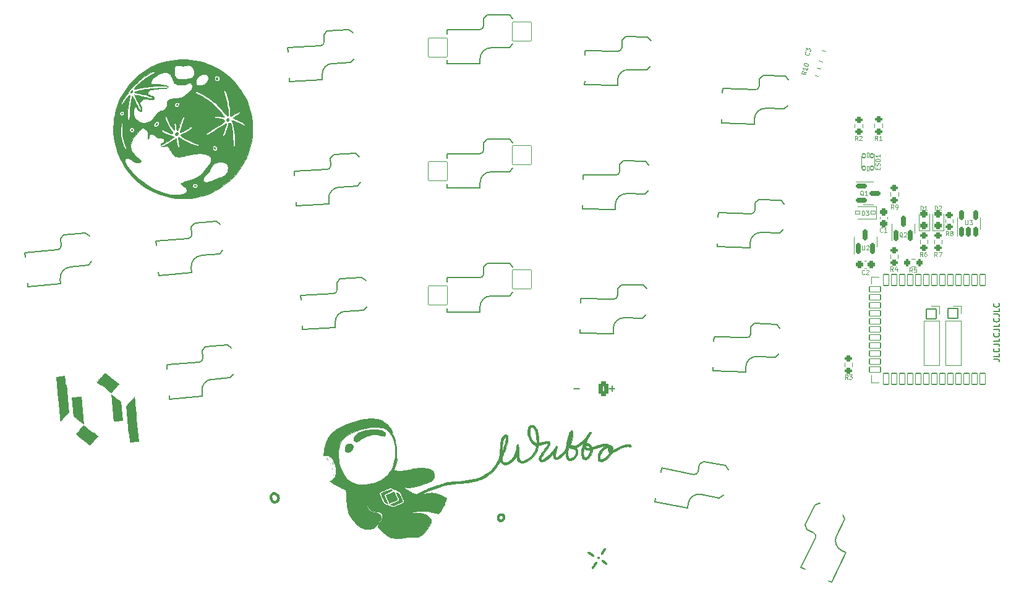
<source format=gbr>
%TF.GenerationSoftware,KiCad,Pcbnew,6.0.4-6f826c9f35~116~ubuntu20.04.1*%
%TF.CreationDate,2022-06-03T00:30:45+02:00*%
%TF.ProjectId,Wubbo,57756262-6f2e-46b6-9963-61645f706362,v0.3*%
%TF.SameCoordinates,Original*%
%TF.FileFunction,Legend,Top*%
%TF.FilePolarity,Positive*%
%FSLAX46Y46*%
G04 Gerber Fmt 4.6, Leading zero omitted, Abs format (unit mm)*
G04 Created by KiCad (PCBNEW 6.0.4-6f826c9f35~116~ubuntu20.04.1) date 2022-06-03 00:30:45*
%MOMM*%
%LPD*%
G01*
G04 APERTURE LIST*
G04 Aperture macros list*
%AMRoundRect*
0 Rectangle with rounded corners*
0 $1 Rounding radius*
0 $2 $3 $4 $5 $6 $7 $8 $9 X,Y pos of 4 corners*
0 Add a 4 corners polygon primitive as box body*
4,1,4,$2,$3,$4,$5,$6,$7,$8,$9,$2,$3,0*
0 Add four circle primitives for the rounded corners*
1,1,$1+$1,$2,$3*
1,1,$1+$1,$4,$5*
1,1,$1+$1,$6,$7*
1,1,$1+$1,$8,$9*
0 Add four rect primitives between the rounded corners*
20,1,$1+$1,$2,$3,$4,$5,0*
20,1,$1+$1,$4,$5,$6,$7,0*
20,1,$1+$1,$6,$7,$8,$9,0*
20,1,$1+$1,$8,$9,$2,$3,0*%
%AMHorizOval*
0 Thick line with rounded ends*
0 $1 width*
0 $2 $3 position (X,Y) of the first rounded end (center of the circle)*
0 $4 $5 position (X,Y) of the second rounded end (center of the circle)*
0 Add line between two ends*
20,1,$1,$2,$3,$4,$5,0*
0 Add two circle primitives to create the rounded ends*
1,1,$1,$2,$3*
1,1,$1,$4,$5*%
G04 Aperture macros list end*
%ADD10C,0.150000*%
%ADD11C,0.100000*%
%ADD12C,0.120000*%
%ADD13C,0.010000*%
%ADD14RoundRect,0.250000X0.275000X-0.200000X0.275000X0.200000X-0.275000X0.200000X-0.275000X-0.200000X0*%
%ADD15C,3.100000*%
%ADD16C,1.801800*%
%ADD17C,3.529000*%
%ADD18HorizOval,1.200000X-0.449383X-0.023551X0.449383X0.023551X0*%
%ADD19RoundRect,0.050000X1.230182X1.366255X-1.366255X1.230182X-1.230182X-1.366255X1.366255X-1.230182X0*%
%ADD20O,2.100000X1.200000*%
%ADD21RoundRect,0.050000X1.300000X1.300000X-1.300000X1.300000X-1.300000X-1.300000X1.300000X-1.300000X0*%
%ADD22RoundRect,0.275000X-0.250000X0.225000X-0.250000X-0.225000X0.250000X-0.225000X0.250000X0.225000X0*%
%ADD23RoundRect,0.050000X-0.187500X0.250000X-0.187500X-0.250000X0.187500X-0.250000X0.187500X0.250000X0*%
%ADD24RoundRect,0.050000X-0.150000X0.325000X-0.150000X-0.325000X0.150000X-0.325000X0.150000X0.325000X0*%
%ADD25RoundRect,0.268750X0.256250X-0.218750X0.256250X0.218750X-0.256250X0.218750X-0.256250X-0.218750X0*%
%ADD26RoundRect,0.050000X-0.675000X-0.675000X0.675000X-0.675000X0.675000X0.675000X-0.675000X0.675000X0*%
%ADD27O,1.450000X1.450000*%
%ADD28RoundRect,0.200000X0.150000X-0.587500X0.150000X0.587500X-0.150000X0.587500X-0.150000X-0.587500X0*%
%ADD29RoundRect,0.250000X-0.275000X0.200000X-0.275000X-0.200000X0.275000X-0.200000X0.275000X0.200000X0*%
%ADD30HorizOval,1.200000X-0.197267X-0.404457X0.197267X0.404457X0*%
%ADD31RoundRect,0.050000X-0.598550X1.738315X-1.738315X-0.598550X0.598550X-1.738315X1.738315X0.598550X0*%
%ADD32RoundRect,0.320833X0.379167X0.654167X-0.379167X0.654167X-0.379167X-0.654167X0.379167X-0.654167X0*%
%ADD33O,1.400000X1.950000*%
%ADD34HorizOval,1.200000X-0.449931X0.007854X0.449931X-0.007854X0*%
%ADD35RoundRect,0.050000X1.322490X1.277114X-1.277114X1.322490X-1.322490X-1.277114X1.277114X-1.322490X0*%
%ADD36RoundRect,0.050000X0.300000X0.225000X-0.300000X0.225000X-0.300000X-0.225000X0.300000X-0.225000X0*%
%ADD37RoundRect,0.275000X0.225000X0.250000X-0.225000X0.250000X-0.225000X-0.250000X0.225000X-0.250000X0*%
%ADD38RoundRect,0.050000X-0.350000X0.762000X-0.350000X-0.762000X0.350000X-0.762000X0.350000X0.762000X0*%
%ADD39RoundRect,0.050000X-0.762000X-0.350000X0.762000X-0.350000X0.762000X0.350000X-0.762000X0.350000X0*%
%ADD40RoundRect,0.050000X0.350000X-0.762000X0.350000X0.762000X-0.350000X0.762000X-0.350000X-0.762000X0*%
%ADD41C,0.800000*%
%ADD42C,4.500000*%
%ADD43RoundRect,0.050000X1.181751X1.408356X-1.408356X1.181751X-1.181751X-1.408356X1.408356X-1.181751X0*%
%ADD44HorizOval,1.200000X-0.448288X-0.039220X0.448288X0.039220X0*%
%ADD45RoundRect,0.550000X0.612372X0.353553X-0.353553X0.612372X-0.612372X-0.353553X0.353553X-0.612372X0*%
%ADD46RoundRect,0.250000X-0.200000X-0.275000X0.200000X-0.275000X0.200000X0.275000X-0.200000X0.275000X0*%
%ADD47RoundRect,0.050000X0.552616X-0.323443X0.194248X0.610137X-0.552616X0.323443X-0.194248X-0.610137X0*%
%ADD48C,1.000000*%
%ADD49RoundRect,0.050000X0.825614X-0.057977X0.574757X0.595529X-0.825614X0.057977X-0.574757X-0.595529X0*%
%ADD50HorizOval,1.200000X-0.449726X0.015705X0.449726X-0.015705X0*%
%ADD51RoundRect,0.050000X1.344577X1.253839X-1.253839X1.344577X-1.344577X-1.253839X1.253839X-1.344577X0*%
%ADD52RoundRect,0.200000X-0.587500X-0.150000X0.587500X-0.150000X0.587500X0.150000X-0.587500X0.150000X0*%
%ADD53RoundRect,0.050000X-0.442751X-0.473916X0.135427X-0.634259X0.442751X0.473916X-0.135427X0.634259X0*%
%ADD54RoundRect,0.050000X-0.298207X-0.514002X-0.009117X-0.594173X0.298207X0.514002X0.009117X0.594173X0*%
%ADD55HorizOval,1.100000X-0.160343X-0.578178X0.160343X0.578178X0*%
%ADD56HorizOval,1.100000X-0.106895X-0.385452X0.106895X0.385452X0*%
%ADD57RoundRect,0.050000X-0.533802X-0.791394X0.791394X-0.533802X0.533802X0.791394X-0.791394X0.533802X0*%
%ADD58HorizOval,1.450000X0.000000X0.000000X0.000000X0.000000X0*%
%ADD59RoundRect,0.200000X0.150000X-0.512500X0.150000X0.512500X-0.150000X0.512500X-0.150000X-0.512500X0*%
%ADD60RoundRect,0.050000X1.524167X1.028064X-1.028064X1.524167X-1.524167X-1.028064X1.028064X-1.524167X0*%
%ADD61HorizOval,1.200000X-0.441732X0.085864X0.441732X-0.085864X0*%
%ADD62RoundRect,0.250000X-0.266217X-0.211551X0.119236X-0.318446X0.266217X0.211551X-0.119236X0.318446X0*%
%ADD63RoundRect,0.300000X-0.367846X-0.390915X0.113969X-0.524534X0.367846X0.390915X-0.113969X0.524534X0*%
G04 APERTURE END LIST*
D10*
X123611904Y7904761D02*
X124183333Y7904761D01*
X124297619Y7866666D01*
X124373809Y7790476D01*
X124411904Y7676190D01*
X124411904Y7600000D01*
X124411904Y8666666D02*
X124411904Y8285714D01*
X123611904Y8285714D01*
X124335714Y9390476D02*
X124373809Y9352380D01*
X124411904Y9238095D01*
X124411904Y9161904D01*
X124373809Y9047619D01*
X124297619Y8971428D01*
X124221428Y8933333D01*
X124069047Y8895238D01*
X123954761Y8895238D01*
X123802380Y8933333D01*
X123726190Y8971428D01*
X123650000Y9047619D01*
X123611904Y9161904D01*
X123611904Y9238095D01*
X123650000Y9352380D01*
X123688095Y9390476D01*
X123611904Y9961904D02*
X124183333Y9961904D01*
X124297619Y9923809D01*
X124373809Y9847619D01*
X124411904Y9733333D01*
X124411904Y9657142D01*
X124411904Y10723809D02*
X124411904Y10342857D01*
X123611904Y10342857D01*
X124335714Y11447619D02*
X124373809Y11409523D01*
X124411904Y11295238D01*
X124411904Y11219047D01*
X124373809Y11104761D01*
X124297619Y11028571D01*
X124221428Y10990476D01*
X124069047Y10952380D01*
X123954761Y10952380D01*
X123802380Y10990476D01*
X123726190Y11028571D01*
X123650000Y11104761D01*
X123611904Y11219047D01*
X123611904Y11295238D01*
X123650000Y11409523D01*
X123688095Y11447619D01*
X123611904Y12019047D02*
X124183333Y12019047D01*
X124297619Y11980952D01*
X124373809Y11904761D01*
X124411904Y11790476D01*
X124411904Y11714285D01*
X124411904Y12780952D02*
X124411904Y12400000D01*
X123611904Y12400000D01*
X124335714Y13504761D02*
X124373809Y13466666D01*
X124411904Y13352380D01*
X124411904Y13276190D01*
X124373809Y13161904D01*
X124297619Y13085714D01*
X124221428Y13047619D01*
X124069047Y13009523D01*
X123954761Y13009523D01*
X123802380Y13047619D01*
X123726190Y13085714D01*
X123650000Y13161904D01*
X123611904Y13276190D01*
X123611904Y13352380D01*
X123650000Y13466666D01*
X123688095Y13504761D01*
X123611904Y14076190D02*
X124183333Y14076190D01*
X124297619Y14038095D01*
X124373809Y13961904D01*
X124411904Y13847619D01*
X124411904Y13771428D01*
X124411904Y14838095D02*
X124411904Y14457142D01*
X123611904Y14457142D01*
X124335714Y15561904D02*
X124373809Y15523809D01*
X124411904Y15409523D01*
X124411904Y15333333D01*
X124373809Y15219047D01*
X124297619Y15142857D01*
X124221428Y15104761D01*
X124069047Y15066666D01*
X123954761Y15066666D01*
X123802380Y15104761D01*
X123726190Y15142857D01*
X123650000Y15219047D01*
X123611904Y15333333D01*
X123611904Y15409523D01*
X123650000Y15523809D01*
X123688095Y15561904D01*
D11*
%TO.C,R9*%
X109950000Y28498571D02*
X109750000Y28784285D01*
X109607142Y28498571D02*
X109607142Y29098571D01*
X109835714Y29098571D01*
X109892857Y29070000D01*
X109921428Y29041428D01*
X109950000Y28984285D01*
X109950000Y28898571D01*
X109921428Y28841428D01*
X109892857Y28812857D01*
X109835714Y28784285D01*
X109607142Y28784285D01*
X110235714Y28498571D02*
X110350000Y28498571D01*
X110407142Y28527142D01*
X110435714Y28555714D01*
X110492857Y28641428D01*
X110521428Y28755714D01*
X110521428Y28984285D01*
X110492857Y29041428D01*
X110464285Y29070000D01*
X110407142Y29098571D01*
X110292857Y29098571D01*
X110235714Y29070000D01*
X110207142Y29041428D01*
X110178571Y28984285D01*
X110178571Y28841428D01*
X110207142Y28784285D01*
X110235714Y28755714D01*
X110292857Y28727142D01*
X110407142Y28727142D01*
X110464285Y28755714D01*
X110492857Y28784285D01*
X110521428Y28841428D01*
D10*
%TO.C,GR1*%
D11*
%TO.C,C1*%
X108450000Y25375714D02*
X108421428Y25347142D01*
X108335714Y25318571D01*
X108278571Y25318571D01*
X108192857Y25347142D01*
X108135714Y25404285D01*
X108107142Y25461428D01*
X108078571Y25575714D01*
X108078571Y25661428D01*
X108107142Y25775714D01*
X108135714Y25832857D01*
X108192857Y25890000D01*
X108278571Y25918571D01*
X108335714Y25918571D01*
X108421428Y25890000D01*
X108450000Y25861428D01*
X109021428Y25318571D02*
X108678571Y25318571D01*
X108850000Y25318571D02*
X108850000Y25918571D01*
X108792857Y25832857D01*
X108735714Y25775714D01*
X108678571Y25747142D01*
%TO.C,ESD1*%
X107767142Y33910000D02*
X107767142Y34110000D01*
X108081428Y34195714D02*
X108081428Y33910000D01*
X107481428Y33910000D01*
X107481428Y34195714D01*
X108052857Y34424285D02*
X108081428Y34510000D01*
X108081428Y34652857D01*
X108052857Y34710000D01*
X108024285Y34738571D01*
X107967142Y34767142D01*
X107910000Y34767142D01*
X107852857Y34738571D01*
X107824285Y34710000D01*
X107795714Y34652857D01*
X107767142Y34538571D01*
X107738571Y34481428D01*
X107710000Y34452857D01*
X107652857Y34424285D01*
X107595714Y34424285D01*
X107538571Y34452857D01*
X107510000Y34481428D01*
X107481428Y34538571D01*
X107481428Y34681428D01*
X107510000Y34767142D01*
X108081428Y35024285D02*
X107481428Y35024285D01*
X107481428Y35167142D01*
X107510000Y35252857D01*
X107567142Y35310000D01*
X107624285Y35338571D01*
X107738571Y35367142D01*
X107824285Y35367142D01*
X107938571Y35338571D01*
X107995714Y35310000D01*
X108052857Y35252857D01*
X108081428Y35167142D01*
X108081428Y35024285D01*
X108081428Y35938571D02*
X108081428Y35595714D01*
X108081428Y35767142D02*
X107481428Y35767142D01*
X107567142Y35710000D01*
X107624285Y35652857D01*
X107652857Y35595714D01*
%TO.C,D1*%
X113627142Y28338571D02*
X113627142Y28938571D01*
X113770000Y28938571D01*
X113855714Y28910000D01*
X113912857Y28852857D01*
X113941428Y28795714D01*
X113970000Y28681428D01*
X113970000Y28595714D01*
X113941428Y28481428D01*
X113912857Y28424285D01*
X113855714Y28367142D01*
X113770000Y28338571D01*
X113627142Y28338571D01*
X114541428Y28338571D02*
X114198571Y28338571D01*
X114370000Y28338571D02*
X114370000Y28938571D01*
X114312857Y28852857D01*
X114255714Y28795714D01*
X114198571Y28767142D01*
%TO.C,U2*%
X105612857Y23478571D02*
X105612857Y22992857D01*
X105641428Y22935714D01*
X105670000Y22907142D01*
X105727142Y22878571D01*
X105841428Y22878571D01*
X105898571Y22907142D01*
X105927142Y22935714D01*
X105955714Y22992857D01*
X105955714Y23478571D01*
X106212857Y23421428D02*
X106241428Y23450000D01*
X106298571Y23478571D01*
X106441428Y23478571D01*
X106498571Y23450000D01*
X106527142Y23421428D01*
X106555714Y23364285D01*
X106555714Y23307142D01*
X106527142Y23221428D01*
X106184285Y22878571D01*
X106555714Y22878571D01*
%TO.C,R1*%
X107760000Y37908571D02*
X107560000Y38194285D01*
X107417142Y37908571D02*
X107417142Y38508571D01*
X107645714Y38508571D01*
X107702857Y38480000D01*
X107731428Y38451428D01*
X107760000Y38394285D01*
X107760000Y38308571D01*
X107731428Y38251428D01*
X107702857Y38222857D01*
X107645714Y38194285D01*
X107417142Y38194285D01*
X108331428Y37908571D02*
X107988571Y37908571D01*
X108160000Y37908571D02*
X108160000Y38508571D01*
X108102857Y38422857D01*
X108045714Y38365714D01*
X107988571Y38337142D01*
D10*
%TO.C,J4*%
X66910952Y3881428D02*
X66149047Y3881428D01*
X71770952Y3871428D02*
X71009047Y3871428D01*
X71390000Y4252380D02*
X71390000Y3490476D01*
D11*
%TO.C,D3*%
X105607142Y27648571D02*
X105607142Y28248571D01*
X105750000Y28248571D01*
X105835714Y28220000D01*
X105892857Y28162857D01*
X105921428Y28105714D01*
X105950000Y27991428D01*
X105950000Y27905714D01*
X105921428Y27791428D01*
X105892857Y27734285D01*
X105835714Y27677142D01*
X105750000Y27648571D01*
X105607142Y27648571D01*
X106150000Y28248571D02*
X106521428Y28248571D01*
X106321428Y28020000D01*
X106407142Y28020000D01*
X106464285Y27991428D01*
X106492857Y27962857D01*
X106521428Y27905714D01*
X106521428Y27762857D01*
X106492857Y27705714D01*
X106464285Y27677142D01*
X106407142Y27648571D01*
X106235714Y27648571D01*
X106178571Y27677142D01*
X106150000Y27705714D01*
%TO.C,R4*%
X109890000Y19978571D02*
X109690000Y20264285D01*
X109547142Y19978571D02*
X109547142Y20578571D01*
X109775714Y20578571D01*
X109832857Y20550000D01*
X109861428Y20521428D01*
X109890000Y20464285D01*
X109890000Y20378571D01*
X109861428Y20321428D01*
X109832857Y20292857D01*
X109775714Y20264285D01*
X109547142Y20264285D01*
X110404285Y20378571D02*
X110404285Y19978571D01*
X110261428Y20607142D02*
X110118571Y20178571D01*
X110490000Y20178571D01*
%TO.C,R8*%
X117470000Y24838571D02*
X117270000Y25124285D01*
X117127142Y24838571D02*
X117127142Y25438571D01*
X117355714Y25438571D01*
X117412857Y25410000D01*
X117441428Y25381428D01*
X117470000Y25324285D01*
X117470000Y25238571D01*
X117441428Y25181428D01*
X117412857Y25152857D01*
X117355714Y25124285D01*
X117127142Y25124285D01*
X117812857Y25181428D02*
X117755714Y25210000D01*
X117727142Y25238571D01*
X117698571Y25295714D01*
X117698571Y25324285D01*
X117727142Y25381428D01*
X117755714Y25410000D01*
X117812857Y25438571D01*
X117927142Y25438571D01*
X117984285Y25410000D01*
X118012857Y25381428D01*
X118041428Y25324285D01*
X118041428Y25295714D01*
X118012857Y25238571D01*
X117984285Y25210000D01*
X117927142Y25181428D01*
X117812857Y25181428D01*
X117755714Y25152857D01*
X117727142Y25124285D01*
X117698571Y25067142D01*
X117698571Y24952857D01*
X117727142Y24895714D01*
X117755714Y24867142D01*
X117812857Y24838571D01*
X117927142Y24838571D01*
X117984285Y24867142D01*
X118012857Y24895714D01*
X118041428Y24952857D01*
X118041428Y25067142D01*
X118012857Y25124285D01*
X117984285Y25152857D01*
X117927142Y25181428D01*
%TO.C,C2*%
X105960000Y19585714D02*
X105931428Y19557142D01*
X105845714Y19528571D01*
X105788571Y19528571D01*
X105702857Y19557142D01*
X105645714Y19614285D01*
X105617142Y19671428D01*
X105588571Y19785714D01*
X105588571Y19871428D01*
X105617142Y19985714D01*
X105645714Y20042857D01*
X105702857Y20100000D01*
X105788571Y20128571D01*
X105845714Y20128571D01*
X105931428Y20100000D01*
X105960000Y20071428D01*
X106188571Y20071428D02*
X106217142Y20100000D01*
X106274285Y20128571D01*
X106417142Y20128571D01*
X106474285Y20100000D01*
X106502857Y20071428D01*
X106531428Y20014285D01*
X106531428Y19957142D01*
X106502857Y19871428D01*
X106160000Y19528571D01*
X106531428Y19528571D01*
D10*
%TO.C,*%
D11*
%TO.C,R5*%
X112510000Y19828571D02*
X112310000Y20114285D01*
X112167142Y19828571D02*
X112167142Y20428571D01*
X112395714Y20428571D01*
X112452857Y20400000D01*
X112481428Y20371428D01*
X112510000Y20314285D01*
X112510000Y20228571D01*
X112481428Y20171428D01*
X112452857Y20142857D01*
X112395714Y20114285D01*
X112167142Y20114285D01*
X113052857Y20428571D02*
X112767142Y20428571D01*
X112738571Y20142857D01*
X112767142Y20171428D01*
X112824285Y20200000D01*
X112967142Y20200000D01*
X113024285Y20171428D01*
X113052857Y20142857D01*
X113081428Y20085714D01*
X113081428Y19942857D01*
X113052857Y19885714D01*
X113024285Y19857142D01*
X112967142Y19828571D01*
X112824285Y19828571D01*
X112767142Y19857142D01*
X112738571Y19885714D01*
%TO.C,R2*%
X105020000Y37878571D02*
X104820000Y38164285D01*
X104677142Y37878571D02*
X104677142Y38478571D01*
X104905714Y38478571D01*
X104962857Y38450000D01*
X104991428Y38421428D01*
X105020000Y38364285D01*
X105020000Y38278571D01*
X104991428Y38221428D01*
X104962857Y38192857D01*
X104905714Y38164285D01*
X104677142Y38164285D01*
X105248571Y38421428D02*
X105277142Y38450000D01*
X105334285Y38478571D01*
X105477142Y38478571D01*
X105534285Y38450000D01*
X105562857Y38421428D01*
X105591428Y38364285D01*
X105591428Y38307142D01*
X105562857Y38221428D01*
X105220000Y37878571D01*
X105591428Y37878571D01*
%TO.C,R6*%
X113920000Y22001071D02*
X113720000Y22286785D01*
X113577142Y22001071D02*
X113577142Y22601071D01*
X113805714Y22601071D01*
X113862857Y22572500D01*
X113891428Y22543928D01*
X113920000Y22486785D01*
X113920000Y22401071D01*
X113891428Y22343928D01*
X113862857Y22315357D01*
X113805714Y22286785D01*
X113577142Y22286785D01*
X114434285Y22601071D02*
X114320000Y22601071D01*
X114262857Y22572500D01*
X114234285Y22543928D01*
X114177142Y22458214D01*
X114148571Y22343928D01*
X114148571Y22115357D01*
X114177142Y22058214D01*
X114205714Y22029642D01*
X114262857Y22001071D01*
X114377142Y22001071D01*
X114434285Y22029642D01*
X114462857Y22058214D01*
X114491428Y22115357D01*
X114491428Y22258214D01*
X114462857Y22315357D01*
X114434285Y22343928D01*
X114377142Y22372500D01*
X114262857Y22372500D01*
X114205714Y22343928D01*
X114177142Y22315357D01*
X114148571Y22258214D01*
%TO.C,Q1*%
X105812857Y30321428D02*
X105755714Y30350000D01*
X105698571Y30407142D01*
X105612857Y30492857D01*
X105555714Y30521428D01*
X105498571Y30521428D01*
X105527142Y30378571D02*
X105470000Y30407142D01*
X105412857Y30464285D01*
X105384285Y30578571D01*
X105384285Y30778571D01*
X105412857Y30892857D01*
X105470000Y30950000D01*
X105527142Y30978571D01*
X105641428Y30978571D01*
X105698571Y30950000D01*
X105755714Y30892857D01*
X105784285Y30778571D01*
X105784285Y30578571D01*
X105755714Y30464285D01*
X105698571Y30407142D01*
X105641428Y30378571D01*
X105527142Y30378571D01*
X106355714Y30378571D02*
X106012857Y30378571D01*
X106184285Y30378571D02*
X106184285Y30978571D01*
X106127142Y30892857D01*
X106070000Y30835714D01*
X106012857Y30807142D01*
%TO.C,R7*%
X115900000Y21978571D02*
X115700000Y22264285D01*
X115557142Y21978571D02*
X115557142Y22578571D01*
X115785714Y22578571D01*
X115842857Y22550000D01*
X115871428Y22521428D01*
X115900000Y22464285D01*
X115900000Y22378571D01*
X115871428Y22321428D01*
X115842857Y22292857D01*
X115785714Y22264285D01*
X115557142Y22264285D01*
X116100000Y22578571D02*
X116500000Y22578571D01*
X116242857Y21978571D01*
%TO.C,R3*%
X103670000Y5168571D02*
X103470000Y5454285D01*
X103327142Y5168571D02*
X103327142Y5768571D01*
X103555714Y5768571D01*
X103612857Y5740000D01*
X103641428Y5711428D01*
X103670000Y5654285D01*
X103670000Y5568571D01*
X103641428Y5511428D01*
X103612857Y5482857D01*
X103555714Y5454285D01*
X103327142Y5454285D01*
X103870000Y5768571D02*
X104241428Y5768571D01*
X104041428Y5540000D01*
X104127142Y5540000D01*
X104184285Y5511428D01*
X104212857Y5482857D01*
X104241428Y5425714D01*
X104241428Y5282857D01*
X104212857Y5225714D01*
X104184285Y5197142D01*
X104127142Y5168571D01*
X103955714Y5168571D01*
X103898571Y5197142D01*
X103870000Y5225714D01*
D10*
%TO.C,*%
D11*
%TO.C,U3*%
X119742857Y26938571D02*
X119742857Y26452857D01*
X119771428Y26395714D01*
X119800000Y26367142D01*
X119857142Y26338571D01*
X119971428Y26338571D01*
X120028571Y26367142D01*
X120057142Y26395714D01*
X120085714Y26452857D01*
X120085714Y26938571D01*
X120314285Y26938571D02*
X120685714Y26938571D01*
X120485714Y26710000D01*
X120571428Y26710000D01*
X120628571Y26681428D01*
X120657142Y26652857D01*
X120685714Y26595714D01*
X120685714Y26452857D01*
X120657142Y26395714D01*
X120628571Y26367142D01*
X120571428Y26338571D01*
X120400000Y26338571D01*
X120342857Y26367142D01*
X120314285Y26395714D01*
%TO.C,R10*%
X97975200Y47242552D02*
X97646429Y47126180D01*
X97883575Y46912165D02*
X97305397Y47072508D01*
X97366480Y47292766D01*
X97409283Y47340195D01*
X97444451Y47360092D01*
X97507151Y47372354D01*
X97589747Y47349448D01*
X97637177Y47306645D01*
X97657074Y47271477D01*
X97669335Y47208777D01*
X97608252Y46988519D01*
X98127907Y47793198D02*
X98036283Y47462811D01*
X98082095Y47628005D02*
X97503917Y47788348D01*
X97571243Y47710377D01*
X97611037Y47640041D01*
X97623298Y47577341D01*
X97648989Y48311461D02*
X97664260Y48366526D01*
X97707063Y48413955D01*
X97742231Y48433852D01*
X97804931Y48446113D01*
X97922695Y48443104D01*
X98060357Y48404927D01*
X98162850Y48346854D01*
X98210280Y48304050D01*
X98230177Y48268883D01*
X98242438Y48206183D01*
X98227167Y48151118D01*
X98184364Y48103689D01*
X98149197Y48083792D01*
X98086497Y48071531D01*
X97968732Y48074540D01*
X97831070Y48112717D01*
X97728577Y48170790D01*
X97681147Y48213594D01*
X97661251Y48248761D01*
X97648989Y48311461D01*
%TO.C,C3*%
X98371252Y49865101D02*
X98391149Y49829933D01*
X98395775Y49739701D01*
X98380504Y49684637D01*
X98330066Y49609675D01*
X98259730Y49569881D01*
X98197030Y49557620D01*
X98079266Y49560629D01*
X97996669Y49583535D01*
X97894175Y49641609D01*
X97846746Y49684412D01*
X97806952Y49754747D01*
X97802326Y49844980D01*
X97817597Y49900044D01*
X97868035Y49975006D01*
X97903203Y49994903D01*
X97901586Y50202899D02*
X98000846Y50560819D01*
X98167657Y50307010D01*
X98190563Y50389607D01*
X98233366Y50437036D01*
X98268533Y50456933D01*
X98331233Y50469195D01*
X98468895Y50431018D01*
X98516324Y50388215D01*
X98536221Y50353047D01*
X98548483Y50290347D01*
X98502670Y50125153D01*
X98459867Y50077724D01*
X98424700Y50057827D01*
%TO.C,Q2*%
X111182857Y24631428D02*
X111125714Y24660000D01*
X111068571Y24717142D01*
X110982857Y24802857D01*
X110925714Y24831428D01*
X110868571Y24831428D01*
X110897142Y24688571D02*
X110840000Y24717142D01*
X110782857Y24774285D01*
X110754285Y24888571D01*
X110754285Y25088571D01*
X110782857Y25202857D01*
X110840000Y25260000D01*
X110897142Y25288571D01*
X111011428Y25288571D01*
X111068571Y25260000D01*
X111125714Y25202857D01*
X111154285Y25088571D01*
X111154285Y24888571D01*
X111125714Y24774285D01*
X111068571Y24717142D01*
X111011428Y24688571D01*
X110897142Y24688571D01*
X111382857Y25231428D02*
X111411428Y25260000D01*
X111468571Y25288571D01*
X111611428Y25288571D01*
X111668571Y25260000D01*
X111697142Y25231428D01*
X111725714Y25174285D01*
X111725714Y25117142D01*
X111697142Y25031428D01*
X111354285Y24688571D01*
X111725714Y24688571D01*
%TO.C,D2*%
X115567142Y28338571D02*
X115567142Y28938571D01*
X115710000Y28938571D01*
X115795714Y28910000D01*
X115852857Y28852857D01*
X115881428Y28795714D01*
X115910000Y28681428D01*
X115910000Y28595714D01*
X115881428Y28481428D01*
X115852857Y28424285D01*
X115795714Y28367142D01*
X115710000Y28338571D01*
X115567142Y28338571D01*
X116138571Y28881428D02*
X116167142Y28910000D01*
X116224285Y28938571D01*
X116367142Y28938571D01*
X116424285Y28910000D01*
X116452857Y28881428D01*
X116481428Y28824285D01*
X116481428Y28767142D01*
X116452857Y28681428D01*
X116110000Y28338571D01*
X116481428Y28338571D01*
D12*
%TO.C,R9*%
X109527500Y30287742D02*
X109527500Y30762258D01*
X110572500Y30287742D02*
X110572500Y30762258D01*
D10*
%TO.C,SW12*%
X37687115Y18631055D02*
X37161632Y19104202D01*
X29023932Y11968529D02*
X28997764Y12467843D01*
X33517765Y12204040D02*
X29023932Y11968529D01*
X37161632Y19104202D02*
X34165744Y18947194D01*
X37397144Y14610369D02*
X34900570Y14479529D01*
X28777953Y16662087D02*
X33271786Y16897599D01*
X33481130Y12903081D02*
X33517765Y12204040D01*
X33744933Y17423082D02*
X33692597Y18421712D01*
X28809355Y16062910D02*
X28777953Y16662087D01*
X34165744Y18947194D02*
X33692597Y18421712D01*
X37870291Y15135852D02*
X37397144Y14610369D01*
X34900570Y14479529D02*
G75*
G03*
X33481130Y12903081I78504J-1497944D01*
G01*
X33271786Y16897599D02*
G75*
G03*
X33744933Y17423082I-26168J499315D01*
G01*
%TO.C,SW8*%
X57313372Y38071818D02*
X54313372Y38071818D01*
X48813372Y35471818D02*
X48813372Y36071818D01*
X57313372Y33571818D02*
X54813372Y33571818D01*
X57813372Y34071818D02*
X57313372Y33571818D01*
X57813372Y37571818D02*
X57313372Y38071818D01*
X53813372Y36571818D02*
X53813372Y37571818D01*
X53313372Y32071818D02*
X53313372Y31371818D01*
X48813372Y31371818D02*
X48813372Y31871818D01*
X48813372Y36071818D02*
X53313372Y36071818D01*
X54313372Y38071818D02*
X53813372Y37571818D01*
X53313372Y31371818D02*
X48813372Y31371818D01*
X54813372Y33571818D02*
G75*
G03*
X53313372Y32071818I0J-1500000D01*
G01*
X53313372Y36071818D02*
G75*
G03*
X53813372Y36571818I0J500000D01*
G01*
%TO.C,GR1*%
G36*
X-969145Y-1061603D02*
G01*
X-34396Y-1797853D01*
X141584Y-1936559D01*
X309638Y-2069205D01*
X466441Y-2193153D01*
X608670Y-2305768D01*
X732996Y-2404411D01*
X836097Y-2486444D01*
X914647Y-2549233D01*
X965320Y-2590137D01*
X981348Y-2603411D01*
X1062344Y-2672720D01*
X553548Y-3244882D01*
X434565Y-3378614D01*
X322761Y-3504143D01*
X221676Y-3617504D01*
X134849Y-3714737D01*
X65821Y-3791874D01*
X18127Y-3844955D01*
X-3813Y-3869081D01*
X-52380Y-3921119D01*
X-1068163Y-3117943D01*
X-1248797Y-2974943D01*
X-1419410Y-2839544D01*
X-1577125Y-2714049D01*
X-1719065Y-2600763D01*
X-1842355Y-2501990D01*
X-1944120Y-2420035D01*
X-2021483Y-2357202D01*
X-2071569Y-2315794D01*
X-2091501Y-2298118D01*
X-2091700Y-2297812D01*
X-2079869Y-2278732D01*
X-2042816Y-2231633D01*
X-1983544Y-2160053D01*
X-1905056Y-2067524D01*
X-1810354Y-1957582D01*
X-1702441Y-1833759D01*
X-1584320Y-1699591D01*
X-1561943Y-1674317D01*
X-1442098Y-1538728D01*
X-1331608Y-1413043D01*
X-1233516Y-1300773D01*
X-1150862Y-1205430D01*
X-1086689Y-1130526D01*
X-1044040Y-1079574D01*
X-1025956Y-1056085D01*
X-1025544Y-1055043D01*
X-1041817Y-1039510D01*
X-1087739Y-1000652D01*
X-1159733Y-941375D01*
X-1254223Y-864584D01*
X-1367629Y-773181D01*
X-1496372Y-670072D01*
X-1636875Y-558162D01*
X-1671676Y-530533D01*
X-2316693Y-18754D01*
X-2558122Y2740794D01*
X-1314041Y2849637D01*
X-969145Y-1061603D01*
G37*
D13*
X-969145Y-1061603D02*
X-34396Y-1797853D01*
X141584Y-1936559D01*
X309638Y-2069205D01*
X466441Y-2193153D01*
X608670Y-2305768D01*
X732996Y-2404411D01*
X836097Y-2486444D01*
X914647Y-2549233D01*
X965320Y-2590137D01*
X981348Y-2603411D01*
X1062344Y-2672720D01*
X553548Y-3244882D01*
X434565Y-3378614D01*
X322761Y-3504143D01*
X221676Y-3617504D01*
X134849Y-3714737D01*
X65821Y-3791874D01*
X18127Y-3844955D01*
X-3813Y-3869081D01*
X-52380Y-3921119D01*
X-1068163Y-3117943D01*
X-1248797Y-2974943D01*
X-1419410Y-2839544D01*
X-1577125Y-2714049D01*
X-1719065Y-2600763D01*
X-1842355Y-2501990D01*
X-1944120Y-2420035D01*
X-2021483Y-2357202D01*
X-2071569Y-2315794D01*
X-2091501Y-2298118D01*
X-2091700Y-2297812D01*
X-2079869Y-2278732D01*
X-2042816Y-2231633D01*
X-1983544Y-2160053D01*
X-1905056Y-2067524D01*
X-1810354Y-1957582D01*
X-1702441Y-1833759D01*
X-1584320Y-1699591D01*
X-1561943Y-1674317D01*
X-1442098Y-1538728D01*
X-1331608Y-1413043D01*
X-1233516Y-1300773D01*
X-1150862Y-1205430D01*
X-1086689Y-1130526D01*
X-1044040Y-1079574D01*
X-1025956Y-1056085D01*
X-1025544Y-1055043D01*
X-1041817Y-1039510D01*
X-1087739Y-1000652D01*
X-1159733Y-941375D01*
X-1254223Y-864584D01*
X-1367629Y-773181D01*
X-1496372Y-670072D01*
X-1636875Y-558162D01*
X-1671676Y-530533D01*
X-2316693Y-18754D01*
X-2558122Y2740794D01*
X-1314041Y2849637D01*
X-969145Y-1061603D01*
G36*
X2421058Y5645231D02*
G01*
X2583112Y5517048D01*
X2760981Y5376430D01*
X2944944Y5231058D01*
X3125279Y5088614D01*
X3292261Y4956779D01*
X3436168Y4843235D01*
X3441322Y4839171D01*
X3562767Y4743061D01*
X3673035Y4655152D01*
X3767824Y4578925D01*
X3842831Y4517863D01*
X3893756Y4475447D01*
X3916295Y4455157D01*
X3916954Y4454254D01*
X3905095Y4435429D01*
X3867951Y4388643D01*
X3808535Y4317421D01*
X3729861Y4225284D01*
X3634943Y4115759D01*
X3526793Y3992369D01*
X3408425Y3858635D01*
X3386875Y3834420D01*
X3266790Y3699122D01*
X3156116Y3573515D01*
X3057909Y3461135D01*
X2975224Y3365522D01*
X2911117Y3290210D01*
X2868642Y3238737D01*
X2850856Y3214641D01*
X2850509Y3213522D01*
X2866894Y3197022D01*
X2912950Y3157332D01*
X2985049Y3097410D01*
X3079571Y3020211D01*
X3192889Y2928694D01*
X3321379Y2825815D01*
X3461418Y2714529D01*
X3485447Y2695514D01*
X4118897Y2194527D01*
X4362035Y-584562D01*
X3139040Y-691560D01*
X2798055Y3205911D01*
X1787864Y4005887D01*
X1607908Y4148719D01*
X1438148Y4284083D01*
X1281447Y4409658D01*
X1140668Y4523117D01*
X1018675Y4622135D01*
X918333Y4704389D01*
X842503Y4767551D01*
X794052Y4809299D01*
X775841Y4827307D01*
X775774Y4827558D01*
X788958Y4847683D01*
X827362Y4895809D01*
X887962Y4968396D01*
X967736Y5061913D01*
X1063662Y5172821D01*
X1172718Y5297583D01*
X1291882Y5432665D01*
X1321262Y5465793D01*
X1868649Y6082333D01*
X2421058Y5645231D01*
G37*
X2421058Y5645231D02*
X2583112Y5517048D01*
X2760981Y5376430D01*
X2944944Y5231058D01*
X3125279Y5088614D01*
X3292261Y4956779D01*
X3436168Y4843235D01*
X3441322Y4839171D01*
X3562767Y4743061D01*
X3673035Y4655152D01*
X3767824Y4578925D01*
X3842831Y4517863D01*
X3893756Y4475447D01*
X3916295Y4455157D01*
X3916954Y4454254D01*
X3905095Y4435429D01*
X3867951Y4388643D01*
X3808535Y4317421D01*
X3729861Y4225284D01*
X3634943Y4115759D01*
X3526793Y3992369D01*
X3408425Y3858635D01*
X3386875Y3834420D01*
X3266790Y3699122D01*
X3156116Y3573515D01*
X3057909Y3461135D01*
X2975224Y3365522D01*
X2911117Y3290210D01*
X2868642Y3238737D01*
X2850856Y3214641D01*
X2850509Y3213522D01*
X2866894Y3197022D01*
X2912950Y3157332D01*
X2985049Y3097410D01*
X3079571Y3020211D01*
X3192889Y2928694D01*
X3321379Y2825815D01*
X3461418Y2714529D01*
X3485447Y2695514D01*
X4118897Y2194527D01*
X4362035Y-584562D01*
X3139040Y-691560D01*
X2798055Y3205911D01*
X1787864Y4005887D01*
X1607908Y4148719D01*
X1438148Y4284083D01*
X1281447Y4409658D01*
X1140668Y4523117D01*
X1018675Y4622135D01*
X918333Y4704389D01*
X842503Y4767551D01*
X794052Y4809299D01*
X775841Y4827307D01*
X775774Y4827558D01*
X788958Y4847683D01*
X827362Y4895809D01*
X887962Y4968396D01*
X967736Y5061913D01*
X1063662Y5172821D01*
X1172718Y5297583D01*
X1291882Y5432665D01*
X1321262Y5465793D01*
X1868649Y6082333D01*
X2421058Y5645231D01*
G36*
X-3024190Y539300D02*
G01*
X-3567344Y-69232D01*
X-3688743Y-204926D01*
X-3801665Y-330540D01*
X-3902939Y-442591D01*
X-3989397Y-537597D01*
X-4057864Y-612077D01*
X-4105171Y-662548D01*
X-4128147Y-685530D01*
X-4129517Y-686509D01*
X-4133949Y-666870D01*
X-4141788Y-606352D01*
X-4152914Y-506264D01*
X-4167201Y-367913D01*
X-4184530Y-192608D01*
X-4204776Y18345D01*
X-4227817Y263636D01*
X-4253529Y541959D01*
X-4281791Y852007D01*
X-4312478Y1192470D01*
X-4345470Y1562041D01*
X-4380642Y1959412D01*
X-4417872Y2383277D01*
X-4691213Y5507578D01*
X-3468219Y5614576D01*
X-3024190Y539300D01*
G37*
X-3024190Y539300D02*
X-3567344Y-69232D01*
X-3688743Y-204926D01*
X-3801665Y-330540D01*
X-3902939Y-442591D01*
X-3989397Y-537597D01*
X-4057864Y-612077D01*
X-4105171Y-662548D01*
X-4128147Y-685530D01*
X-4129517Y-686509D01*
X-4133949Y-666870D01*
X-4141788Y-606352D01*
X-4152914Y-506264D01*
X-4167201Y-367913D01*
X-4184530Y-192608D01*
X-4204776Y18345D01*
X-4227817Y263636D01*
X-4253529Y541959D01*
X-4281791Y852007D01*
X-4312478Y1192470D01*
X-4345470Y1562041D01*
X-4380642Y1959412D01*
X-4417872Y2383277D01*
X-4691213Y5507578D01*
X-3468219Y5614576D01*
X-3024190Y539300D01*
G36*
X5958549Y2827424D02*
G01*
X5966582Y2765718D01*
X5977914Y2664092D01*
X5992439Y2523680D01*
X6010051Y2345614D01*
X6030642Y2131029D01*
X6054108Y1881059D01*
X6080339Y1596838D01*
X6109232Y1279497D01*
X6140677Y930172D01*
X6174570Y549995D01*
X6210804Y140102D01*
X6245028Y-249842D01*
X6516213Y-3349501D01*
X5272132Y-3458344D01*
X4829573Y1600135D01*
X5381787Y2223234D01*
X5503922Y2360537D01*
X5617688Y2487450D01*
X5719961Y2600563D01*
X5807617Y2696464D01*
X5877534Y2771744D01*
X5926588Y2822992D01*
X5951658Y2846795D01*
X5953923Y2848076D01*
X5958549Y2827424D01*
G37*
X5958549Y2827424D02*
X5966582Y2765718D01*
X5977914Y2664092D01*
X5992439Y2523680D01*
X6010051Y2345614D01*
X6030642Y2131029D01*
X6054108Y1881059D01*
X6080339Y1596838D01*
X6109232Y1279497D01*
X6140677Y930172D01*
X6174570Y549995D01*
X6210804Y140102D01*
X6245028Y-249842D01*
X6516213Y-3349501D01*
X5272132Y-3458344D01*
X4829573Y1600135D01*
X5381787Y2223234D01*
X5503922Y2360537D01*
X5617688Y2487450D01*
X5719961Y2600563D01*
X5807617Y2696464D01*
X5877534Y2771744D01*
X5926588Y2822992D01*
X5951658Y2846795D01*
X5953923Y2848076D01*
X5958549Y2827424D01*
D12*
%TO.C,C1*%
X108065000Y27415580D02*
X108065000Y27134420D01*
X109085000Y27415580D02*
X109085000Y27134420D01*
%TO.C,ESD1*%
X107325000Y34100000D02*
X107325000Y36000000D01*
X105525000Y35700000D02*
X105525000Y34100000D01*
%TO.C,D1*%
X113365000Y27800000D02*
X113365000Y25515000D01*
X113365000Y25515000D02*
X114835000Y25515000D01*
X114835000Y25515000D02*
X114835000Y27800000D01*
%TO.C,J2*%
X119130000Y15210000D02*
X119130000Y14150000D01*
X117010000Y13150000D02*
X117010000Y7090000D01*
X118070000Y15210000D02*
X119130000Y15210000D01*
X117010000Y7090000D02*
X119130000Y7090000D01*
X119130000Y13150000D02*
X119130000Y7090000D01*
X117010000Y13150000D02*
X119130000Y13150000D01*
%TO.C,U2*%
X107635000Y24000000D02*
X107635000Y24650000D01*
X107635000Y24000000D02*
X107635000Y23350000D01*
X104515000Y24000000D02*
X104515000Y24650000D01*
X104515000Y24000000D02*
X104515000Y22325000D01*
%TO.C,GR4*%
G36*
X17002679Y36926272D02*
G01*
X17052704Y36881978D01*
X17085616Y36826085D01*
X17091376Y36795007D01*
X17078823Y36729442D01*
X17046931Y36694796D01*
X17004348Y36694456D01*
X16959720Y36731805D01*
X16953313Y36740975D01*
X16926711Y36797832D01*
X16908139Y36865486D01*
X16907722Y36867975D01*
X16902194Y36918348D01*
X16912492Y36939682D01*
X16945350Y36944283D01*
X16949486Y36944297D01*
X17002679Y36926272D01*
G37*
D13*
X17002679Y36926272D02*
X17052704Y36881978D01*
X17085616Y36826085D01*
X17091376Y36795007D01*
X17078823Y36729442D01*
X17046931Y36694796D01*
X17004348Y36694456D01*
X16959720Y36731805D01*
X16953313Y36740975D01*
X16926711Y36797832D01*
X16908139Y36865486D01*
X16907722Y36867975D01*
X16902194Y36918348D01*
X16912492Y36939682D01*
X16945350Y36944283D01*
X16949486Y36944297D01*
X17002679Y36926272D01*
G36*
X11892519Y42856765D02*
G01*
X11923025Y42832781D01*
X11926709Y42815659D01*
X11910417Y42769654D01*
X11869896Y42726951D01*
X11817679Y42695232D01*
X11766298Y42682179D01*
X11729153Y42694575D01*
X11711875Y42737667D01*
X11725841Y42788176D01*
X11766038Y42831673D01*
X11779600Y42839761D01*
X11840803Y42859732D01*
X11892519Y42856765D01*
G37*
X11892519Y42856765D02*
X11923025Y42832781D01*
X11926709Y42815659D01*
X11910417Y42769654D01*
X11869896Y42726951D01*
X11817679Y42695232D01*
X11766298Y42682179D01*
X11729153Y42694575D01*
X11711875Y42737667D01*
X11725841Y42788176D01*
X11766038Y42831673D01*
X11779600Y42839761D01*
X11840803Y42859732D01*
X11892519Y42856765D01*
G36*
X11886299Y38972003D02*
G01*
X11911750Y38954791D01*
X11957389Y38895115D01*
X11968103Y38820814D01*
X11945329Y38738939D01*
X11890503Y38656544D01*
X11841178Y38608402D01*
X11768696Y38565366D01*
X11695840Y38552102D01*
X11633406Y38568960D01*
X11600547Y38600589D01*
X11560025Y38694901D01*
X11560811Y38784692D01*
X11601878Y38865567D01*
X11677487Y38930270D01*
X11762751Y38974736D01*
X11829294Y38988326D01*
X11886299Y38972003D01*
G37*
X11886299Y38972003D02*
X11911750Y38954791D01*
X11957389Y38895115D01*
X11968103Y38820814D01*
X11945329Y38738939D01*
X11890503Y38656544D01*
X11841178Y38608402D01*
X11768696Y38565366D01*
X11695840Y38552102D01*
X11633406Y38568960D01*
X11600547Y38600589D01*
X11560025Y38694901D01*
X11560811Y38784692D01*
X11601878Y38865567D01*
X11677487Y38930270D01*
X11762751Y38974736D01*
X11829294Y38988326D01*
X11886299Y38972003D01*
G36*
X14355643Y31744951D02*
G01*
X14391845Y31711197D01*
X14396998Y31667381D01*
X14395658Y31663483D01*
X14373256Y31643156D01*
X14321264Y31633211D01*
X14266290Y31631464D01*
X14202328Y31634790D01*
X14159802Y31643375D01*
X14149209Y31651806D01*
X14166995Y31688035D01*
X14210113Y31724986D01*
X14263206Y31751708D01*
X14298775Y31758464D01*
X14355643Y31744951D01*
G37*
X14355643Y31744951D02*
X14391845Y31711197D01*
X14396998Y31667381D01*
X14395658Y31663483D01*
X14373256Y31643156D01*
X14321264Y31633211D01*
X14266290Y31631464D01*
X14202328Y31634790D01*
X14159802Y31643375D01*
X14149209Y31651806D01*
X14166995Y31688035D01*
X14210113Y31724986D01*
X14263206Y31751708D01*
X14298775Y31758464D01*
X14355643Y31744951D01*
G36*
X5711939Y39396623D02*
G01*
X5724876Y39375148D01*
X5712374Y39331162D01*
X5682722Y39278392D01*
X5647694Y39235554D01*
X5628677Y39222279D01*
X5590013Y39210635D01*
X5571848Y39221411D01*
X5563051Y39241261D01*
X5562350Y39286805D01*
X5580561Y39343226D01*
X5609567Y39390763D01*
X5631563Y39408029D01*
X5674358Y39411439D01*
X5711939Y39396623D01*
G37*
X5711939Y39396623D02*
X5724876Y39375148D01*
X5712374Y39331162D01*
X5682722Y39278392D01*
X5647694Y39235554D01*
X5628677Y39222279D01*
X5590013Y39210635D01*
X5571848Y39221411D01*
X5563051Y39241261D01*
X5562350Y39286805D01*
X5580561Y39343226D01*
X5609567Y39390763D01*
X5631563Y39408029D01*
X5674358Y39411439D01*
X5711939Y39396623D01*
G36*
X4322487Y41650315D02*
G01*
X4324026Y41616850D01*
X4302476Y41584030D01*
X4268561Y41566053D01*
X4224998Y41559030D01*
X4189794Y41564065D01*
X4179709Y41576517D01*
X4196545Y41608136D01*
X4235386Y41641327D01*
X4278734Y41662443D01*
X4292501Y41664464D01*
X4322487Y41650315D01*
G37*
X4322487Y41650315D02*
X4324026Y41616850D01*
X4302476Y41584030D01*
X4268561Y41566053D01*
X4224998Y41559030D01*
X4189794Y41564065D01*
X4179709Y41576517D01*
X4196545Y41608136D01*
X4235386Y41641327D01*
X4278734Y41662443D01*
X4292501Y41664464D01*
X4322487Y41650315D01*
G36*
X17328223Y46495135D02*
G01*
X17381807Y46454586D01*
X17420081Y46403395D01*
X17430042Y46366771D01*
X17411933Y46307825D01*
X17365757Y46259671D01*
X17303743Y46227949D01*
X17238120Y46218303D01*
X17181118Y46236376D01*
X17169142Y46246387D01*
X17139761Y46301809D01*
X17139334Y46368606D01*
X17162877Y46434145D01*
X17205404Y46485788D01*
X17261931Y46510901D01*
X17273791Y46511630D01*
X17328223Y46495135D01*
G37*
X17328223Y46495135D02*
X17381807Y46454586D01*
X17420081Y46403395D01*
X17430042Y46366771D01*
X17411933Y46307825D01*
X17365757Y46259671D01*
X17303743Y46227949D01*
X17238120Y46218303D01*
X17181118Y46236376D01*
X17169142Y46246387D01*
X17139761Y46301809D01*
X17139334Y46368606D01*
X17162877Y46434145D01*
X17205404Y46485788D01*
X17261931Y46510901D01*
X17273791Y46511630D01*
X17328223Y46495135D01*
G36*
X9109291Y40273919D02*
G01*
X9130436Y40234808D01*
X9125416Y40178836D01*
X9095043Y40113541D01*
X9040131Y40046461D01*
X9034505Y40041057D01*
X8968812Y39988452D01*
X8921131Y39972408D01*
X8889352Y39992240D01*
X8888443Y39993671D01*
X8878159Y40046416D01*
X8894050Y40113486D01*
X8929109Y40182915D01*
X8976330Y40242738D01*
X9028707Y40280992D01*
X9061171Y40288630D01*
X9109291Y40273919D01*
G37*
X9109291Y40273919D02*
X9130436Y40234808D01*
X9125416Y40178836D01*
X9095043Y40113541D01*
X9040131Y40046461D01*
X9034505Y40041057D01*
X8968812Y39988452D01*
X8921131Y39972408D01*
X8889352Y39992240D01*
X8888443Y39993671D01*
X8878159Y40046416D01*
X8894050Y40113486D01*
X8929109Y40182915D01*
X8976330Y40242738D01*
X9028707Y40280992D01*
X9061171Y40288630D01*
X9109291Y40273919D01*
G36*
X18852197Y40918729D02*
G01*
X18908982Y40890455D01*
X18921092Y40876587D01*
X18944940Y40815729D01*
X18953375Y40736632D01*
X18945335Y40660887D01*
X18933322Y40628132D01*
X18890862Y40587433D01*
X18822652Y40558943D01*
X18743579Y40545040D01*
X18668529Y40548102D01*
X18612386Y40570506D01*
X18606304Y40575892D01*
X18577589Y40631906D01*
X18577227Y40703916D01*
X18601613Y40780157D01*
X18647142Y40848861D01*
X18704059Y40894995D01*
X18779268Y40920634D01*
X18852197Y40918729D01*
G37*
X18852197Y40918729D02*
X18908982Y40890455D01*
X18921092Y40876587D01*
X18944940Y40815729D01*
X18953375Y40736632D01*
X18945335Y40660887D01*
X18933322Y40628132D01*
X18890862Y40587433D01*
X18822652Y40558943D01*
X18743579Y40545040D01*
X18668529Y40548102D01*
X18612386Y40570506D01*
X18606304Y40575892D01*
X18577589Y40631906D01*
X18577227Y40703916D01*
X18601613Y40780157D01*
X18647142Y40848861D01*
X18704059Y40894995D01*
X18779268Y40920634D01*
X18852197Y40918729D01*
G36*
X3711517Y36162513D02*
G01*
X3593391Y36499216D01*
X3415274Y37105346D01*
X3277786Y37718784D01*
X3180930Y38337338D01*
X3124709Y38958821D01*
X3118623Y39201849D01*
X4100332Y39201849D01*
X4108531Y38826815D01*
X4138693Y38458997D01*
X4189953Y38106367D01*
X4261442Y37776895D01*
X4338903Y37516804D01*
X4408374Y37327474D01*
X4479803Y37157629D01*
X4551362Y37009939D01*
X4621223Y36887076D01*
X4687560Y36791712D01*
X4748543Y36726518D01*
X4802345Y36694166D01*
X4847138Y36697328D01*
X4876983Y36730339D01*
X4883418Y36760385D01*
X4878133Y36808659D01*
X4859923Y36879049D01*
X4827586Y36975440D01*
X4779920Y37101719D01*
X4715722Y37261773D01*
X4702697Y37293547D01*
X4589844Y37595159D01*
X4500592Y37896828D01*
X4431096Y38213037D01*
X4388162Y38478880D01*
X4379868Y38563016D01*
X4372937Y38683112D01*
X4367441Y38832812D01*
X4363453Y39005764D01*
X4361046Y39195611D01*
X4360649Y39301160D01*
X5301542Y39301160D01*
X5317194Y39220658D01*
X5357599Y39133571D01*
X5412932Y39057736D01*
X5456272Y39020260D01*
X5549021Y38984075D01*
X5651925Y38980839D01*
X5748401Y39010682D01*
X5761063Y39017879D01*
X5837250Y39086292D01*
X5891129Y39178751D01*
X5921567Y39285158D01*
X5927432Y39395413D01*
X5907589Y39499420D01*
X5860905Y39587078D01*
X5828685Y39620335D01*
X5769950Y39659274D01*
X5709214Y39672451D01*
X5633610Y39660971D01*
X5574378Y39642225D01*
X5465832Y39585913D01*
X5379831Y39505429D01*
X5322901Y39408930D01*
X5301564Y39304571D01*
X5301542Y39301160D01*
X4360649Y39301160D01*
X4360292Y39396002D01*
X4361265Y39600580D01*
X4364038Y39802992D01*
X4368523Y39990267D01*
X8622684Y39990267D01*
X8634036Y39898063D01*
X8659175Y39846677D01*
X8726043Y39786224D01*
X8819689Y39750248D01*
X8930993Y39740791D01*
X9049152Y39759422D01*
X9147312Y39807281D01*
X9230790Y39886739D01*
X9295633Y39988442D01*
X9337885Y40103037D01*
X9353591Y40221171D01*
X9338795Y40333490D01*
X9315847Y40390108D01*
X9259581Y40461789D01*
X9182998Y40515624D01*
X9101343Y40541579D01*
X9084241Y40542551D01*
X8991205Y40524167D01*
X8899853Y40473580D01*
X8814595Y40398008D01*
X8739838Y40304672D01*
X8679995Y40200790D01*
X8639473Y40093582D01*
X8622684Y39990267D01*
X4368523Y39990267D01*
X4368682Y39996884D01*
X4370209Y40045214D01*
X4380792Y40362714D01*
X4327876Y40362714D01*
X4280210Y40343756D01*
X4238090Y40286419D01*
X4201327Y40190008D01*
X4169734Y40053829D01*
X4143122Y39877185D01*
X4121303Y39659383D01*
X4114964Y39576130D01*
X4100332Y39201849D01*
X3118623Y39201849D01*
X3109125Y39581042D01*
X3134180Y40201810D01*
X3199878Y40818938D01*
X3306220Y41430234D01*
X3337856Y41560074D01*
X3959234Y41560074D01*
X3975338Y41469485D01*
X4001833Y41417347D01*
X4073141Y41344434D01*
X4151933Y41311475D01*
X4243141Y41317325D01*
X4317474Y41344106D01*
X4410705Y41404254D01*
X4492904Y41489240D01*
X4550530Y41584305D01*
X4559511Y41607917D01*
X4572905Y41671067D01*
X4562990Y41729717D01*
X4551930Y41758660D01*
X4501858Y41828823D01*
X4426798Y41874234D01*
X4335914Y41895159D01*
X4238368Y41891862D01*
X4143322Y41864610D01*
X4059940Y41813667D01*
X3999337Y41742660D01*
X3967191Y41656731D01*
X3959234Y41560074D01*
X3337856Y41560074D01*
X3453210Y42033508D01*
X3586588Y42468797D01*
X3766723Y42954172D01*
X4179709Y42954172D01*
X4188715Y42876460D01*
X4215372Y42836668D01*
X4259136Y42834492D01*
X4319462Y42869625D01*
X4395806Y42941765D01*
X4487624Y43050607D01*
X4583282Y43180032D01*
X4707980Y43356630D01*
X4811520Y43502379D01*
X4896847Y43621234D01*
X4966907Y43717148D01*
X5024644Y43794074D01*
X5073002Y43855967D01*
X5114927Y43906780D01*
X5153363Y43950467D01*
X5172828Y43971551D01*
X5231401Y44030501D01*
X5281901Y44074921D01*
X5315597Y44097322D01*
X5320989Y44098630D01*
X5334543Y44085852D01*
X5340686Y44045879D01*
X5339205Y43976254D01*
X5329887Y43874523D01*
X5312519Y43738227D01*
X5286888Y43564912D01*
X5260295Y43397977D01*
X5198288Y43005862D01*
X5146440Y42651834D01*
X5104455Y42332954D01*
X5072035Y42046288D01*
X5048885Y41788898D01*
X5034706Y41557849D01*
X5029203Y41350204D01*
X5032078Y41163027D01*
X5032738Y41147081D01*
X5042707Y40983805D01*
X5057253Y40857742D01*
X5077344Y40763925D01*
X5103951Y40697387D01*
X5127010Y40664339D01*
X5159356Y40634749D01*
X5189172Y40632640D01*
X5230060Y40659263D01*
X5249513Y40675608D01*
X5265482Y40688981D01*
X5278437Y40701653D01*
X5288907Y40718012D01*
X5297421Y40742443D01*
X5304511Y40779334D01*
X5310705Y40833072D01*
X5316534Y40908041D01*
X5322527Y41008631D01*
X5329214Y41139225D01*
X5337125Y41304213D01*
X5344666Y41463380D01*
X5355820Y41663382D01*
X5366782Y41820404D01*
X5878494Y41820404D01*
X5881254Y41572090D01*
X5911448Y41352001D01*
X5971120Y41154487D01*
X6062319Y40973897D01*
X6187089Y40804580D01*
X6283718Y40701289D01*
X6430892Y40569694D01*
X6577266Y40469928D01*
X6736043Y40393871D01*
X6846709Y40354997D01*
X6931456Y40329167D01*
X6999070Y40311642D01*
X7061228Y40301094D01*
X7129602Y40296191D01*
X7215869Y40295604D01*
X7331704Y40298002D01*
X7344126Y40298322D01*
X7472479Y40303650D01*
X7573797Y40313510D01*
X7663314Y40330164D01*
X7756268Y40355874D01*
X7778042Y40362762D01*
X7914122Y40410234D01*
X8034046Y40461693D01*
X8142888Y40521373D01*
X8245722Y40593509D01*
X8347625Y40682335D01*
X8453671Y40792087D01*
X8568934Y40926998D01*
X8698490Y41091303D01*
X8779975Y41198797D01*
X8920654Y41383111D01*
X9042706Y41534902D01*
X9150129Y41657427D01*
X9246920Y41753944D01*
X9337076Y41827712D01*
X9424595Y41881986D01*
X9513474Y41920026D01*
X9607710Y41945089D01*
X9711301Y41960433D01*
X9714993Y41960818D01*
X9816144Y41975701D01*
X9907331Y41997038D01*
X9971942Y42020844D01*
X10083942Y42097855D01*
X10192639Y42209080D01*
X10291022Y42346562D01*
X10345285Y42444554D01*
X10379929Y42515589D01*
X10404357Y42572341D01*
X10420796Y42625222D01*
X10431471Y42684646D01*
X10434880Y42721134D01*
X11456341Y42721134D01*
X11477351Y42633275D01*
X11525289Y42557915D01*
X11595027Y42499723D01*
X11681439Y42463366D01*
X11779398Y42453512D01*
X11883778Y42474830D01*
X11959297Y42511649D01*
X12018011Y42559493D01*
X12076581Y42624946D01*
X12098609Y42656171D01*
X12148149Y42764283D01*
X12158268Y42864191D01*
X12131736Y42951199D01*
X12071319Y43020611D01*
X11979785Y43067732D01*
X11859903Y43087866D01*
X11843924Y43088244D01*
X11721684Y43074369D01*
X11621630Y43027508D01*
X11536129Y42943648D01*
X11515606Y42915674D01*
X11467384Y42816823D01*
X11456341Y42721134D01*
X10434880Y42721134D01*
X10438609Y42761026D01*
X10444437Y42864776D01*
X10447114Y42920804D01*
X10452338Y43028387D01*
X10457050Y43119579D01*
X10460829Y43186680D01*
X10463257Y43221990D01*
X10463723Y43225445D01*
X10478061Y43242679D01*
X10512385Y43281572D01*
X10544241Y43317047D01*
X10617640Y43385925D01*
X10707131Y43445933D01*
X10816179Y43497984D01*
X10948254Y43542992D01*
X11106820Y43581871D01*
X11295345Y43615535D01*
X11517297Y43644897D01*
X11776141Y43670870D01*
X11937292Y43684183D01*
X12102183Y43698262D01*
X12233447Y43713658D01*
X12339768Y43733005D01*
X12429833Y43758938D01*
X12512326Y43794091D01*
X12595932Y43841100D01*
X12689338Y43902599D01*
X12714320Y43919907D01*
X12936577Y44081378D01*
X13143491Y44244609D01*
X13330623Y44405579D01*
X13393146Y44464945D01*
X14344654Y44464945D01*
X14347612Y44429503D01*
X14362135Y44401322D01*
X14381197Y44374435D01*
X14408929Y44348420D01*
X14450751Y44320226D01*
X14512084Y44286797D01*
X14598348Y44245081D01*
X14714964Y44192025D01*
X14803507Y44152705D01*
X15171164Y43972535D01*
X15546669Y43754123D01*
X15926787Y43500084D01*
X16308285Y43213034D01*
X16687926Y42895587D01*
X17062477Y42550358D01*
X17428703Y42179962D01*
X17783369Y41787015D01*
X17900924Y41648529D01*
X18018829Y41506758D01*
X18111739Y41393266D01*
X18182382Y41304341D01*
X18233487Y41236268D01*
X18267781Y41185334D01*
X18287992Y41147827D01*
X18296851Y41120032D01*
X18297876Y41108262D01*
X18293260Y41083454D01*
X18272276Y41073389D01*
X18224221Y41074803D01*
X18197334Y41077592D01*
X18135897Y41085973D01*
X18045640Y41100211D01*
X17939326Y41118223D01*
X17842792Y41135508D01*
X17695558Y41158476D01*
X17545061Y41174649D01*
X17399324Y41183822D01*
X17266368Y41185791D01*
X17154213Y41180353D01*
X17070883Y41167305D01*
X17038459Y41155940D01*
X16988918Y41118023D01*
X16974959Y41071512D01*
X16982942Y41036278D01*
X17009692Y41006666D01*
X17059409Y40981325D01*
X17136293Y40958902D01*
X17244544Y40938045D01*
X17388361Y40917401D01*
X17493542Y40904547D01*
X17687478Y40880445D01*
X17843925Y40857101D01*
X17967659Y40832878D01*
X18063455Y40806143D01*
X18136090Y40775258D01*
X18190340Y40738588D01*
X18230981Y40694498D01*
X18262789Y40641351D01*
X18262939Y40641050D01*
X18280265Y40601875D01*
X18290381Y40564584D01*
X18291167Y40527440D01*
X18280505Y40488704D01*
X18256276Y40446639D01*
X18216361Y40399507D01*
X18158642Y40345572D01*
X18080999Y40283096D01*
X17981315Y40210340D01*
X17857470Y40125568D01*
X17707345Y40027042D01*
X17528823Y39913024D01*
X17319783Y39781777D01*
X17078108Y39631564D01*
X16890292Y39515379D01*
X16672097Y39380299D01*
X16487118Y39265151D01*
X16332343Y39167970D01*
X16204758Y39086790D01*
X16101350Y39019646D01*
X16019107Y38964571D01*
X15955014Y38919601D01*
X15906060Y38882769D01*
X15869230Y38852111D01*
X15858417Y38842261D01*
X15813408Y38782641D01*
X15801457Y38725911D01*
X15820664Y38680822D01*
X15869128Y38656121D01*
X15899311Y38653969D01*
X15952117Y38660605D01*
X16017045Y38678636D01*
X16096259Y38709295D01*
X16191925Y38753814D01*
X16306207Y38813426D01*
X16441270Y38889364D01*
X16599281Y38982860D01*
X16782404Y39095148D01*
X16992803Y39227460D01*
X17232645Y39381029D01*
X17504095Y39557087D01*
X17630484Y39639627D01*
X17829629Y39769771D01*
X17996666Y39878542D01*
X18134809Y39967908D01*
X18247271Y40039832D01*
X18337264Y40096280D01*
X18408002Y40139218D01*
X18462696Y40170610D01*
X18504561Y40192421D01*
X18536809Y40206618D01*
X18562653Y40215164D01*
X18576862Y40218486D01*
X18640507Y40231215D01*
X18598517Y40148798D01*
X18579346Y40104107D01*
X18549855Y40026497D01*
X18512688Y39923346D01*
X18470490Y39802035D01*
X18425905Y39669944D01*
X18413497Y39632464D01*
X18362349Y39480447D01*
X18306611Y39320109D01*
X18250654Y39163679D01*
X18198853Y39023387D01*
X18156349Y38913382D01*
X18100728Y38768504D01*
X18063710Y38656702D01*
X18044470Y38573440D01*
X18042180Y38514183D01*
X18056011Y38474398D01*
X18073067Y38456967D01*
X18127117Y38438629D01*
X18185673Y38460027D01*
X18249349Y38521712D01*
X18318761Y38624232D01*
X18373375Y38725110D01*
X18452622Y38893052D01*
X18529275Y39075234D01*
X18601024Y39264422D01*
X18665560Y39453380D01*
X18720574Y39634871D01*
X18763756Y39801660D01*
X18792797Y39946510D01*
X18805386Y40062187D01*
X18805727Y40079664D01*
X18808576Y40153117D01*
X18822666Y40200307D01*
X18856651Y40232968D01*
X18919186Y40262833D01*
X18949730Y40274917D01*
X19026943Y40295784D01*
X19084500Y40285642D01*
X19131898Y40240490D01*
X19164966Y40184254D01*
X19219776Y40051614D01*
X19269914Y39878545D01*
X19315147Y39666716D01*
X19355248Y39417799D01*
X19389987Y39133462D01*
X19419133Y38815377D01*
X19442458Y38465213D01*
X19459731Y38084640D01*
X19461779Y38025234D01*
X19469450Y37801816D01*
X19476482Y37617049D01*
X19483143Y37467261D01*
X19489700Y37348779D01*
X19496419Y37257929D01*
X19503568Y37191041D01*
X19511414Y37144441D01*
X19520225Y37114456D01*
X19529171Y37098674D01*
X19574217Y37074337D01*
X19635199Y37077977D01*
X19688546Y37103113D01*
X19722137Y37134221D01*
X19747522Y37177935D01*
X19765645Y37239709D01*
X19777450Y37324996D01*
X19783879Y37439247D01*
X19785878Y37587917D01*
X19785609Y37663964D01*
X19780107Y37892883D01*
X19767218Y38136564D01*
X19747677Y38390448D01*
X19722217Y38649973D01*
X19691572Y38910578D01*
X19656476Y39167704D01*
X19617665Y39416790D01*
X19575870Y39653275D01*
X19531827Y39872599D01*
X19486270Y40070201D01*
X19439933Y40241520D01*
X19393549Y40381997D01*
X19347853Y40487070D01*
X19324998Y40525633D01*
X19292727Y40575262D01*
X19273703Y40609138D01*
X19271542Y40615591D01*
X19290155Y40623377D01*
X19335833Y40627213D01*
X19344575Y40627297D01*
X19421993Y40616503D01*
X19534346Y40584496D01*
X19680264Y40531834D01*
X19858380Y40459079D01*
X20067324Y40366791D01*
X20305726Y40255530D01*
X20572218Y40125856D01*
X20582864Y40120581D01*
X20716371Y40055439D01*
X20818376Y40008409D01*
X20894515Y39977276D01*
X20950420Y39959826D01*
X20991726Y39953847D01*
X21006197Y39954233D01*
X21058058Y39963600D01*
X21081298Y39986830D01*
X21087872Y40017534D01*
X21083235Y40075028D01*
X21052914Y40132276D01*
X20992827Y40194242D01*
X20898888Y40265889D01*
X20863934Y40289720D01*
X20768837Y40350329D01*
X20666157Y40409300D01*
X20550182Y40469373D01*
X20415204Y40533289D01*
X20255514Y40603787D01*
X20065400Y40683607D01*
X19917126Y40744085D01*
X19762281Y40806543D01*
X19641298Y40857516D01*
X19554445Y40900622D01*
X19501985Y40939483D01*
X19484186Y40977717D01*
X19501313Y41018945D01*
X19553631Y41066787D01*
X19641408Y41124864D01*
X19764908Y41196794D01*
X19924397Y41286198D01*
X19958331Y41305201D01*
X20103543Y41387753D01*
X20215118Y41454479D01*
X20297130Y41508791D01*
X20353655Y41554098D01*
X20388767Y41593809D01*
X20406540Y41631336D01*
X20411049Y41670088D01*
X20410340Y41683489D01*
X20402117Y41734716D01*
X20380123Y41757536D01*
X20330768Y41765872D01*
X20329876Y41765948D01*
X20272723Y41759300D01*
X20188307Y41731514D01*
X20075258Y41681930D01*
X19932208Y41609887D01*
X19757787Y41514724D01*
X19550628Y41395782D01*
X19493792Y41362388D01*
X19386125Y41299807D01*
X19290860Y41246198D01*
X19213972Y41204778D01*
X19161435Y41178768D01*
X19139251Y41171372D01*
X19133128Y41194697D01*
X19128063Y41251866D01*
X19124568Y41334392D01*
X19123155Y41433789D01*
X19123149Y41438171D01*
X19114988Y41687296D01*
X19091921Y41965750D01*
X19055459Y42266217D01*
X19007114Y42581381D01*
X18948398Y42903928D01*
X18880824Y43226541D01*
X18805902Y43541905D01*
X18725145Y43842705D01*
X18640064Y44121623D01*
X18552172Y44371346D01*
X18481230Y44544330D01*
X18424961Y44653872D01*
X18368076Y44733468D01*
X18313681Y44780843D01*
X18264882Y44793718D01*
X18224785Y44769817D01*
X18209172Y44743806D01*
X18198032Y44694841D01*
X18200198Y44622699D01*
X18216328Y44523791D01*
X18247080Y44394531D01*
X18293109Y44231331D01*
X18318309Y44148049D01*
X18395670Y43882917D01*
X18474066Y43589196D01*
X18550959Y43278011D01*
X18623810Y42960488D01*
X18690079Y42647752D01*
X18747229Y42350927D01*
X18792720Y42081139D01*
X18798117Y42045464D01*
X18814503Y41914894D01*
X18826386Y41778192D01*
X18833667Y41642885D01*
X18836246Y41516502D01*
X18834024Y41406573D01*
X18826901Y41320627D01*
X18814777Y41266192D01*
X18808575Y41255013D01*
X18773873Y41226419D01*
X18753543Y41219964D01*
X18717043Y41230900D01*
X18666468Y41265004D01*
X18599876Y41324220D01*
X18515326Y41410492D01*
X18410876Y41525763D01*
X18284585Y41671978D01*
X18190795Y41783416D01*
X17999446Y42007375D01*
X17798831Y42232660D01*
X17595222Y42452676D01*
X17394891Y42660830D01*
X17204111Y42850526D01*
X17029153Y43015172D01*
X16962658Y43074600D01*
X16584727Y43389314D01*
X16198464Y43678295D01*
X15809073Y43938111D01*
X15421761Y44165329D01*
X15041734Y44356514D01*
X14969907Y44388869D01*
X14807715Y44458818D01*
X14678601Y44510067D01*
X14578115Y44543503D01*
X14501805Y44560013D01*
X14445222Y44560485D01*
X14403915Y44545806D01*
X14373434Y44516866D01*
X14367914Y44508941D01*
X14344654Y44464945D01*
X13393146Y44464945D01*
X13493533Y44560263D01*
X13627781Y44704642D01*
X13728928Y44834690D01*
X13736652Y44846150D01*
X13802269Y44961410D01*
X13853861Y45084240D01*
X13886361Y45200737D01*
X13895209Y45281004D01*
X13879454Y45406348D01*
X13836157Y45529769D01*
X13771265Y45640194D01*
X13690727Y45726547D01*
X13636516Y45762641D01*
X13545754Y45785904D01*
X13437789Y45770667D01*
X13312506Y45716905D01*
X13257167Y45684388D01*
X13164446Y45626447D01*
X13089898Y45582666D01*
X13025259Y45551119D01*
X12962261Y45529879D01*
X12892642Y45517019D01*
X12808135Y45510612D01*
X12700476Y45508731D01*
X12561399Y45509449D01*
X12508792Y45509914D01*
X12262618Y45515451D01*
X12053974Y45529209D01*
X11878417Y45553898D01*
X11731505Y45592226D01*
X11608795Y45646901D01*
X11505844Y45720633D01*
X11418210Y45816131D01*
X11357519Y45910987D01*
X14389910Y45910987D01*
X14413771Y45754743D01*
X14458604Y45630981D01*
X14525698Y45537285D01*
X14624605Y45465774D01*
X14750338Y45417702D01*
X14897913Y45394323D01*
X15062344Y45396891D01*
X15238647Y45426659D01*
X15254819Y45430688D01*
X15472042Y45504503D01*
X15659118Y45606644D01*
X15814977Y45736117D01*
X15938554Y45891926D01*
X16028779Y46073077D01*
X16064132Y46184427D01*
X16084473Y46308415D01*
X16925917Y46308415D01*
X16932676Y46247128D01*
X16951301Y46194981D01*
X16968718Y46162380D01*
X17039402Y46077304D01*
X17132728Y46018302D01*
X17238083Y45988839D01*
X17344858Y45992381D01*
X17415218Y46016584D01*
X17475108Y46054018D01*
X17538635Y46104037D01*
X17552159Y46116382D01*
X17619619Y46205475D01*
X17651112Y46304294D01*
X17649819Y46406453D01*
X17618922Y46505567D01*
X17561600Y46595248D01*
X17481035Y46669112D01*
X17380408Y46720771D01*
X17262898Y46743840D01*
X17239334Y46744464D01*
X17125990Y46732088D01*
X17040802Y46692978D01*
X16981120Y46624160D01*
X16944295Y46522658D01*
X16928176Y46395214D01*
X16925917Y46308415D01*
X16084473Y46308415D01*
X16092623Y46358092D01*
X16086260Y46519820D01*
X16046510Y46665232D01*
X15974844Y46789950D01*
X15872730Y46889596D01*
X15815205Y46926212D01*
X15749023Y46959018D01*
X15689772Y46977069D01*
X15619819Y46984195D01*
X15546209Y46984630D01*
X15343607Y46962221D01*
X15147256Y46903196D01*
X14962372Y46811759D01*
X14794173Y46692114D01*
X14647876Y46548466D01*
X14528696Y46385018D01*
X14441851Y46205975D01*
X14400545Y46061362D01*
X14389910Y45910987D01*
X11357519Y45910987D01*
X11341449Y45936102D01*
X11271119Y46083256D01*
X11202778Y46260301D01*
X11182344Y46318647D01*
X11119046Y46491509D01*
X11058409Y46631501D01*
X10995810Y46747454D01*
X10926623Y46848201D01*
X10868423Y46918202D01*
X10734683Y47041382D01*
X10584299Y47128834D01*
X10416399Y47180557D01*
X10230109Y47196549D01*
X10024559Y47176806D01*
X9798876Y47121327D01*
X9552186Y47030110D01*
X9304970Y46914134D01*
X9126537Y46818600D01*
X8959389Y46720746D01*
X8810126Y46624860D01*
X8685345Y46535231D01*
X8591642Y46456149D01*
X8574603Y46439309D01*
X8507577Y46356710D01*
X8436246Y46246032D01*
X8367677Y46119975D01*
X8308935Y45991238D01*
X8276616Y45903777D01*
X8254698Y45823846D01*
X8247001Y45756636D01*
X8256288Y45701282D01*
X8285323Y45656918D01*
X8336868Y45622679D01*
X8413687Y45597698D01*
X8518543Y45581110D01*
X8654198Y45572050D01*
X8823417Y45569651D01*
X9028962Y45573048D01*
X9273597Y45581376D01*
X9302042Y45582517D01*
X9563149Y45591777D01*
X9785857Y45596444D01*
X9973895Y45596099D01*
X10130991Y45590322D01*
X10260875Y45578693D01*
X10367274Y45560795D01*
X10453916Y45536208D01*
X10524532Y45504512D01*
X10582848Y45465290D01*
X10616760Y45434727D01*
X10684077Y45348564D01*
X10724943Y45256037D01*
X10737740Y45166081D01*
X10720848Y45087630D01*
X10687938Y45041918D01*
X10652848Y45015153D01*
X10607323Y44991972D01*
X10548193Y44972060D01*
X10472288Y44955101D01*
X10376439Y44940780D01*
X10257477Y44928780D01*
X10112233Y44918787D01*
X9937538Y44910483D01*
X9730221Y44903554D01*
X9487114Y44897684D01*
X9205048Y44892556D01*
X9185626Y44892246D01*
X8997972Y44888787D01*
X8819632Y44884575D01*
X8655976Y44879803D01*
X8512373Y44874668D01*
X8394191Y44869364D01*
X8306801Y44864087D01*
X8255571Y44859031D01*
X8251357Y44858307D01*
X8166927Y44832512D01*
X8089988Y44786079D01*
X8013981Y44713429D01*
X7932349Y44608986D01*
X7895979Y44556050D01*
X7834765Y44460055D01*
X7798208Y44389072D01*
X7784221Y44335301D01*
X7790714Y44290940D01*
X7814067Y44250246D01*
X7832726Y44228970D01*
X7859321Y44208008D01*
X7898882Y44185032D01*
X7956438Y44157713D01*
X8037019Y44123721D01*
X8145656Y44080728D01*
X8287378Y44026403D01*
X8342955Y44005330D01*
X8472827Y43948409D01*
X8575701Y43887261D01*
X8646606Y43825398D01*
X8680456Y43766805D01*
X8681448Y43690745D01*
X8655868Y43606431D01*
X8610611Y43531534D01*
X8575315Y43497298D01*
X8540984Y43476205D01*
X8500641Y43463199D01*
X8443768Y43456597D01*
X8359849Y43454716D01*
X8310731Y43454959D01*
X8208543Y43458530D01*
X8111008Y43468558D01*
X8005260Y43487069D01*
X7878431Y43516088D01*
X7806324Y43534334D01*
X7692159Y43562373D01*
X7585644Y43585889D01*
X7496786Y43602857D01*
X7435591Y43611252D01*
X7423661Y43611797D01*
X7364566Y43604307D01*
X7301261Y43579640D01*
X7229038Y43534499D01*
X7143193Y43465585D01*
X7039019Y43369603D01*
X6943723Y43275549D01*
X6855998Y43185482D01*
X6795408Y43118450D01*
X6757756Y43069021D01*
X6738843Y43031764D01*
X6734369Y43004627D01*
X6743156Y42961131D01*
X6766472Y42890313D01*
X6800481Y42802995D01*
X6830606Y42733380D01*
X6894070Y42589424D01*
X6940591Y42474069D01*
X6972987Y42378479D01*
X6994075Y42293816D01*
X7006672Y42211243D01*
X7010599Y42168876D01*
X7014953Y42057329D01*
X7006529Y41977097D01*
X6983271Y41918539D01*
X6948295Y41876716D01*
X6880821Y41839994D01*
X6800709Y41842070D01*
X6709562Y41881873D01*
X6608981Y41958335D01*
X6500569Y42070385D01*
X6385927Y42216956D01*
X6340412Y42282447D01*
X6267853Y42383587D01*
X6208629Y42448954D01*
X6157938Y42481031D01*
X6110977Y42482297D01*
X6062947Y42455233D01*
X6041942Y42436632D01*
X5982675Y42358628D01*
X5937181Y42249937D01*
X5904694Y42107672D01*
X5884448Y41928942D01*
X5878494Y41820404D01*
X5366782Y41820404D01*
X5370636Y41875591D01*
X5388609Y42096063D01*
X5409232Y42320849D01*
X5432001Y42546004D01*
X5456409Y42767580D01*
X5481952Y42981630D01*
X5508123Y43184208D01*
X5534417Y43371367D01*
X5560329Y43539160D01*
X5585353Y43683640D01*
X5608983Y43800860D01*
X5630715Y43886874D01*
X5650042Y43937734D01*
X5663221Y43950464D01*
X5676082Y43944394D01*
X5694521Y43924299D01*
X5720115Y43887350D01*
X5754443Y43830717D01*
X5799082Y43751574D01*
X5855611Y43647090D01*
X5925607Y43514436D01*
X6010649Y43350785D01*
X6112315Y43153308D01*
X6162135Y43056116D01*
X6273057Y42840240D01*
X6367093Y42659045D01*
X6446102Y42509254D01*
X6511942Y42387592D01*
X6566473Y42290782D01*
X6611553Y42215547D01*
X6649041Y42158611D01*
X6680796Y42116697D01*
X6708677Y42086531D01*
X6716072Y42079716D01*
X6751037Y42053646D01*
X6780256Y42054884D01*
X6814416Y42074912D01*
X6855944Y42121669D01*
X6867128Y42189950D01*
X6848246Y42283402D01*
X6833542Y42325494D01*
X6816932Y42363847D01*
X6783832Y42435643D01*
X6736416Y42536325D01*
X6676858Y42661340D01*
X6607332Y42806131D01*
X6530012Y42966144D01*
X6447073Y43136825D01*
X6411556Y43209630D01*
X6327757Y43381927D01*
X6249474Y43544247D01*
X6178753Y43692246D01*
X6117640Y43821584D01*
X6068180Y43927918D01*
X6032418Y44006906D01*
X6012401Y44054206D01*
X6009080Y44063973D01*
X5994256Y44124565D01*
X6108274Y44109837D01*
X6215605Y44093072D01*
X6357423Y44066468D01*
X6527415Y44031469D01*
X6719265Y43989519D01*
X6926659Y43942062D01*
X7143283Y43890542D01*
X7362821Y43836403D01*
X7578960Y43781088D01*
X7778042Y43728043D01*
X7965750Y43679411D01*
X8117317Y43646081D01*
X8235994Y43627854D01*
X8325032Y43624530D01*
X8387684Y43635911D01*
X8427201Y43661797D01*
X8442416Y43687320D01*
X8441169Y43730682D01*
X8403514Y43776981D01*
X8327513Y43828052D01*
X8253280Y43866280D01*
X8110219Y43926756D01*
X7929398Y43990243D01*
X7715179Y44055545D01*
X7471927Y44121465D01*
X7204004Y44186806D01*
X6915774Y44250373D01*
X6677376Y44298396D01*
X6485914Y44335827D01*
X6332427Y44366899D01*
X6213188Y44392553D01*
X6124472Y44413734D01*
X6062555Y44431382D01*
X6023710Y44446441D01*
X6004214Y44459854D01*
X6000042Y44469791D01*
X6020777Y44511483D01*
X6081458Y44555551D01*
X6179801Y44601421D01*
X6313523Y44648515D01*
X6480341Y44696261D01*
X6677969Y44744081D01*
X6904124Y44791400D01*
X7156523Y44837645D01*
X7432881Y44882238D01*
X7730914Y44924605D01*
X7883876Y44944340D01*
X8165555Y44977168D01*
X8444200Y45004597D01*
X8728901Y45027270D01*
X9028750Y45045830D01*
X9352839Y45060920D01*
X9704209Y45073005D01*
X9876437Y45078685D01*
X10037701Y45085149D01*
X10182455Y45092087D01*
X10305151Y45099189D01*
X10400242Y45106145D01*
X10462180Y45112645D01*
X10482084Y45116495D01*
X10532303Y45141496D01*
X10550252Y45177874D01*
X10550876Y45189812D01*
X10534562Y45237126D01*
X10484744Y45276835D01*
X10400103Y45309184D01*
X10279322Y45334421D01*
X10121084Y45352792D01*
X9924072Y45364546D01*
X9686969Y45369927D01*
X9587792Y45370353D01*
X8900181Y45350864D01*
X8205877Y45293087D01*
X7513740Y45198106D01*
X6832634Y45067005D01*
X6532625Y44996645D01*
X6395001Y44963255D01*
X6269125Y44934137D01*
X6161472Y44910672D01*
X6078512Y44894245D01*
X6026721Y44886239D01*
X6014258Y44885862D01*
X5972352Y44906574D01*
X5964804Y44951651D01*
X5991490Y45020894D01*
X6052290Y45114105D01*
X6147081Y45231088D01*
X6275741Y45371645D01*
X6378629Y45476707D01*
X6603884Y45688935D01*
X6859490Y45907379D01*
X7135674Y46124752D01*
X7422665Y46333768D01*
X7710690Y46527141D01*
X7989978Y46697585D01*
X8095542Y46756883D01*
X8268149Y46852762D01*
X8406798Y46933469D01*
X8515850Y47001835D01*
X8599660Y47060690D01*
X8662586Y47112865D01*
X8697534Y47148025D01*
X8750466Y47217926D01*
X8754694Y47231217D01*
X11443837Y47231217D01*
X11457643Y47005638D01*
X11487815Y46815435D01*
X11534978Y46658527D01*
X11599753Y46532831D01*
X11682762Y46436266D01*
X11782416Y46367882D01*
X11870322Y46333502D01*
X11984544Y46308138D01*
X12127868Y46291621D01*
X12303081Y46283781D01*
X12512970Y46284448D01*
X12760320Y46293453D01*
X12889792Y46300487D01*
X13118342Y46316558D01*
X13309926Y46336350D01*
X13469856Y46361369D01*
X13603441Y46393121D01*
X13715993Y46433113D01*
X13812821Y46482852D01*
X13899236Y46543844D01*
X13969718Y46606880D01*
X14086245Y46748541D01*
X14164477Y46907589D01*
X14204021Y47082558D01*
X14204487Y47271985D01*
X14183025Y47404989D01*
X14125778Y47596150D01*
X14044972Y47768729D01*
X13944509Y47916933D01*
X13828293Y48034970D01*
X13704709Y48114922D01*
X13582651Y48161448D01*
X13450943Y48186463D01*
X13303313Y48189987D01*
X13133487Y48172041D01*
X12935192Y48132645D01*
X12873200Y48117645D01*
X12780503Y48095742D01*
X12709052Y48083840D01*
X12642257Y48081021D01*
X12563529Y48086370D01*
X12480560Y48095944D01*
X12307157Y48117233D01*
X12170022Y48133494D01*
X12063433Y48145084D01*
X11981668Y48152362D01*
X11919006Y48155687D01*
X11869726Y48155418D01*
X11828107Y48151913D01*
X11788425Y48145530D01*
X11764789Y48140806D01*
X11644059Y48097427D01*
X11552167Y48024440D01*
X11491487Y47923896D01*
X11482185Y47897054D01*
X11472342Y47846038D01*
X11462682Y47762772D01*
X11454115Y47657335D01*
X11447551Y47539802D01*
X11445778Y47494254D01*
X11443837Y47231217D01*
X8754694Y47231217D01*
X8766583Y47268583D01*
X8746998Y47299552D01*
X8692823Y47310391D01*
X8605173Y47300657D01*
X8485160Y47269907D01*
X8433066Y47253211D01*
X8207392Y47164747D01*
X7963038Y47045373D01*
X7705896Y46898652D01*
X7441855Y46728147D01*
X7176806Y46537423D01*
X6941959Y46351170D01*
X6859199Y46279851D01*
X6752672Y46184011D01*
X6628353Y46069253D01*
X6492218Y45941180D01*
X6350244Y45805393D01*
X6208407Y45667495D01*
X6127042Y45587248D01*
X5998878Y45460756D01*
X5876804Y45341507D01*
X5764884Y45233381D01*
X5667183Y45140257D01*
X5587766Y45066011D01*
X5530698Y45014525D01*
X5502626Y44991429D01*
X5359949Y44867102D01*
X5248944Y44722159D01*
X5173806Y44562636D01*
X5153080Y44488894D01*
X5135403Y44425838D01*
X5109199Y44366490D01*
X5069137Y44302241D01*
X5009885Y44224482D01*
X4931073Y44130380D01*
X4816890Y43992093D01*
X4703019Y43844652D01*
X4592640Y43693032D01*
X4488932Y43542213D01*
X4395074Y43397171D01*
X4314247Y43262884D01*
X4249629Y43144330D01*
X4204401Y43046485D01*
X4181742Y42974328D01*
X4179709Y42954172D01*
X3766723Y42954172D01*
X3802231Y43049848D01*
X4054869Y43613774D01*
X4342840Y44158835D01*
X4664483Y44683294D01*
X5018138Y45185409D01*
X5402142Y45663443D01*
X5814835Y46115656D01*
X6254556Y46540308D01*
X6719644Y46935660D01*
X7208437Y47299973D01*
X7719274Y47631508D01*
X8250494Y47928524D01*
X8800437Y48189284D01*
X9206792Y48353506D01*
X9810057Y48558790D01*
X10416663Y48722529D01*
X11028759Y48845066D01*
X11648492Y48926740D01*
X12278010Y48967894D01*
X12919461Y48968870D01*
X13048794Y48964297D01*
X13677719Y48917810D01*
X14297679Y48831353D01*
X14906900Y48705910D01*
X15503610Y48542465D01*
X16086037Y48342002D01*
X16652407Y48105505D01*
X17200949Y47833957D01*
X17729889Y47528344D01*
X18237456Y47189647D01*
X18721876Y46818852D01*
X19181378Y46416943D01*
X19614187Y45984903D01*
X20018533Y45523716D01*
X20392642Y45034367D01*
X20556055Y44797130D01*
X20874039Y44284596D01*
X21162223Y43748385D01*
X21418085Y43194356D01*
X21639099Y42628367D01*
X21822743Y42056276D01*
X21948690Y41564632D01*
X21982587Y41403263D01*
X22018495Y41212831D01*
X22054220Y41006397D01*
X22087566Y40797022D01*
X22116338Y40597766D01*
X22132913Y40468547D01*
X22143393Y40351342D01*
X22151560Y40199213D01*
X22157451Y40019504D01*
X22161105Y39819557D01*
X22162560Y39606718D01*
X22161854Y39388328D01*
X22159025Y39171733D01*
X22154111Y38964276D01*
X22147150Y38773301D01*
X22138181Y38606150D01*
X22127242Y38470169D01*
X22122300Y38425964D01*
X22027398Y37814476D01*
X21896516Y37210782D01*
X21731386Y36621750D01*
X21533743Y36054246D01*
X21505280Y35981214D01*
X21440719Y35826529D01*
X21359250Y35645073D01*
X21265642Y35446437D01*
X21164660Y35240214D01*
X21061071Y35035997D01*
X20959642Y34843378D01*
X20865140Y34671949D01*
X20795279Y34552464D01*
X20444317Y34013032D01*
X20063225Y33501539D01*
X19653403Y33019120D01*
X19216250Y32566909D01*
X18753165Y32146040D01*
X18265547Y31757646D01*
X17754796Y31402862D01*
X17222311Y31082822D01*
X16669490Y30798660D01*
X16097733Y30551511D01*
X15663830Y30393305D01*
X15150895Y30237434D01*
X14622453Y30110550D01*
X14071059Y30010986D01*
X13768209Y29968879D01*
X13686166Y29961074D01*
X13570366Y29953555D01*
X13427752Y29946484D01*
X13265266Y29940023D01*
X13089850Y29934335D01*
X12908445Y29929581D01*
X12727994Y29925925D01*
X12555440Y29923528D01*
X12397723Y29922553D01*
X12261786Y29923162D01*
X12154571Y29925518D01*
X12085459Y29929539D01*
X12028848Y29934989D01*
X11943226Y29943184D01*
X11841725Y29952869D01*
X11767959Y29959891D01*
X11147770Y30039413D01*
X10536173Y30158623D01*
X9935382Y30316438D01*
X9347608Y30511775D01*
X8775066Y30743549D01*
X8219966Y31010678D01*
X7684522Y31312078D01*
X7170947Y31646666D01*
X6681453Y32013359D01*
X6218254Y32411073D01*
X5783561Y32838725D01*
X5695219Y32933194D01*
X5279327Y33415260D01*
X4895409Y33923413D01*
X4545067Y34454933D01*
X4229903Y35007102D01*
X4169604Y35130589D01*
X4683222Y35130589D01*
X4694590Y35018015D01*
X4728013Y34896376D01*
X4785416Y34761666D01*
X4868728Y34609881D01*
X4979873Y34437013D01*
X5095237Y34273837D01*
X5234825Y34086228D01*
X5368131Y33915328D01*
X5501885Y33753395D01*
X5642818Y33592689D01*
X5797662Y33425470D01*
X5973148Y33243996D01*
X6114588Y33101630D01*
X6563337Y32677111D01*
X7021120Y32291046D01*
X7493028Y31939739D01*
X7984154Y31619494D01*
X8499591Y31326615D01*
X8709376Y31218472D01*
X9019611Y31070896D01*
X9339787Y30933622D01*
X9663862Y30808560D01*
X9985794Y30697617D01*
X10299540Y30602704D01*
X10599057Y30525730D01*
X10878303Y30468603D01*
X11131236Y30433232D01*
X11217626Y30425996D01*
X11295838Y30421162D01*
X11366508Y30417867D01*
X11436722Y30416188D01*
X11513568Y30416205D01*
X11604134Y30417996D01*
X11715509Y30421640D01*
X11854779Y30427216D01*
X12029033Y30434801D01*
X12034806Y30435057D01*
X12264655Y30455676D01*
X12475310Y30495194D01*
X12663638Y30551872D01*
X12826505Y30623975D01*
X12960778Y30709763D01*
X13063323Y30807500D01*
X13131006Y30915448D01*
X13160695Y31031869D01*
X13161819Y31059964D01*
X13150490Y31156565D01*
X13114124Y31247249D01*
X13049156Y31336712D01*
X12952017Y31429653D01*
X12819142Y31530770D01*
X12787967Y31552386D01*
X12687179Y31624590D01*
X13917633Y31624590D01*
X13945032Y31546203D01*
X13999583Y31479382D01*
X14076234Y31427526D01*
X14169930Y31394036D01*
X14275619Y31382313D01*
X14388249Y31395756D01*
X14502765Y31437767D01*
X14504847Y31438823D01*
X14589141Y31502085D01*
X14639447Y31583653D01*
X14655305Y31675994D01*
X14636256Y31771574D01*
X14581842Y31862856D01*
X14533594Y31911117D01*
X14436126Y31967407D01*
X14326309Y31988619D01*
X14212829Y31976413D01*
X14104374Y31932447D01*
X14009632Y31858380D01*
X13964504Y31802455D01*
X13922440Y31711140D01*
X13917633Y31624590D01*
X12687179Y31624590D01*
X12656096Y31646857D01*
X12543359Y31735989D01*
X12453537Y31816250D01*
X12390412Y31884110D01*
X12357763Y31936035D01*
X12354287Y31957504D01*
X12378289Y31993143D01*
X12438518Y32037880D01*
X12530350Y32089720D01*
X12649156Y32146668D01*
X12790312Y32206729D01*
X12949190Y32267908D01*
X13121166Y32328210D01*
X13301611Y32385641D01*
X13440126Y32425741D01*
X13662206Y32489095D01*
X15400583Y32489095D01*
X15418931Y32376676D01*
X15462252Y32285550D01*
X15519710Y32229327D01*
X15574846Y32202355D01*
X15652269Y32174651D01*
X15732491Y32152332D01*
X15796025Y32141511D01*
X15800209Y32141312D01*
X15836209Y32143667D01*
X15900308Y32150812D01*
X15978749Y32161211D01*
X15980126Y32161407D01*
X16105609Y32184590D01*
X16238907Y32220422D01*
X16386490Y32271199D01*
X16554829Y32339218D01*
X16750395Y32426776D01*
X16821071Y32459905D01*
X17054730Y32565438D01*
X17267370Y32650077D01*
X17471755Y32718441D01*
X17680651Y32775148D01*
X17715792Y32783553D01*
X17926313Y32852509D01*
X18124434Y32954958D01*
X18306161Y33086170D01*
X18467503Y33241419D01*
X18604466Y33415976D01*
X18713059Y33605113D01*
X18789289Y33804103D01*
X18829163Y34008218D01*
X18834220Y34107964D01*
X18821706Y34273800D01*
X18781592Y34414109D01*
X18710717Y34537929D01*
X18663786Y34595338D01*
X18576713Y34678656D01*
X18476493Y34745920D01*
X18353379Y34802542D01*
X18198589Y34853658D01*
X18121377Y34873852D01*
X18047061Y34887574D01*
X17964395Y34895958D01*
X17862129Y34900137D01*
X17729016Y34901245D01*
X17726376Y34901244D01*
X17601692Y34900533D01*
X17508667Y34897666D01*
X17436633Y34891307D01*
X17374923Y34880119D01*
X17312870Y34862768D01*
X17250329Y34841629D01*
X17020417Y34740681D01*
X16820414Y34610169D01*
X16650877Y34450578D01*
X16512362Y34262392D01*
X16448012Y34143577D01*
X16398948Y34036145D01*
X16349374Y33918681D01*
X16307733Y33811452D01*
X16296523Y33779880D01*
X16238487Y33610547D01*
X15863545Y33240130D01*
X15744958Y33122405D01*
X15652945Y33029301D01*
X15583520Y32956142D01*
X15532697Y32898255D01*
X15496490Y32850963D01*
X15470915Y32809593D01*
X15451986Y32769468D01*
X15443323Y32747211D01*
X15408338Y32615157D01*
X15400583Y32489095D01*
X13662206Y32489095D01*
X13715615Y32504331D01*
X13954296Y32577862D01*
X14161111Y32648260D01*
X14341006Y32717455D01*
X14498923Y32787375D01*
X14639807Y32859949D01*
X14768601Y32937107D01*
X14794792Y32954217D01*
X14904200Y33036755D01*
X15028384Y33147341D01*
X15159629Y33278161D01*
X15290222Y33421396D01*
X15412447Y33569232D01*
X15449574Y33617620D01*
X15518567Y33706915D01*
X15607158Y33817833D01*
X15707032Y33940171D01*
X15809876Y34063725D01*
X15889374Y34157370D01*
X15980262Y34264528D01*
X16067148Y34369204D01*
X16144071Y34464047D01*
X16205067Y34541704D01*
X16244154Y34594797D01*
X16366032Y34797269D01*
X16448768Y34988873D01*
X16492502Y35168582D01*
X16497375Y35335367D01*
X16463525Y35488202D01*
X16391094Y35626059D01*
X16280221Y35747911D01*
X16131046Y35852730D01*
X16068209Y35885991D01*
X15865212Y35969751D01*
X15640636Y36031385D01*
X15391676Y36071142D01*
X15115527Y36089273D01*
X14809386Y36086028D01*
X14470449Y36061656D01*
X14302392Y36043376D01*
X14140016Y36022297D01*
X13979221Y35997545D01*
X13811803Y35967539D01*
X13629556Y35930697D01*
X13424276Y35885435D01*
X13187759Y35830173D01*
X13149773Y35821089D01*
X12907363Y35764346D01*
X12700221Y35719085D01*
X12523106Y35684484D01*
X12370782Y35659721D01*
X12238009Y35643974D01*
X12119549Y35636421D01*
X12010163Y35636239D01*
X11979626Y35637436D01*
X11820580Y35651272D01*
X11691107Y35678866D01*
X11579415Y35724972D01*
X11473710Y35794348D01*
X11371921Y35882521D01*
X11320015Y35933703D01*
X11269596Y35988923D01*
X11217275Y36052890D01*
X11159661Y36130312D01*
X11093366Y36225897D01*
X11014999Y36344354D01*
X10921172Y36490392D01*
X10826042Y36640822D01*
X10751520Y36750520D01*
X10681903Y36840784D01*
X16677535Y36840784D01*
X16692969Y36731075D01*
X16730625Y36628349D01*
X16790504Y36541214D01*
X16837772Y36499515D01*
X16938874Y36442678D01*
X17029728Y36425624D01*
X17114799Y36448441D01*
X17193723Y36506553D01*
X17267663Y36590165D01*
X17308721Y36674598D01*
X17323725Y36775339D01*
X17324209Y36802533D01*
X17316063Y36895904D01*
X17288462Y36967949D01*
X17276584Y36986827D01*
X17191719Y37084917D01*
X17093899Y37153955D01*
X16990462Y37190755D01*
X16888743Y37192129D01*
X16837962Y37177374D01*
X16764536Y37125774D01*
X16713321Y37046739D01*
X16684319Y36948874D01*
X16677535Y36840784D01*
X10681903Y36840784D01*
X10668922Y36857614D01*
X10583690Y36956415D01*
X10501266Y37041235D01*
X10427093Y37106386D01*
X10366612Y37146179D01*
X10333172Y37155964D01*
X10295130Y37152541D01*
X10272480Y37135275D01*
X10256759Y37093671D01*
X10246116Y37047995D01*
X10225244Y37007037D01*
X10176577Y36966054D01*
X10112056Y36928562D01*
X9996553Y36874500D01*
X9906502Y36848586D01*
X9836783Y36849693D01*
X9805992Y36861019D01*
X9719925Y36915646D01*
X9634790Y36986724D01*
X9557990Y37066005D01*
X9496932Y37145239D01*
X9486817Y37164165D01*
X9624217Y37164165D01*
X9644824Y37120389D01*
X9660104Y37104650D01*
X9685141Y37085583D01*
X9712892Y37078515D01*
X9755625Y37083254D01*
X9825612Y37099608D01*
X9834729Y37101912D01*
X9901823Y37123486D01*
X9996006Y37159930D01*
X10106671Y37206849D01*
X10223214Y37259847D01*
X10271686Y37283019D01*
X10600866Y37451104D01*
X10896160Y37619791D01*
X11165784Y37794115D01*
X11417951Y37979116D01*
X11457691Y38010412D01*
X11549382Y38081121D01*
X11614959Y38125680D01*
X11659461Y38146605D01*
X11687927Y38146408D01*
X11702638Y38132577D01*
X11708818Y38105424D01*
X11717274Y38045061D01*
X11726885Y37960475D01*
X11736345Y37862702D01*
X11761081Y37637485D01*
X11792275Y37439314D01*
X11829117Y37270184D01*
X11870794Y37132091D01*
X11916495Y37027029D01*
X11965408Y36956994D01*
X12016720Y36923981D01*
X12069621Y36929985D01*
X12105114Y36956392D01*
X12124947Y36986449D01*
X12134892Y37031075D01*
X12134703Y37096044D01*
X12124133Y37187125D01*
X12102936Y37310091D01*
X12086399Y37394694D01*
X12057809Y37551705D01*
X12034774Y37707790D01*
X12017582Y37857450D01*
X12006521Y37995183D01*
X12001878Y38115491D01*
X12003941Y38212871D01*
X12012997Y38281825D01*
X12029336Y38316852D01*
X12037985Y38320130D01*
X12073184Y38309535D01*
X12135956Y38280659D01*
X12218105Y38237866D01*
X12311438Y38185522D01*
X12407759Y38127991D01*
X12457700Y38096580D01*
X12884890Y37837749D01*
X13307125Y37612430D01*
X13720649Y37422488D01*
X14121048Y37270014D01*
X14306286Y37212663D01*
X14463541Y37175421D01*
X14591145Y37158321D01*
X14687428Y37161395D01*
X14750720Y37184675D01*
X14779352Y37228194D01*
X14780186Y37257245D01*
X14765513Y37299700D01*
X14728994Y37339404D01*
X14666202Y37378909D01*
X14572711Y37420767D01*
X14444095Y37467528D01*
X14376692Y37489843D01*
X14216239Y37545849D01*
X14041780Y37613841D01*
X13857255Y37691705D01*
X13666606Y37777325D01*
X13473776Y37868589D01*
X13282704Y37963380D01*
X13097333Y38059585D01*
X12921604Y38155089D01*
X12759458Y38247778D01*
X12614837Y38335538D01*
X12491682Y38416253D01*
X12393935Y38487809D01*
X12325537Y38548092D01*
X12290429Y38594987D01*
X12286542Y38611155D01*
X12296787Y38650349D01*
X12330687Y38686793D01*
X12392996Y38723445D01*
X12488465Y38763263D01*
X12585431Y38797232D01*
X12837372Y38894153D01*
X13088794Y39015116D01*
X13328695Y39153872D01*
X13546075Y39304167D01*
X13696486Y39428616D01*
X13789929Y39522939D01*
X13846824Y39604385D01*
X13869442Y39676967D01*
X13865453Y39727303D01*
X13847774Y39764970D01*
X13811140Y39779285D01*
X13781087Y39780630D01*
X13741006Y39774458D01*
X13691166Y39753499D01*
X13624949Y39714087D01*
X13535737Y39652560D01*
X13490449Y39619704D01*
X13335276Y39511028D01*
X13175753Y39408411D01*
X13016036Y39313747D01*
X12860281Y39228930D01*
X12712645Y39155854D01*
X12577284Y39096412D01*
X12458355Y39052498D01*
X12360015Y39026006D01*
X12286419Y39018829D01*
X12241724Y39032862D01*
X12232209Y39046440D01*
X12229881Y39067044D01*
X12234041Y39103186D01*
X12245526Y39157736D01*
X12265174Y39233563D01*
X12293823Y39333537D01*
X12332310Y39460529D01*
X12381474Y39617408D01*
X12442152Y39807044D01*
X12515182Y40032306D01*
X12560847Y40172214D01*
X12628409Y40379402D01*
X12683482Y40550368D01*
X12726962Y40689055D01*
X12759744Y40799404D01*
X12782722Y40885355D01*
X12796792Y40950851D01*
X12802847Y40999832D01*
X12801782Y41036240D01*
X12794492Y41064016D01*
X12781873Y41087102D01*
X12771668Y41100911D01*
X12740628Y41135586D01*
X12711242Y41155751D01*
X12682121Y41158908D01*
X12651879Y41142559D01*
X12619129Y41104207D01*
X12582486Y41041356D01*
X12540560Y40951507D01*
X12491967Y40832163D01*
X12435319Y40680828D01*
X12369229Y40495003D01*
X12292310Y40272192D01*
X12261821Y40182797D01*
X12184261Y39957493D01*
X12117594Y39769795D01*
X12060650Y39616734D01*
X12012252Y39495340D01*
X11971229Y39402644D01*
X11936405Y39335676D01*
X11912566Y39299089D01*
X11870945Y39251472D01*
X11836438Y39232022D01*
X11807749Y39243099D01*
X11783579Y39287064D01*
X11762629Y39366277D01*
X11743601Y39483099D01*
X11725214Y39639733D01*
X11703605Y39830709D01*
X11682225Y39982950D01*
X11660025Y40100034D01*
X11635958Y40185539D01*
X11608974Y40243043D01*
X11578025Y40276126D01*
X11542062Y40288365D01*
X11535070Y40288630D01*
X11479848Y40269002D01*
X11448014Y40234953D01*
X11433813Y40207537D01*
X11424798Y40171855D01*
X11420466Y40120096D01*
X11420312Y40044445D01*
X11423832Y39937092D01*
X11425820Y39890994D01*
X11431862Y39768935D01*
X11438880Y39647624D01*
X11446028Y39540631D01*
X11452461Y39461526D01*
X11452818Y39457839D01*
X11459335Y39382199D01*
X11458968Y39339352D01*
X11449840Y39320054D01*
X11430072Y39315061D01*
X11423799Y39314964D01*
X11379923Y39333684D01*
X11321588Y39387111D01*
X11251248Y39471143D01*
X11171360Y39581680D01*
X11084377Y39714619D01*
X10992755Y39865861D01*
X10898948Y40031303D01*
X10805411Y40206844D01*
X10714599Y40388384D01*
X10628967Y40571821D01*
X10550970Y40753054D01*
X10526165Y40814607D01*
X10468817Y40956104D01*
X10421999Y41062353D01*
X10382867Y41138272D01*
X10348578Y41188778D01*
X10316288Y41218788D01*
X10284269Y41232946D01*
X10226012Y41232254D01*
X10188347Y41197425D01*
X10170830Y41131061D01*
X10173016Y41035763D01*
X10194463Y40914131D01*
X10234725Y40768766D01*
X10293361Y40602270D01*
X10369925Y40417243D01*
X10454435Y40235714D01*
X10621800Y39922984D01*
X10821172Y39602423D01*
X11046214Y39284136D01*
X11075390Y39245593D01*
X11149548Y39146245D01*
X11200148Y39072472D01*
X11231052Y39017596D01*
X11246123Y38974939D01*
X11249376Y38944713D01*
X11237843Y38882608D01*
X11200488Y38846338D01*
X11133179Y38833705D01*
X11051738Y38839576D01*
X10936034Y38863382D01*
X10795384Y38907048D01*
X10627254Y38971544D01*
X10429110Y39057843D01*
X10201180Y39165568D01*
X10056081Y39236112D01*
X9944089Y39289799D01*
X9860267Y39328338D01*
X9799676Y39353437D01*
X9757379Y39366804D01*
X9728436Y39370147D01*
X9707910Y39365175D01*
X9690864Y39353596D01*
X9681525Y39345341D01*
X9648511Y39301644D01*
X9646608Y39253736D01*
X9677531Y39196082D01*
X9742994Y39123146D01*
X9753553Y39112811D01*
X9863792Y39024273D01*
X10014957Y38932661D01*
X10207325Y38837842D01*
X10441176Y38739687D01*
X10716788Y38638062D01*
X10865307Y38587577D01*
X11000798Y38541763D01*
X11123838Y38498522D01*
X11228359Y38460121D01*
X11308292Y38428824D01*
X11357571Y38406895D01*
X11369799Y38399278D01*
X11385014Y38376990D01*
X11378500Y38352285D01*
X11345832Y38314596D01*
X11326234Y38295248D01*
X11236924Y38217707D01*
X11115261Y38125790D01*
X10967158Y38023226D01*
X10798527Y37913740D01*
X10615284Y37801062D01*
X10423340Y37688918D01*
X10228610Y37581035D01*
X10037008Y37481141D01*
X10025462Y37475344D01*
X9871895Y37394632D01*
X9756811Y37325009D01*
X9678387Y37264624D01*
X9634797Y37211626D01*
X9624217Y37164165D01*
X9486817Y37164165D01*
X9459018Y37216174D01*
X9450209Y37257418D01*
X9464736Y37304100D01*
X9509745Y37360481D01*
X9587375Y37428469D01*
X9699765Y37509972D01*
X9825979Y37592406D01*
X9933746Y37663726D01*
X10007506Y37722498D01*
X10051321Y37774692D01*
X10069254Y37826278D01*
X10065365Y37883226D01*
X10053014Y37926080D01*
X10000802Y38024458D01*
X9920438Y38113267D01*
X9822914Y38183828D01*
X9719226Y38227463D01*
X9659053Y38237090D01*
X9603578Y38236703D01*
X9522089Y38232679D01*
X9430665Y38225849D01*
X9415406Y38224479D01*
X9327168Y38218564D01*
X9249245Y38217261D01*
X9195995Y38220723D01*
X9189291Y38222069D01*
X9154471Y38241227D01*
X9096919Y38284202D01*
X9024013Y38345052D01*
X8943131Y38417838D01*
X8924790Y38435060D01*
X8798575Y38549676D01*
X8691536Y38634633D01*
X8596848Y38693677D01*
X8507688Y38730558D01*
X8417232Y38749022D01*
X8345878Y38753030D01*
X8258225Y38750276D01*
X8198212Y38738426D01*
X8151575Y38714391D01*
X8144795Y38709501D01*
X8073868Y38638836D01*
X8024750Y38545408D01*
X7993810Y38421606D01*
X7987924Y38380574D01*
X7964350Y38257534D01*
X7929381Y38165567D01*
X7884940Y38108604D01*
X7846510Y38091215D01*
X7810963Y38097634D01*
X7790272Y38131618D01*
X7784057Y38196433D01*
X7791939Y38295349D01*
X7809535Y38409237D01*
X7836334Y38630616D01*
X7832841Y38824640D01*
X7797710Y38994845D01*
X7729598Y39144765D01*
X7627156Y39277937D01*
X7489041Y39397897D01*
X7413733Y39449249D01*
X7307483Y39512075D01*
X7222946Y39549076D01*
X7150533Y39562928D01*
X7080652Y39556307D01*
X7054448Y39549479D01*
X7016933Y39534652D01*
X6974811Y39509244D01*
X6923313Y39469220D01*
X6857675Y39410542D01*
X6773129Y39329175D01*
X6664908Y39221084D01*
X6656209Y39212298D01*
X6367649Y38904084D01*
X6118808Y38602986D01*
X5909828Y38309368D01*
X5740852Y38023599D01*
X5612024Y37746044D01*
X5523485Y37477070D01*
X5475379Y37217044D01*
X5467849Y36966332D01*
X5501038Y36725302D01*
X5575089Y36494319D01*
X5586447Y36467928D01*
X5653004Y36335782D01*
X5736073Y36205792D01*
X5839335Y36073823D01*
X5966471Y35935738D01*
X6121161Y35787400D01*
X6307088Y35624674D01*
X6421384Y35529680D01*
X6526279Y35442085D01*
X6623567Y35357689D01*
X6706939Y35282209D01*
X6770087Y35221364D01*
X6806702Y35180871D01*
X6807675Y35179550D01*
X6854980Y35097564D01*
X6866700Y35027811D01*
X6841253Y34967186D01*
X6777058Y34912584D01*
X6672534Y34860900D01*
X6638577Y34847565D01*
X6552079Y34820670D01*
X6467861Y34808526D01*
X6380775Y34812732D01*
X6285675Y34834886D01*
X6177411Y34876586D01*
X6050836Y34939430D01*
X5900802Y35025017D01*
X5731237Y35129231D01*
X5626223Y35194126D01*
X5522042Y35256518D01*
X5429604Y35309997D01*
X5359822Y35348153D01*
X5350237Y35353036D01*
X5193447Y35418464D01*
X5052785Y35451254D01*
X4930885Y35452284D01*
X4830381Y35422433D01*
X4753907Y35362580D01*
X4704098Y35273602D01*
X4683586Y35156378D01*
X4683222Y35130589D01*
X4169604Y35130589D01*
X3951519Y35577201D01*
X3711517Y36162513D01*
G37*
X3711517Y36162513D02*
X3593391Y36499216D01*
X3415274Y37105346D01*
X3277786Y37718784D01*
X3180930Y38337338D01*
X3124709Y38958821D01*
X3118623Y39201849D01*
X4100332Y39201849D01*
X4108531Y38826815D01*
X4138693Y38458997D01*
X4189953Y38106367D01*
X4261442Y37776895D01*
X4338903Y37516804D01*
X4408374Y37327474D01*
X4479803Y37157629D01*
X4551362Y37009939D01*
X4621223Y36887076D01*
X4687560Y36791712D01*
X4748543Y36726518D01*
X4802345Y36694166D01*
X4847138Y36697328D01*
X4876983Y36730339D01*
X4883418Y36760385D01*
X4878133Y36808659D01*
X4859923Y36879049D01*
X4827586Y36975440D01*
X4779920Y37101719D01*
X4715722Y37261773D01*
X4702697Y37293547D01*
X4589844Y37595159D01*
X4500592Y37896828D01*
X4431096Y38213037D01*
X4388162Y38478880D01*
X4379868Y38563016D01*
X4372937Y38683112D01*
X4367441Y38832812D01*
X4363453Y39005764D01*
X4361046Y39195611D01*
X4360649Y39301160D01*
X5301542Y39301160D01*
X5317194Y39220658D01*
X5357599Y39133571D01*
X5412932Y39057736D01*
X5456272Y39020260D01*
X5549021Y38984075D01*
X5651925Y38980839D01*
X5748401Y39010682D01*
X5761063Y39017879D01*
X5837250Y39086292D01*
X5891129Y39178751D01*
X5921567Y39285158D01*
X5927432Y39395413D01*
X5907589Y39499420D01*
X5860905Y39587078D01*
X5828685Y39620335D01*
X5769950Y39659274D01*
X5709214Y39672451D01*
X5633610Y39660971D01*
X5574378Y39642225D01*
X5465832Y39585913D01*
X5379831Y39505429D01*
X5322901Y39408930D01*
X5301564Y39304571D01*
X5301542Y39301160D01*
X4360649Y39301160D01*
X4360292Y39396002D01*
X4361265Y39600580D01*
X4364038Y39802992D01*
X4368523Y39990267D01*
X8622684Y39990267D01*
X8634036Y39898063D01*
X8659175Y39846677D01*
X8726043Y39786224D01*
X8819689Y39750248D01*
X8930993Y39740791D01*
X9049152Y39759422D01*
X9147312Y39807281D01*
X9230790Y39886739D01*
X9295633Y39988442D01*
X9337885Y40103037D01*
X9353591Y40221171D01*
X9338795Y40333490D01*
X9315847Y40390108D01*
X9259581Y40461789D01*
X9182998Y40515624D01*
X9101343Y40541579D01*
X9084241Y40542551D01*
X8991205Y40524167D01*
X8899853Y40473580D01*
X8814595Y40398008D01*
X8739838Y40304672D01*
X8679995Y40200790D01*
X8639473Y40093582D01*
X8622684Y39990267D01*
X4368523Y39990267D01*
X4368682Y39996884D01*
X4370209Y40045214D01*
X4380792Y40362714D01*
X4327876Y40362714D01*
X4280210Y40343756D01*
X4238090Y40286419D01*
X4201327Y40190008D01*
X4169734Y40053829D01*
X4143122Y39877185D01*
X4121303Y39659383D01*
X4114964Y39576130D01*
X4100332Y39201849D01*
X3118623Y39201849D01*
X3109125Y39581042D01*
X3134180Y40201810D01*
X3199878Y40818938D01*
X3306220Y41430234D01*
X3337856Y41560074D01*
X3959234Y41560074D01*
X3975338Y41469485D01*
X4001833Y41417347D01*
X4073141Y41344434D01*
X4151933Y41311475D01*
X4243141Y41317325D01*
X4317474Y41344106D01*
X4410705Y41404254D01*
X4492904Y41489240D01*
X4550530Y41584305D01*
X4559511Y41607917D01*
X4572905Y41671067D01*
X4562990Y41729717D01*
X4551930Y41758660D01*
X4501858Y41828823D01*
X4426798Y41874234D01*
X4335914Y41895159D01*
X4238368Y41891862D01*
X4143322Y41864610D01*
X4059940Y41813667D01*
X3999337Y41742660D01*
X3967191Y41656731D01*
X3959234Y41560074D01*
X3337856Y41560074D01*
X3453210Y42033508D01*
X3586588Y42468797D01*
X3766723Y42954172D01*
X4179709Y42954172D01*
X4188715Y42876460D01*
X4215372Y42836668D01*
X4259136Y42834492D01*
X4319462Y42869625D01*
X4395806Y42941765D01*
X4487624Y43050607D01*
X4583282Y43180032D01*
X4707980Y43356630D01*
X4811520Y43502379D01*
X4896847Y43621234D01*
X4966907Y43717148D01*
X5024644Y43794074D01*
X5073002Y43855967D01*
X5114927Y43906780D01*
X5153363Y43950467D01*
X5172828Y43971551D01*
X5231401Y44030501D01*
X5281901Y44074921D01*
X5315597Y44097322D01*
X5320989Y44098630D01*
X5334543Y44085852D01*
X5340686Y44045879D01*
X5339205Y43976254D01*
X5329887Y43874523D01*
X5312519Y43738227D01*
X5286888Y43564912D01*
X5260295Y43397977D01*
X5198288Y43005862D01*
X5146440Y42651834D01*
X5104455Y42332954D01*
X5072035Y42046288D01*
X5048885Y41788898D01*
X5034706Y41557849D01*
X5029203Y41350204D01*
X5032078Y41163027D01*
X5032738Y41147081D01*
X5042707Y40983805D01*
X5057253Y40857742D01*
X5077344Y40763925D01*
X5103951Y40697387D01*
X5127010Y40664339D01*
X5159356Y40634749D01*
X5189172Y40632640D01*
X5230060Y40659263D01*
X5249513Y40675608D01*
X5265482Y40688981D01*
X5278437Y40701653D01*
X5288907Y40718012D01*
X5297421Y40742443D01*
X5304511Y40779334D01*
X5310705Y40833072D01*
X5316534Y40908041D01*
X5322527Y41008631D01*
X5329214Y41139225D01*
X5337125Y41304213D01*
X5344666Y41463380D01*
X5355820Y41663382D01*
X5366782Y41820404D01*
X5878494Y41820404D01*
X5881254Y41572090D01*
X5911448Y41352001D01*
X5971120Y41154487D01*
X6062319Y40973897D01*
X6187089Y40804580D01*
X6283718Y40701289D01*
X6430892Y40569694D01*
X6577266Y40469928D01*
X6736043Y40393871D01*
X6846709Y40354997D01*
X6931456Y40329167D01*
X6999070Y40311642D01*
X7061228Y40301094D01*
X7129602Y40296191D01*
X7215869Y40295604D01*
X7331704Y40298002D01*
X7344126Y40298322D01*
X7472479Y40303650D01*
X7573797Y40313510D01*
X7663314Y40330164D01*
X7756268Y40355874D01*
X7778042Y40362762D01*
X7914122Y40410234D01*
X8034046Y40461693D01*
X8142888Y40521373D01*
X8245722Y40593509D01*
X8347625Y40682335D01*
X8453671Y40792087D01*
X8568934Y40926998D01*
X8698490Y41091303D01*
X8779975Y41198797D01*
X8920654Y41383111D01*
X9042706Y41534902D01*
X9150129Y41657427D01*
X9246920Y41753944D01*
X9337076Y41827712D01*
X9424595Y41881986D01*
X9513474Y41920026D01*
X9607710Y41945089D01*
X9711301Y41960433D01*
X9714993Y41960818D01*
X9816144Y41975701D01*
X9907331Y41997038D01*
X9971942Y42020844D01*
X10083942Y42097855D01*
X10192639Y42209080D01*
X10291022Y42346562D01*
X10345285Y42444554D01*
X10379929Y42515589D01*
X10404357Y42572341D01*
X10420796Y42625222D01*
X10431471Y42684646D01*
X10434880Y42721134D01*
X11456341Y42721134D01*
X11477351Y42633275D01*
X11525289Y42557915D01*
X11595027Y42499723D01*
X11681439Y42463366D01*
X11779398Y42453512D01*
X11883778Y42474830D01*
X11959297Y42511649D01*
X12018011Y42559493D01*
X12076581Y42624946D01*
X12098609Y42656171D01*
X12148149Y42764283D01*
X12158268Y42864191D01*
X12131736Y42951199D01*
X12071319Y43020611D01*
X11979785Y43067732D01*
X11859903Y43087866D01*
X11843924Y43088244D01*
X11721684Y43074369D01*
X11621630Y43027508D01*
X11536129Y42943648D01*
X11515606Y42915674D01*
X11467384Y42816823D01*
X11456341Y42721134D01*
X10434880Y42721134D01*
X10438609Y42761026D01*
X10444437Y42864776D01*
X10447114Y42920804D01*
X10452338Y43028387D01*
X10457050Y43119579D01*
X10460829Y43186680D01*
X10463257Y43221990D01*
X10463723Y43225445D01*
X10478061Y43242679D01*
X10512385Y43281572D01*
X10544241Y43317047D01*
X10617640Y43385925D01*
X10707131Y43445933D01*
X10816179Y43497984D01*
X10948254Y43542992D01*
X11106820Y43581871D01*
X11295345Y43615535D01*
X11517297Y43644897D01*
X11776141Y43670870D01*
X11937292Y43684183D01*
X12102183Y43698262D01*
X12233447Y43713658D01*
X12339768Y43733005D01*
X12429833Y43758938D01*
X12512326Y43794091D01*
X12595932Y43841100D01*
X12689338Y43902599D01*
X12714320Y43919907D01*
X12936577Y44081378D01*
X13143491Y44244609D01*
X13330623Y44405579D01*
X13393146Y44464945D01*
X14344654Y44464945D01*
X14347612Y44429503D01*
X14362135Y44401322D01*
X14381197Y44374435D01*
X14408929Y44348420D01*
X14450751Y44320226D01*
X14512084Y44286797D01*
X14598348Y44245081D01*
X14714964Y44192025D01*
X14803507Y44152705D01*
X15171164Y43972535D01*
X15546669Y43754123D01*
X15926787Y43500084D01*
X16308285Y43213034D01*
X16687926Y42895587D01*
X17062477Y42550358D01*
X17428703Y42179962D01*
X17783369Y41787015D01*
X17900924Y41648529D01*
X18018829Y41506758D01*
X18111739Y41393266D01*
X18182382Y41304341D01*
X18233487Y41236268D01*
X18267781Y41185334D01*
X18287992Y41147827D01*
X18296851Y41120032D01*
X18297876Y41108262D01*
X18293260Y41083454D01*
X18272276Y41073389D01*
X18224221Y41074803D01*
X18197334Y41077592D01*
X18135897Y41085973D01*
X18045640Y41100211D01*
X17939326Y41118223D01*
X17842792Y41135508D01*
X17695558Y41158476D01*
X17545061Y41174649D01*
X17399324Y41183822D01*
X17266368Y41185791D01*
X17154213Y41180353D01*
X17070883Y41167305D01*
X17038459Y41155940D01*
X16988918Y41118023D01*
X16974959Y41071512D01*
X16982942Y41036278D01*
X17009692Y41006666D01*
X17059409Y40981325D01*
X17136293Y40958902D01*
X17244544Y40938045D01*
X17388361Y40917401D01*
X17493542Y40904547D01*
X17687478Y40880445D01*
X17843925Y40857101D01*
X17967659Y40832878D01*
X18063455Y40806143D01*
X18136090Y40775258D01*
X18190340Y40738588D01*
X18230981Y40694498D01*
X18262789Y40641351D01*
X18262939Y40641050D01*
X18280265Y40601875D01*
X18290381Y40564584D01*
X18291167Y40527440D01*
X18280505Y40488704D01*
X18256276Y40446639D01*
X18216361Y40399507D01*
X18158642Y40345572D01*
X18080999Y40283096D01*
X17981315Y40210340D01*
X17857470Y40125568D01*
X17707345Y40027042D01*
X17528823Y39913024D01*
X17319783Y39781777D01*
X17078108Y39631564D01*
X16890292Y39515379D01*
X16672097Y39380299D01*
X16487118Y39265151D01*
X16332343Y39167970D01*
X16204758Y39086790D01*
X16101350Y39019646D01*
X16019107Y38964571D01*
X15955014Y38919601D01*
X15906060Y38882769D01*
X15869230Y38852111D01*
X15858417Y38842261D01*
X15813408Y38782641D01*
X15801457Y38725911D01*
X15820664Y38680822D01*
X15869128Y38656121D01*
X15899311Y38653969D01*
X15952117Y38660605D01*
X16017045Y38678636D01*
X16096259Y38709295D01*
X16191925Y38753814D01*
X16306207Y38813426D01*
X16441270Y38889364D01*
X16599281Y38982860D01*
X16782404Y39095148D01*
X16992803Y39227460D01*
X17232645Y39381029D01*
X17504095Y39557087D01*
X17630484Y39639627D01*
X17829629Y39769771D01*
X17996666Y39878542D01*
X18134809Y39967908D01*
X18247271Y40039832D01*
X18337264Y40096280D01*
X18408002Y40139218D01*
X18462696Y40170610D01*
X18504561Y40192421D01*
X18536809Y40206618D01*
X18562653Y40215164D01*
X18576862Y40218486D01*
X18640507Y40231215D01*
X18598517Y40148798D01*
X18579346Y40104107D01*
X18549855Y40026497D01*
X18512688Y39923346D01*
X18470490Y39802035D01*
X18425905Y39669944D01*
X18413497Y39632464D01*
X18362349Y39480447D01*
X18306611Y39320109D01*
X18250654Y39163679D01*
X18198853Y39023387D01*
X18156349Y38913382D01*
X18100728Y38768504D01*
X18063710Y38656702D01*
X18044470Y38573440D01*
X18042180Y38514183D01*
X18056011Y38474398D01*
X18073067Y38456967D01*
X18127117Y38438629D01*
X18185673Y38460027D01*
X18249349Y38521712D01*
X18318761Y38624232D01*
X18373375Y38725110D01*
X18452622Y38893052D01*
X18529275Y39075234D01*
X18601024Y39264422D01*
X18665560Y39453380D01*
X18720574Y39634871D01*
X18763756Y39801660D01*
X18792797Y39946510D01*
X18805386Y40062187D01*
X18805727Y40079664D01*
X18808576Y40153117D01*
X18822666Y40200307D01*
X18856651Y40232968D01*
X18919186Y40262833D01*
X18949730Y40274917D01*
X19026943Y40295784D01*
X19084500Y40285642D01*
X19131898Y40240490D01*
X19164966Y40184254D01*
X19219776Y40051614D01*
X19269914Y39878545D01*
X19315147Y39666716D01*
X19355248Y39417799D01*
X19389987Y39133462D01*
X19419133Y38815377D01*
X19442458Y38465213D01*
X19459731Y38084640D01*
X19461779Y38025234D01*
X19469450Y37801816D01*
X19476482Y37617049D01*
X19483143Y37467261D01*
X19489700Y37348779D01*
X19496419Y37257929D01*
X19503568Y37191041D01*
X19511414Y37144441D01*
X19520225Y37114456D01*
X19529171Y37098674D01*
X19574217Y37074337D01*
X19635199Y37077977D01*
X19688546Y37103113D01*
X19722137Y37134221D01*
X19747522Y37177935D01*
X19765645Y37239709D01*
X19777450Y37324996D01*
X19783879Y37439247D01*
X19785878Y37587917D01*
X19785609Y37663964D01*
X19780107Y37892883D01*
X19767218Y38136564D01*
X19747677Y38390448D01*
X19722217Y38649973D01*
X19691572Y38910578D01*
X19656476Y39167704D01*
X19617665Y39416790D01*
X19575870Y39653275D01*
X19531827Y39872599D01*
X19486270Y40070201D01*
X19439933Y40241520D01*
X19393549Y40381997D01*
X19347853Y40487070D01*
X19324998Y40525633D01*
X19292727Y40575262D01*
X19273703Y40609138D01*
X19271542Y40615591D01*
X19290155Y40623377D01*
X19335833Y40627213D01*
X19344575Y40627297D01*
X19421993Y40616503D01*
X19534346Y40584496D01*
X19680264Y40531834D01*
X19858380Y40459079D01*
X20067324Y40366791D01*
X20305726Y40255530D01*
X20572218Y40125856D01*
X20582864Y40120581D01*
X20716371Y40055439D01*
X20818376Y40008409D01*
X20894515Y39977276D01*
X20950420Y39959826D01*
X20991726Y39953847D01*
X21006197Y39954233D01*
X21058058Y39963600D01*
X21081298Y39986830D01*
X21087872Y40017534D01*
X21083235Y40075028D01*
X21052914Y40132276D01*
X20992827Y40194242D01*
X20898888Y40265889D01*
X20863934Y40289720D01*
X20768837Y40350329D01*
X20666157Y40409300D01*
X20550182Y40469373D01*
X20415204Y40533289D01*
X20255514Y40603787D01*
X20065400Y40683607D01*
X19917126Y40744085D01*
X19762281Y40806543D01*
X19641298Y40857516D01*
X19554445Y40900622D01*
X19501985Y40939483D01*
X19484186Y40977717D01*
X19501313Y41018945D01*
X19553631Y41066787D01*
X19641408Y41124864D01*
X19764908Y41196794D01*
X19924397Y41286198D01*
X19958331Y41305201D01*
X20103543Y41387753D01*
X20215118Y41454479D01*
X20297130Y41508791D01*
X20353655Y41554098D01*
X20388767Y41593809D01*
X20406540Y41631336D01*
X20411049Y41670088D01*
X20410340Y41683489D01*
X20402117Y41734716D01*
X20380123Y41757536D01*
X20330768Y41765872D01*
X20329876Y41765948D01*
X20272723Y41759300D01*
X20188307Y41731514D01*
X20075258Y41681930D01*
X19932208Y41609887D01*
X19757787Y41514724D01*
X19550628Y41395782D01*
X19493792Y41362388D01*
X19386125Y41299807D01*
X19290860Y41246198D01*
X19213972Y41204778D01*
X19161435Y41178768D01*
X19139251Y41171372D01*
X19133128Y41194697D01*
X19128063Y41251866D01*
X19124568Y41334392D01*
X19123155Y41433789D01*
X19123149Y41438171D01*
X19114988Y41687296D01*
X19091921Y41965750D01*
X19055459Y42266217D01*
X19007114Y42581381D01*
X18948398Y42903928D01*
X18880824Y43226541D01*
X18805902Y43541905D01*
X18725145Y43842705D01*
X18640064Y44121623D01*
X18552172Y44371346D01*
X18481230Y44544330D01*
X18424961Y44653872D01*
X18368076Y44733468D01*
X18313681Y44780843D01*
X18264882Y44793718D01*
X18224785Y44769817D01*
X18209172Y44743806D01*
X18198032Y44694841D01*
X18200198Y44622699D01*
X18216328Y44523791D01*
X18247080Y44394531D01*
X18293109Y44231331D01*
X18318309Y44148049D01*
X18395670Y43882917D01*
X18474066Y43589196D01*
X18550959Y43278011D01*
X18623810Y42960488D01*
X18690079Y42647752D01*
X18747229Y42350927D01*
X18792720Y42081139D01*
X18798117Y42045464D01*
X18814503Y41914894D01*
X18826386Y41778192D01*
X18833667Y41642885D01*
X18836246Y41516502D01*
X18834024Y41406573D01*
X18826901Y41320627D01*
X18814777Y41266192D01*
X18808575Y41255013D01*
X18773873Y41226419D01*
X18753543Y41219964D01*
X18717043Y41230900D01*
X18666468Y41265004D01*
X18599876Y41324220D01*
X18515326Y41410492D01*
X18410876Y41525763D01*
X18284585Y41671978D01*
X18190795Y41783416D01*
X17999446Y42007375D01*
X17798831Y42232660D01*
X17595222Y42452676D01*
X17394891Y42660830D01*
X17204111Y42850526D01*
X17029153Y43015172D01*
X16962658Y43074600D01*
X16584727Y43389314D01*
X16198464Y43678295D01*
X15809073Y43938111D01*
X15421761Y44165329D01*
X15041734Y44356514D01*
X14969907Y44388869D01*
X14807715Y44458818D01*
X14678601Y44510067D01*
X14578115Y44543503D01*
X14501805Y44560013D01*
X14445222Y44560485D01*
X14403915Y44545806D01*
X14373434Y44516866D01*
X14367914Y44508941D01*
X14344654Y44464945D01*
X13393146Y44464945D01*
X13493533Y44560263D01*
X13627781Y44704642D01*
X13728928Y44834690D01*
X13736652Y44846150D01*
X13802269Y44961410D01*
X13853861Y45084240D01*
X13886361Y45200737D01*
X13895209Y45281004D01*
X13879454Y45406348D01*
X13836157Y45529769D01*
X13771265Y45640194D01*
X13690727Y45726547D01*
X13636516Y45762641D01*
X13545754Y45785904D01*
X13437789Y45770667D01*
X13312506Y45716905D01*
X13257167Y45684388D01*
X13164446Y45626447D01*
X13089898Y45582666D01*
X13025259Y45551119D01*
X12962261Y45529879D01*
X12892642Y45517019D01*
X12808135Y45510612D01*
X12700476Y45508731D01*
X12561399Y45509449D01*
X12508792Y45509914D01*
X12262618Y45515451D01*
X12053974Y45529209D01*
X11878417Y45553898D01*
X11731505Y45592226D01*
X11608795Y45646901D01*
X11505844Y45720633D01*
X11418210Y45816131D01*
X11357519Y45910987D01*
X14389910Y45910987D01*
X14413771Y45754743D01*
X14458604Y45630981D01*
X14525698Y45537285D01*
X14624605Y45465774D01*
X14750338Y45417702D01*
X14897913Y45394323D01*
X15062344Y45396891D01*
X15238647Y45426659D01*
X15254819Y45430688D01*
X15472042Y45504503D01*
X15659118Y45606644D01*
X15814977Y45736117D01*
X15938554Y45891926D01*
X16028779Y46073077D01*
X16064132Y46184427D01*
X16084473Y46308415D01*
X16925917Y46308415D01*
X16932676Y46247128D01*
X16951301Y46194981D01*
X16968718Y46162380D01*
X17039402Y46077304D01*
X17132728Y46018302D01*
X17238083Y45988839D01*
X17344858Y45992381D01*
X17415218Y46016584D01*
X17475108Y46054018D01*
X17538635Y46104037D01*
X17552159Y46116382D01*
X17619619Y46205475D01*
X17651112Y46304294D01*
X17649819Y46406453D01*
X17618922Y46505567D01*
X17561600Y46595248D01*
X17481035Y46669112D01*
X17380408Y46720771D01*
X17262898Y46743840D01*
X17239334Y46744464D01*
X17125990Y46732088D01*
X17040802Y46692978D01*
X16981120Y46624160D01*
X16944295Y46522658D01*
X16928176Y46395214D01*
X16925917Y46308415D01*
X16084473Y46308415D01*
X16092623Y46358092D01*
X16086260Y46519820D01*
X16046510Y46665232D01*
X15974844Y46789950D01*
X15872730Y46889596D01*
X15815205Y46926212D01*
X15749023Y46959018D01*
X15689772Y46977069D01*
X15619819Y46984195D01*
X15546209Y46984630D01*
X15343607Y46962221D01*
X15147256Y46903196D01*
X14962372Y46811759D01*
X14794173Y46692114D01*
X14647876Y46548466D01*
X14528696Y46385018D01*
X14441851Y46205975D01*
X14400545Y46061362D01*
X14389910Y45910987D01*
X11357519Y45910987D01*
X11341449Y45936102D01*
X11271119Y46083256D01*
X11202778Y46260301D01*
X11182344Y46318647D01*
X11119046Y46491509D01*
X11058409Y46631501D01*
X10995810Y46747454D01*
X10926623Y46848201D01*
X10868423Y46918202D01*
X10734683Y47041382D01*
X10584299Y47128834D01*
X10416399Y47180557D01*
X10230109Y47196549D01*
X10024559Y47176806D01*
X9798876Y47121327D01*
X9552186Y47030110D01*
X9304970Y46914134D01*
X9126537Y46818600D01*
X8959389Y46720746D01*
X8810126Y46624860D01*
X8685345Y46535231D01*
X8591642Y46456149D01*
X8574603Y46439309D01*
X8507577Y46356710D01*
X8436246Y46246032D01*
X8367677Y46119975D01*
X8308935Y45991238D01*
X8276616Y45903777D01*
X8254698Y45823846D01*
X8247001Y45756636D01*
X8256288Y45701282D01*
X8285323Y45656918D01*
X8336868Y45622679D01*
X8413687Y45597698D01*
X8518543Y45581110D01*
X8654198Y45572050D01*
X8823417Y45569651D01*
X9028962Y45573048D01*
X9273597Y45581376D01*
X9302042Y45582517D01*
X9563149Y45591777D01*
X9785857Y45596444D01*
X9973895Y45596099D01*
X10130991Y45590322D01*
X10260875Y45578693D01*
X10367274Y45560795D01*
X10453916Y45536208D01*
X10524532Y45504512D01*
X10582848Y45465290D01*
X10616760Y45434727D01*
X10684077Y45348564D01*
X10724943Y45256037D01*
X10737740Y45166081D01*
X10720848Y45087630D01*
X10687938Y45041918D01*
X10652848Y45015153D01*
X10607323Y44991972D01*
X10548193Y44972060D01*
X10472288Y44955101D01*
X10376439Y44940780D01*
X10257477Y44928780D01*
X10112233Y44918787D01*
X9937538Y44910483D01*
X9730221Y44903554D01*
X9487114Y44897684D01*
X9205048Y44892556D01*
X9185626Y44892246D01*
X8997972Y44888787D01*
X8819632Y44884575D01*
X8655976Y44879803D01*
X8512373Y44874668D01*
X8394191Y44869364D01*
X8306801Y44864087D01*
X8255571Y44859031D01*
X8251357Y44858307D01*
X8166927Y44832512D01*
X8089988Y44786079D01*
X8013981Y44713429D01*
X7932349Y44608986D01*
X7895979Y44556050D01*
X7834765Y44460055D01*
X7798208Y44389072D01*
X7784221Y44335301D01*
X7790714Y44290940D01*
X7814067Y44250246D01*
X7832726Y44228970D01*
X7859321Y44208008D01*
X7898882Y44185032D01*
X7956438Y44157713D01*
X8037019Y44123721D01*
X8145656Y44080728D01*
X8287378Y44026403D01*
X8342955Y44005330D01*
X8472827Y43948409D01*
X8575701Y43887261D01*
X8646606Y43825398D01*
X8680456Y43766805D01*
X8681448Y43690745D01*
X8655868Y43606431D01*
X8610611Y43531534D01*
X8575315Y43497298D01*
X8540984Y43476205D01*
X8500641Y43463199D01*
X8443768Y43456597D01*
X8359849Y43454716D01*
X8310731Y43454959D01*
X8208543Y43458530D01*
X8111008Y43468558D01*
X8005260Y43487069D01*
X7878431Y43516088D01*
X7806324Y43534334D01*
X7692159Y43562373D01*
X7585644Y43585889D01*
X7496786Y43602857D01*
X7435591Y43611252D01*
X7423661Y43611797D01*
X7364566Y43604307D01*
X7301261Y43579640D01*
X7229038Y43534499D01*
X7143193Y43465585D01*
X7039019Y43369603D01*
X6943723Y43275549D01*
X6855998Y43185482D01*
X6795408Y43118450D01*
X6757756Y43069021D01*
X6738843Y43031764D01*
X6734369Y43004627D01*
X6743156Y42961131D01*
X6766472Y42890313D01*
X6800481Y42802995D01*
X6830606Y42733380D01*
X6894070Y42589424D01*
X6940591Y42474069D01*
X6972987Y42378479D01*
X6994075Y42293816D01*
X7006672Y42211243D01*
X7010599Y42168876D01*
X7014953Y42057329D01*
X7006529Y41977097D01*
X6983271Y41918539D01*
X6948295Y41876716D01*
X6880821Y41839994D01*
X6800709Y41842070D01*
X6709562Y41881873D01*
X6608981Y41958335D01*
X6500569Y42070385D01*
X6385927Y42216956D01*
X6340412Y42282447D01*
X6267853Y42383587D01*
X6208629Y42448954D01*
X6157938Y42481031D01*
X6110977Y42482297D01*
X6062947Y42455233D01*
X6041942Y42436632D01*
X5982675Y42358628D01*
X5937181Y42249937D01*
X5904694Y42107672D01*
X5884448Y41928942D01*
X5878494Y41820404D01*
X5366782Y41820404D01*
X5370636Y41875591D01*
X5388609Y42096063D01*
X5409232Y42320849D01*
X5432001Y42546004D01*
X5456409Y42767580D01*
X5481952Y42981630D01*
X5508123Y43184208D01*
X5534417Y43371367D01*
X5560329Y43539160D01*
X5585353Y43683640D01*
X5608983Y43800860D01*
X5630715Y43886874D01*
X5650042Y43937734D01*
X5663221Y43950464D01*
X5676082Y43944394D01*
X5694521Y43924299D01*
X5720115Y43887350D01*
X5754443Y43830717D01*
X5799082Y43751574D01*
X5855611Y43647090D01*
X5925607Y43514436D01*
X6010649Y43350785D01*
X6112315Y43153308D01*
X6162135Y43056116D01*
X6273057Y42840240D01*
X6367093Y42659045D01*
X6446102Y42509254D01*
X6511942Y42387592D01*
X6566473Y42290782D01*
X6611553Y42215547D01*
X6649041Y42158611D01*
X6680796Y42116697D01*
X6708677Y42086531D01*
X6716072Y42079716D01*
X6751037Y42053646D01*
X6780256Y42054884D01*
X6814416Y42074912D01*
X6855944Y42121669D01*
X6867128Y42189950D01*
X6848246Y42283402D01*
X6833542Y42325494D01*
X6816932Y42363847D01*
X6783832Y42435643D01*
X6736416Y42536325D01*
X6676858Y42661340D01*
X6607332Y42806131D01*
X6530012Y42966144D01*
X6447073Y43136825D01*
X6411556Y43209630D01*
X6327757Y43381927D01*
X6249474Y43544247D01*
X6178753Y43692246D01*
X6117640Y43821584D01*
X6068180Y43927918D01*
X6032418Y44006906D01*
X6012401Y44054206D01*
X6009080Y44063973D01*
X5994256Y44124565D01*
X6108274Y44109837D01*
X6215605Y44093072D01*
X6357423Y44066468D01*
X6527415Y44031469D01*
X6719265Y43989519D01*
X6926659Y43942062D01*
X7143283Y43890542D01*
X7362821Y43836403D01*
X7578960Y43781088D01*
X7778042Y43728043D01*
X7965750Y43679411D01*
X8117317Y43646081D01*
X8235994Y43627854D01*
X8325032Y43624530D01*
X8387684Y43635911D01*
X8427201Y43661797D01*
X8442416Y43687320D01*
X8441169Y43730682D01*
X8403514Y43776981D01*
X8327513Y43828052D01*
X8253280Y43866280D01*
X8110219Y43926756D01*
X7929398Y43990243D01*
X7715179Y44055545D01*
X7471927Y44121465D01*
X7204004Y44186806D01*
X6915774Y44250373D01*
X6677376Y44298396D01*
X6485914Y44335827D01*
X6332427Y44366899D01*
X6213188Y44392553D01*
X6124472Y44413734D01*
X6062555Y44431382D01*
X6023710Y44446441D01*
X6004214Y44459854D01*
X6000042Y44469791D01*
X6020777Y44511483D01*
X6081458Y44555551D01*
X6179801Y44601421D01*
X6313523Y44648515D01*
X6480341Y44696261D01*
X6677969Y44744081D01*
X6904124Y44791400D01*
X7156523Y44837645D01*
X7432881Y44882238D01*
X7730914Y44924605D01*
X7883876Y44944340D01*
X8165555Y44977168D01*
X8444200Y45004597D01*
X8728901Y45027270D01*
X9028750Y45045830D01*
X9352839Y45060920D01*
X9704209Y45073005D01*
X9876437Y45078685D01*
X10037701Y45085149D01*
X10182455Y45092087D01*
X10305151Y45099189D01*
X10400242Y45106145D01*
X10462180Y45112645D01*
X10482084Y45116495D01*
X10532303Y45141496D01*
X10550252Y45177874D01*
X10550876Y45189812D01*
X10534562Y45237126D01*
X10484744Y45276835D01*
X10400103Y45309184D01*
X10279322Y45334421D01*
X10121084Y45352792D01*
X9924072Y45364546D01*
X9686969Y45369927D01*
X9587792Y45370353D01*
X8900181Y45350864D01*
X8205877Y45293087D01*
X7513740Y45198106D01*
X6832634Y45067005D01*
X6532625Y44996645D01*
X6395001Y44963255D01*
X6269125Y44934137D01*
X6161472Y44910672D01*
X6078512Y44894245D01*
X6026721Y44886239D01*
X6014258Y44885862D01*
X5972352Y44906574D01*
X5964804Y44951651D01*
X5991490Y45020894D01*
X6052290Y45114105D01*
X6147081Y45231088D01*
X6275741Y45371645D01*
X6378629Y45476707D01*
X6603884Y45688935D01*
X6859490Y45907379D01*
X7135674Y46124752D01*
X7422665Y46333768D01*
X7710690Y46527141D01*
X7989978Y46697585D01*
X8095542Y46756883D01*
X8268149Y46852762D01*
X8406798Y46933469D01*
X8515850Y47001835D01*
X8599660Y47060690D01*
X8662586Y47112865D01*
X8697534Y47148025D01*
X8750466Y47217926D01*
X8754694Y47231217D01*
X11443837Y47231217D01*
X11457643Y47005638D01*
X11487815Y46815435D01*
X11534978Y46658527D01*
X11599753Y46532831D01*
X11682762Y46436266D01*
X11782416Y46367882D01*
X11870322Y46333502D01*
X11984544Y46308138D01*
X12127868Y46291621D01*
X12303081Y46283781D01*
X12512970Y46284448D01*
X12760320Y46293453D01*
X12889792Y46300487D01*
X13118342Y46316558D01*
X13309926Y46336350D01*
X13469856Y46361369D01*
X13603441Y46393121D01*
X13715993Y46433113D01*
X13812821Y46482852D01*
X13899236Y46543844D01*
X13969718Y46606880D01*
X14086245Y46748541D01*
X14164477Y46907589D01*
X14204021Y47082558D01*
X14204487Y47271985D01*
X14183025Y47404989D01*
X14125778Y47596150D01*
X14044972Y47768729D01*
X13944509Y47916933D01*
X13828293Y48034970D01*
X13704709Y48114922D01*
X13582651Y48161448D01*
X13450943Y48186463D01*
X13303313Y48189987D01*
X13133487Y48172041D01*
X12935192Y48132645D01*
X12873200Y48117645D01*
X12780503Y48095742D01*
X12709052Y48083840D01*
X12642257Y48081021D01*
X12563529Y48086370D01*
X12480560Y48095944D01*
X12307157Y48117233D01*
X12170022Y48133494D01*
X12063433Y48145084D01*
X11981668Y48152362D01*
X11919006Y48155687D01*
X11869726Y48155418D01*
X11828107Y48151913D01*
X11788425Y48145530D01*
X11764789Y48140806D01*
X11644059Y48097427D01*
X11552167Y48024440D01*
X11491487Y47923896D01*
X11482185Y47897054D01*
X11472342Y47846038D01*
X11462682Y47762772D01*
X11454115Y47657335D01*
X11447551Y47539802D01*
X11445778Y47494254D01*
X11443837Y47231217D01*
X8754694Y47231217D01*
X8766583Y47268583D01*
X8746998Y47299552D01*
X8692823Y47310391D01*
X8605173Y47300657D01*
X8485160Y47269907D01*
X8433066Y47253211D01*
X8207392Y47164747D01*
X7963038Y47045373D01*
X7705896Y46898652D01*
X7441855Y46728147D01*
X7176806Y46537423D01*
X6941959Y46351170D01*
X6859199Y46279851D01*
X6752672Y46184011D01*
X6628353Y46069253D01*
X6492218Y45941180D01*
X6350244Y45805393D01*
X6208407Y45667495D01*
X6127042Y45587248D01*
X5998878Y45460756D01*
X5876804Y45341507D01*
X5764884Y45233381D01*
X5667183Y45140257D01*
X5587766Y45066011D01*
X5530698Y45014525D01*
X5502626Y44991429D01*
X5359949Y44867102D01*
X5248944Y44722159D01*
X5173806Y44562636D01*
X5153080Y44488894D01*
X5135403Y44425838D01*
X5109199Y44366490D01*
X5069137Y44302241D01*
X5009885Y44224482D01*
X4931073Y44130380D01*
X4816890Y43992093D01*
X4703019Y43844652D01*
X4592640Y43693032D01*
X4488932Y43542213D01*
X4395074Y43397171D01*
X4314247Y43262884D01*
X4249629Y43144330D01*
X4204401Y43046485D01*
X4181742Y42974328D01*
X4179709Y42954172D01*
X3766723Y42954172D01*
X3802231Y43049848D01*
X4054869Y43613774D01*
X4342840Y44158835D01*
X4664483Y44683294D01*
X5018138Y45185409D01*
X5402142Y45663443D01*
X5814835Y46115656D01*
X6254556Y46540308D01*
X6719644Y46935660D01*
X7208437Y47299973D01*
X7719274Y47631508D01*
X8250494Y47928524D01*
X8800437Y48189284D01*
X9206792Y48353506D01*
X9810057Y48558790D01*
X10416663Y48722529D01*
X11028759Y48845066D01*
X11648492Y48926740D01*
X12278010Y48967894D01*
X12919461Y48968870D01*
X13048794Y48964297D01*
X13677719Y48917810D01*
X14297679Y48831353D01*
X14906900Y48705910D01*
X15503610Y48542465D01*
X16086037Y48342002D01*
X16652407Y48105505D01*
X17200949Y47833957D01*
X17729889Y47528344D01*
X18237456Y47189647D01*
X18721876Y46818852D01*
X19181378Y46416943D01*
X19614187Y45984903D01*
X20018533Y45523716D01*
X20392642Y45034367D01*
X20556055Y44797130D01*
X20874039Y44284596D01*
X21162223Y43748385D01*
X21418085Y43194356D01*
X21639099Y42628367D01*
X21822743Y42056276D01*
X21948690Y41564632D01*
X21982587Y41403263D01*
X22018495Y41212831D01*
X22054220Y41006397D01*
X22087566Y40797022D01*
X22116338Y40597766D01*
X22132913Y40468547D01*
X22143393Y40351342D01*
X22151560Y40199213D01*
X22157451Y40019504D01*
X22161105Y39819557D01*
X22162560Y39606718D01*
X22161854Y39388328D01*
X22159025Y39171733D01*
X22154111Y38964276D01*
X22147150Y38773301D01*
X22138181Y38606150D01*
X22127242Y38470169D01*
X22122300Y38425964D01*
X22027398Y37814476D01*
X21896516Y37210782D01*
X21731386Y36621750D01*
X21533743Y36054246D01*
X21505280Y35981214D01*
X21440719Y35826529D01*
X21359250Y35645073D01*
X21265642Y35446437D01*
X21164660Y35240214D01*
X21061071Y35035997D01*
X20959642Y34843378D01*
X20865140Y34671949D01*
X20795279Y34552464D01*
X20444317Y34013032D01*
X20063225Y33501539D01*
X19653403Y33019120D01*
X19216250Y32566909D01*
X18753165Y32146040D01*
X18265547Y31757646D01*
X17754796Y31402862D01*
X17222311Y31082822D01*
X16669490Y30798660D01*
X16097733Y30551511D01*
X15663830Y30393305D01*
X15150895Y30237434D01*
X14622453Y30110550D01*
X14071059Y30010986D01*
X13768209Y29968879D01*
X13686166Y29961074D01*
X13570366Y29953555D01*
X13427752Y29946484D01*
X13265266Y29940023D01*
X13089850Y29934335D01*
X12908445Y29929581D01*
X12727994Y29925925D01*
X12555440Y29923528D01*
X12397723Y29922553D01*
X12261786Y29923162D01*
X12154571Y29925518D01*
X12085459Y29929539D01*
X12028848Y29934989D01*
X11943226Y29943184D01*
X11841725Y29952869D01*
X11767959Y29959891D01*
X11147770Y30039413D01*
X10536173Y30158623D01*
X9935382Y30316438D01*
X9347608Y30511775D01*
X8775066Y30743549D01*
X8219966Y31010678D01*
X7684522Y31312078D01*
X7170947Y31646666D01*
X6681453Y32013359D01*
X6218254Y32411073D01*
X5783561Y32838725D01*
X5695219Y32933194D01*
X5279327Y33415260D01*
X4895409Y33923413D01*
X4545067Y34454933D01*
X4229903Y35007102D01*
X4169604Y35130589D01*
X4683222Y35130589D01*
X4694590Y35018015D01*
X4728013Y34896376D01*
X4785416Y34761666D01*
X4868728Y34609881D01*
X4979873Y34437013D01*
X5095237Y34273837D01*
X5234825Y34086228D01*
X5368131Y33915328D01*
X5501885Y33753395D01*
X5642818Y33592689D01*
X5797662Y33425470D01*
X5973148Y33243996D01*
X6114588Y33101630D01*
X6563337Y32677111D01*
X7021120Y32291046D01*
X7493028Y31939739D01*
X7984154Y31619494D01*
X8499591Y31326615D01*
X8709376Y31218472D01*
X9019611Y31070896D01*
X9339787Y30933622D01*
X9663862Y30808560D01*
X9985794Y30697617D01*
X10299540Y30602704D01*
X10599057Y30525730D01*
X10878303Y30468603D01*
X11131236Y30433232D01*
X11217626Y30425996D01*
X11295838Y30421162D01*
X11366508Y30417867D01*
X11436722Y30416188D01*
X11513568Y30416205D01*
X11604134Y30417996D01*
X11715509Y30421640D01*
X11854779Y30427216D01*
X12029033Y30434801D01*
X12034806Y30435057D01*
X12264655Y30455676D01*
X12475310Y30495194D01*
X12663638Y30551872D01*
X12826505Y30623975D01*
X12960778Y30709763D01*
X13063323Y30807500D01*
X13131006Y30915448D01*
X13160695Y31031869D01*
X13161819Y31059964D01*
X13150490Y31156565D01*
X13114124Y31247249D01*
X13049156Y31336712D01*
X12952017Y31429653D01*
X12819142Y31530770D01*
X12787967Y31552386D01*
X12687179Y31624590D01*
X13917633Y31624590D01*
X13945032Y31546203D01*
X13999583Y31479382D01*
X14076234Y31427526D01*
X14169930Y31394036D01*
X14275619Y31382313D01*
X14388249Y31395756D01*
X14502765Y31437767D01*
X14504847Y31438823D01*
X14589141Y31502085D01*
X14639447Y31583653D01*
X14655305Y31675994D01*
X14636256Y31771574D01*
X14581842Y31862856D01*
X14533594Y31911117D01*
X14436126Y31967407D01*
X14326309Y31988619D01*
X14212829Y31976413D01*
X14104374Y31932447D01*
X14009632Y31858380D01*
X13964504Y31802455D01*
X13922440Y31711140D01*
X13917633Y31624590D01*
X12687179Y31624590D01*
X12656096Y31646857D01*
X12543359Y31735989D01*
X12453537Y31816250D01*
X12390412Y31884110D01*
X12357763Y31936035D01*
X12354287Y31957504D01*
X12378289Y31993143D01*
X12438518Y32037880D01*
X12530350Y32089720D01*
X12649156Y32146668D01*
X12790312Y32206729D01*
X12949190Y32267908D01*
X13121166Y32328210D01*
X13301611Y32385641D01*
X13440126Y32425741D01*
X13662206Y32489095D01*
X15400583Y32489095D01*
X15418931Y32376676D01*
X15462252Y32285550D01*
X15519710Y32229327D01*
X15574846Y32202355D01*
X15652269Y32174651D01*
X15732491Y32152332D01*
X15796025Y32141511D01*
X15800209Y32141312D01*
X15836209Y32143667D01*
X15900308Y32150812D01*
X15978749Y32161211D01*
X15980126Y32161407D01*
X16105609Y32184590D01*
X16238907Y32220422D01*
X16386490Y32271199D01*
X16554829Y32339218D01*
X16750395Y32426776D01*
X16821071Y32459905D01*
X17054730Y32565438D01*
X17267370Y32650077D01*
X17471755Y32718441D01*
X17680651Y32775148D01*
X17715792Y32783553D01*
X17926313Y32852509D01*
X18124434Y32954958D01*
X18306161Y33086170D01*
X18467503Y33241419D01*
X18604466Y33415976D01*
X18713059Y33605113D01*
X18789289Y33804103D01*
X18829163Y34008218D01*
X18834220Y34107964D01*
X18821706Y34273800D01*
X18781592Y34414109D01*
X18710717Y34537929D01*
X18663786Y34595338D01*
X18576713Y34678656D01*
X18476493Y34745920D01*
X18353379Y34802542D01*
X18198589Y34853658D01*
X18121377Y34873852D01*
X18047061Y34887574D01*
X17964395Y34895958D01*
X17862129Y34900137D01*
X17729016Y34901245D01*
X17726376Y34901244D01*
X17601692Y34900533D01*
X17508667Y34897666D01*
X17436633Y34891307D01*
X17374923Y34880119D01*
X17312870Y34862768D01*
X17250329Y34841629D01*
X17020417Y34740681D01*
X16820414Y34610169D01*
X16650877Y34450578D01*
X16512362Y34262392D01*
X16448012Y34143577D01*
X16398948Y34036145D01*
X16349374Y33918681D01*
X16307733Y33811452D01*
X16296523Y33779880D01*
X16238487Y33610547D01*
X15863545Y33240130D01*
X15744958Y33122405D01*
X15652945Y33029301D01*
X15583520Y32956142D01*
X15532697Y32898255D01*
X15496490Y32850963D01*
X15470915Y32809593D01*
X15451986Y32769468D01*
X15443323Y32747211D01*
X15408338Y32615157D01*
X15400583Y32489095D01*
X13662206Y32489095D01*
X13715615Y32504331D01*
X13954296Y32577862D01*
X14161111Y32648260D01*
X14341006Y32717455D01*
X14498923Y32787375D01*
X14639807Y32859949D01*
X14768601Y32937107D01*
X14794792Y32954217D01*
X14904200Y33036755D01*
X15028384Y33147341D01*
X15159629Y33278161D01*
X15290222Y33421396D01*
X15412447Y33569232D01*
X15449574Y33617620D01*
X15518567Y33706915D01*
X15607158Y33817833D01*
X15707032Y33940171D01*
X15809876Y34063725D01*
X15889374Y34157370D01*
X15980262Y34264528D01*
X16067148Y34369204D01*
X16144071Y34464047D01*
X16205067Y34541704D01*
X16244154Y34594797D01*
X16366032Y34797269D01*
X16448768Y34988873D01*
X16492502Y35168582D01*
X16497375Y35335367D01*
X16463525Y35488202D01*
X16391094Y35626059D01*
X16280221Y35747911D01*
X16131046Y35852730D01*
X16068209Y35885991D01*
X15865212Y35969751D01*
X15640636Y36031385D01*
X15391676Y36071142D01*
X15115527Y36089273D01*
X14809386Y36086028D01*
X14470449Y36061656D01*
X14302392Y36043376D01*
X14140016Y36022297D01*
X13979221Y35997545D01*
X13811803Y35967539D01*
X13629556Y35930697D01*
X13424276Y35885435D01*
X13187759Y35830173D01*
X13149773Y35821089D01*
X12907363Y35764346D01*
X12700221Y35719085D01*
X12523106Y35684484D01*
X12370782Y35659721D01*
X12238009Y35643974D01*
X12119549Y35636421D01*
X12010163Y35636239D01*
X11979626Y35637436D01*
X11820580Y35651272D01*
X11691107Y35678866D01*
X11579415Y35724972D01*
X11473710Y35794348D01*
X11371921Y35882521D01*
X11320015Y35933703D01*
X11269596Y35988923D01*
X11217275Y36052890D01*
X11159661Y36130312D01*
X11093366Y36225897D01*
X11014999Y36344354D01*
X10921172Y36490392D01*
X10826042Y36640822D01*
X10751520Y36750520D01*
X10681903Y36840784D01*
X16677535Y36840784D01*
X16692969Y36731075D01*
X16730625Y36628349D01*
X16790504Y36541214D01*
X16837772Y36499515D01*
X16938874Y36442678D01*
X17029728Y36425624D01*
X17114799Y36448441D01*
X17193723Y36506553D01*
X17267663Y36590165D01*
X17308721Y36674598D01*
X17323725Y36775339D01*
X17324209Y36802533D01*
X17316063Y36895904D01*
X17288462Y36967949D01*
X17276584Y36986827D01*
X17191719Y37084917D01*
X17093899Y37153955D01*
X16990462Y37190755D01*
X16888743Y37192129D01*
X16837962Y37177374D01*
X16764536Y37125774D01*
X16713321Y37046739D01*
X16684319Y36948874D01*
X16677535Y36840784D01*
X10681903Y36840784D01*
X10668922Y36857614D01*
X10583690Y36956415D01*
X10501266Y37041235D01*
X10427093Y37106386D01*
X10366612Y37146179D01*
X10333172Y37155964D01*
X10295130Y37152541D01*
X10272480Y37135275D01*
X10256759Y37093671D01*
X10246116Y37047995D01*
X10225244Y37007037D01*
X10176577Y36966054D01*
X10112056Y36928562D01*
X9996553Y36874500D01*
X9906502Y36848586D01*
X9836783Y36849693D01*
X9805992Y36861019D01*
X9719925Y36915646D01*
X9634790Y36986724D01*
X9557990Y37066005D01*
X9496932Y37145239D01*
X9486817Y37164165D01*
X9624217Y37164165D01*
X9644824Y37120389D01*
X9660104Y37104650D01*
X9685141Y37085583D01*
X9712892Y37078515D01*
X9755625Y37083254D01*
X9825612Y37099608D01*
X9834729Y37101912D01*
X9901823Y37123486D01*
X9996006Y37159930D01*
X10106671Y37206849D01*
X10223214Y37259847D01*
X10271686Y37283019D01*
X10600866Y37451104D01*
X10896160Y37619791D01*
X11165784Y37794115D01*
X11417951Y37979116D01*
X11457691Y38010412D01*
X11549382Y38081121D01*
X11614959Y38125680D01*
X11659461Y38146605D01*
X11687927Y38146408D01*
X11702638Y38132577D01*
X11708818Y38105424D01*
X11717274Y38045061D01*
X11726885Y37960475D01*
X11736345Y37862702D01*
X11761081Y37637485D01*
X11792275Y37439314D01*
X11829117Y37270184D01*
X11870794Y37132091D01*
X11916495Y37027029D01*
X11965408Y36956994D01*
X12016720Y36923981D01*
X12069621Y36929985D01*
X12105114Y36956392D01*
X12124947Y36986449D01*
X12134892Y37031075D01*
X12134703Y37096044D01*
X12124133Y37187125D01*
X12102936Y37310091D01*
X12086399Y37394694D01*
X12057809Y37551705D01*
X12034774Y37707790D01*
X12017582Y37857450D01*
X12006521Y37995183D01*
X12001878Y38115491D01*
X12003941Y38212871D01*
X12012997Y38281825D01*
X12029336Y38316852D01*
X12037985Y38320130D01*
X12073184Y38309535D01*
X12135956Y38280659D01*
X12218105Y38237866D01*
X12311438Y38185522D01*
X12407759Y38127991D01*
X12457700Y38096580D01*
X12884890Y37837749D01*
X13307125Y37612430D01*
X13720649Y37422488D01*
X14121048Y37270014D01*
X14306286Y37212663D01*
X14463541Y37175421D01*
X14591145Y37158321D01*
X14687428Y37161395D01*
X14750720Y37184675D01*
X14779352Y37228194D01*
X14780186Y37257245D01*
X14765513Y37299700D01*
X14728994Y37339404D01*
X14666202Y37378909D01*
X14572711Y37420767D01*
X14444095Y37467528D01*
X14376692Y37489843D01*
X14216239Y37545849D01*
X14041780Y37613841D01*
X13857255Y37691705D01*
X13666606Y37777325D01*
X13473776Y37868589D01*
X13282704Y37963380D01*
X13097333Y38059585D01*
X12921604Y38155089D01*
X12759458Y38247778D01*
X12614837Y38335538D01*
X12491682Y38416253D01*
X12393935Y38487809D01*
X12325537Y38548092D01*
X12290429Y38594987D01*
X12286542Y38611155D01*
X12296787Y38650349D01*
X12330687Y38686793D01*
X12392996Y38723445D01*
X12488465Y38763263D01*
X12585431Y38797232D01*
X12837372Y38894153D01*
X13088794Y39015116D01*
X13328695Y39153872D01*
X13546075Y39304167D01*
X13696486Y39428616D01*
X13789929Y39522939D01*
X13846824Y39604385D01*
X13869442Y39676967D01*
X13865453Y39727303D01*
X13847774Y39764970D01*
X13811140Y39779285D01*
X13781087Y39780630D01*
X13741006Y39774458D01*
X13691166Y39753499D01*
X13624949Y39714087D01*
X13535737Y39652560D01*
X13490449Y39619704D01*
X13335276Y39511028D01*
X13175753Y39408411D01*
X13016036Y39313747D01*
X12860281Y39228930D01*
X12712645Y39155854D01*
X12577284Y39096412D01*
X12458355Y39052498D01*
X12360015Y39026006D01*
X12286419Y39018829D01*
X12241724Y39032862D01*
X12232209Y39046440D01*
X12229881Y39067044D01*
X12234041Y39103186D01*
X12245526Y39157736D01*
X12265174Y39233563D01*
X12293823Y39333537D01*
X12332310Y39460529D01*
X12381474Y39617408D01*
X12442152Y39807044D01*
X12515182Y40032306D01*
X12560847Y40172214D01*
X12628409Y40379402D01*
X12683482Y40550368D01*
X12726962Y40689055D01*
X12759744Y40799404D01*
X12782722Y40885355D01*
X12796792Y40950851D01*
X12802847Y40999832D01*
X12801782Y41036240D01*
X12794492Y41064016D01*
X12781873Y41087102D01*
X12771668Y41100911D01*
X12740628Y41135586D01*
X12711242Y41155751D01*
X12682121Y41158908D01*
X12651879Y41142559D01*
X12619129Y41104207D01*
X12582486Y41041356D01*
X12540560Y40951507D01*
X12491967Y40832163D01*
X12435319Y40680828D01*
X12369229Y40495003D01*
X12292310Y40272192D01*
X12261821Y40182797D01*
X12184261Y39957493D01*
X12117594Y39769795D01*
X12060650Y39616734D01*
X12012252Y39495340D01*
X11971229Y39402644D01*
X11936405Y39335676D01*
X11912566Y39299089D01*
X11870945Y39251472D01*
X11836438Y39232022D01*
X11807749Y39243099D01*
X11783579Y39287064D01*
X11762629Y39366277D01*
X11743601Y39483099D01*
X11725214Y39639733D01*
X11703605Y39830709D01*
X11682225Y39982950D01*
X11660025Y40100034D01*
X11635958Y40185539D01*
X11608974Y40243043D01*
X11578025Y40276126D01*
X11542062Y40288365D01*
X11535070Y40288630D01*
X11479848Y40269002D01*
X11448014Y40234953D01*
X11433813Y40207537D01*
X11424798Y40171855D01*
X11420466Y40120096D01*
X11420312Y40044445D01*
X11423832Y39937092D01*
X11425820Y39890994D01*
X11431862Y39768935D01*
X11438880Y39647624D01*
X11446028Y39540631D01*
X11452461Y39461526D01*
X11452818Y39457839D01*
X11459335Y39382199D01*
X11458968Y39339352D01*
X11449840Y39320054D01*
X11430072Y39315061D01*
X11423799Y39314964D01*
X11379923Y39333684D01*
X11321588Y39387111D01*
X11251248Y39471143D01*
X11171360Y39581680D01*
X11084377Y39714619D01*
X10992755Y39865861D01*
X10898948Y40031303D01*
X10805411Y40206844D01*
X10714599Y40388384D01*
X10628967Y40571821D01*
X10550970Y40753054D01*
X10526165Y40814607D01*
X10468817Y40956104D01*
X10421999Y41062353D01*
X10382867Y41138272D01*
X10348578Y41188778D01*
X10316288Y41218788D01*
X10284269Y41232946D01*
X10226012Y41232254D01*
X10188347Y41197425D01*
X10170830Y41131061D01*
X10173016Y41035763D01*
X10194463Y40914131D01*
X10234725Y40768766D01*
X10293361Y40602270D01*
X10369925Y40417243D01*
X10454435Y40235714D01*
X10621800Y39922984D01*
X10821172Y39602423D01*
X11046214Y39284136D01*
X11075390Y39245593D01*
X11149548Y39146245D01*
X11200148Y39072472D01*
X11231052Y39017596D01*
X11246123Y38974939D01*
X11249376Y38944713D01*
X11237843Y38882608D01*
X11200488Y38846338D01*
X11133179Y38833705D01*
X11051738Y38839576D01*
X10936034Y38863382D01*
X10795384Y38907048D01*
X10627254Y38971544D01*
X10429110Y39057843D01*
X10201180Y39165568D01*
X10056081Y39236112D01*
X9944089Y39289799D01*
X9860267Y39328338D01*
X9799676Y39353437D01*
X9757379Y39366804D01*
X9728436Y39370147D01*
X9707910Y39365175D01*
X9690864Y39353596D01*
X9681525Y39345341D01*
X9648511Y39301644D01*
X9646608Y39253736D01*
X9677531Y39196082D01*
X9742994Y39123146D01*
X9753553Y39112811D01*
X9863792Y39024273D01*
X10014957Y38932661D01*
X10207325Y38837842D01*
X10441176Y38739687D01*
X10716788Y38638062D01*
X10865307Y38587577D01*
X11000798Y38541763D01*
X11123838Y38498522D01*
X11228359Y38460121D01*
X11308292Y38428824D01*
X11357571Y38406895D01*
X11369799Y38399278D01*
X11385014Y38376990D01*
X11378500Y38352285D01*
X11345832Y38314596D01*
X11326234Y38295248D01*
X11236924Y38217707D01*
X11115261Y38125790D01*
X10967158Y38023226D01*
X10798527Y37913740D01*
X10615284Y37801062D01*
X10423340Y37688918D01*
X10228610Y37581035D01*
X10037008Y37481141D01*
X10025462Y37475344D01*
X9871895Y37394632D01*
X9756811Y37325009D01*
X9678387Y37264624D01*
X9634797Y37211626D01*
X9624217Y37164165D01*
X9486817Y37164165D01*
X9459018Y37216174D01*
X9450209Y37257418D01*
X9464736Y37304100D01*
X9509745Y37360481D01*
X9587375Y37428469D01*
X9699765Y37509972D01*
X9825979Y37592406D01*
X9933746Y37663726D01*
X10007506Y37722498D01*
X10051321Y37774692D01*
X10069254Y37826278D01*
X10065365Y37883226D01*
X10053014Y37926080D01*
X10000802Y38024458D01*
X9920438Y38113267D01*
X9822914Y38183828D01*
X9719226Y38227463D01*
X9659053Y38237090D01*
X9603578Y38236703D01*
X9522089Y38232679D01*
X9430665Y38225849D01*
X9415406Y38224479D01*
X9327168Y38218564D01*
X9249245Y38217261D01*
X9195995Y38220723D01*
X9189291Y38222069D01*
X9154471Y38241227D01*
X9096919Y38284202D01*
X9024013Y38345052D01*
X8943131Y38417838D01*
X8924790Y38435060D01*
X8798575Y38549676D01*
X8691536Y38634633D01*
X8596848Y38693677D01*
X8507688Y38730558D01*
X8417232Y38749022D01*
X8345878Y38753030D01*
X8258225Y38750276D01*
X8198212Y38738426D01*
X8151575Y38714391D01*
X8144795Y38709501D01*
X8073868Y38638836D01*
X8024750Y38545408D01*
X7993810Y38421606D01*
X7987924Y38380574D01*
X7964350Y38257534D01*
X7929381Y38165567D01*
X7884940Y38108604D01*
X7846510Y38091215D01*
X7810963Y38097634D01*
X7790272Y38131618D01*
X7784057Y38196433D01*
X7791939Y38295349D01*
X7809535Y38409237D01*
X7836334Y38630616D01*
X7832841Y38824640D01*
X7797710Y38994845D01*
X7729598Y39144765D01*
X7627156Y39277937D01*
X7489041Y39397897D01*
X7413733Y39449249D01*
X7307483Y39512075D01*
X7222946Y39549076D01*
X7150533Y39562928D01*
X7080652Y39556307D01*
X7054448Y39549479D01*
X7016933Y39534652D01*
X6974811Y39509244D01*
X6923313Y39469220D01*
X6857675Y39410542D01*
X6773129Y39329175D01*
X6664908Y39221084D01*
X6656209Y39212298D01*
X6367649Y38904084D01*
X6118808Y38602986D01*
X5909828Y38309368D01*
X5740852Y38023599D01*
X5612024Y37746044D01*
X5523485Y37477070D01*
X5475379Y37217044D01*
X5467849Y36966332D01*
X5501038Y36725302D01*
X5575089Y36494319D01*
X5586447Y36467928D01*
X5653004Y36335782D01*
X5736073Y36205792D01*
X5839335Y36073823D01*
X5966471Y35935738D01*
X6121161Y35787400D01*
X6307088Y35624674D01*
X6421384Y35529680D01*
X6526279Y35442085D01*
X6623567Y35357689D01*
X6706939Y35282209D01*
X6770087Y35221364D01*
X6806702Y35180871D01*
X6807675Y35179550D01*
X6854980Y35097564D01*
X6866700Y35027811D01*
X6841253Y34967186D01*
X6777058Y34912584D01*
X6672534Y34860900D01*
X6638577Y34847565D01*
X6552079Y34820670D01*
X6467861Y34808526D01*
X6380775Y34812732D01*
X6285675Y34834886D01*
X6177411Y34876586D01*
X6050836Y34939430D01*
X5900802Y35025017D01*
X5731237Y35129231D01*
X5626223Y35194126D01*
X5522042Y35256518D01*
X5429604Y35309997D01*
X5359822Y35348153D01*
X5350237Y35353036D01*
X5193447Y35418464D01*
X5052785Y35451254D01*
X4930885Y35452284D01*
X4830381Y35422433D01*
X4753907Y35362580D01*
X4704098Y35273602D01*
X4683586Y35156378D01*
X4683222Y35130589D01*
X4169604Y35130589D01*
X3951519Y35577201D01*
X3711517Y36162513D01*
G36*
X5690052Y44746816D02*
G01*
X5701672Y44715720D01*
X5703709Y44670559D01*
X5693889Y44580095D01*
X5667703Y44499578D01*
X5630056Y44434335D01*
X5585858Y44389694D01*
X5540014Y44370984D01*
X5497434Y44383533D01*
X5470321Y44417167D01*
X5461739Y44472312D01*
X5478170Y44543160D01*
X5513066Y44618271D01*
X5559879Y44686207D01*
X5612064Y44735528D01*
X5663072Y44754795D01*
X5663568Y44754797D01*
X5690052Y44746816D01*
G37*
X5690052Y44746816D02*
X5701672Y44715720D01*
X5703709Y44670559D01*
X5693889Y44580095D01*
X5667703Y44499578D01*
X5630056Y44434335D01*
X5585858Y44389694D01*
X5540014Y44370984D01*
X5497434Y44383533D01*
X5470321Y44417167D01*
X5461739Y44472312D01*
X5478170Y44543160D01*
X5513066Y44618271D01*
X5559879Y44686207D01*
X5612064Y44735528D01*
X5663072Y44754795D01*
X5663568Y44754797D01*
X5690052Y44746816D01*
D12*
%TO.C,R1*%
X108382500Y40152258D02*
X108382500Y39677742D01*
X107337500Y40152258D02*
X107337500Y39677742D01*
D10*
%TO.C,SW17*%
X102821134Y-18302070D02*
X103450290Y-18608929D01*
X99181855Y-12076667D02*
X97866741Y-14773049D01*
X102996216Y-13380754D02*
X103226428Y-14049337D01*
X97792564Y-20856181D02*
X97253288Y-20593158D01*
X103450290Y-18608929D02*
X101477620Y-22653503D01*
X98995747Y-15880002D02*
X98096953Y-15441631D01*
X103226428Y-14049337D02*
X102130500Y-16296322D01*
X97866741Y-14773049D02*
X98096953Y-15441631D01*
X97253288Y-20593158D02*
X99225958Y-16548585D01*
X101477620Y-22653503D02*
X101028223Y-22434317D01*
X99850437Y-11846455D02*
X99181855Y-12076667D01*
X99225958Y-16548585D02*
G75*
G03*
X98995747Y-15880002I-449397J219186D01*
G01*
X102130500Y-16296322D02*
G75*
G03*
X102821134Y-18302070I1348191J-657557D01*
G01*
%TO.C,SW9*%
X75874408Y30542487D02*
X73374789Y30586118D01*
X75952944Y35041801D02*
X72953401Y35094159D01*
X72953401Y35094159D02*
X72444751Y34602961D01*
X76444142Y34533151D02*
X75952944Y35041801D01*
X72427299Y33603113D02*
X72444751Y34602961D01*
X67408863Y32590543D02*
X67419334Y33190452D01*
X71836622Y28412632D02*
X67337308Y28491167D01*
X71848839Y29112525D02*
X71836622Y28412632D01*
X76383058Y31033685D02*
X75874408Y30542487D01*
X67419334Y33190452D02*
X71918649Y33111916D01*
X67337308Y28491167D02*
X67346034Y28991091D01*
X73374789Y30586118D02*
G75*
G03*
X71848839Y29112525I-26178J-1499772D01*
G01*
X71918649Y33111916D02*
G75*
G03*
X72427299Y33603113I8726J499924D01*
G01*
D12*
%TO.C,D3*%
X107575000Y28825000D02*
X105025000Y28825000D01*
X107575000Y27125000D02*
X107575000Y28825000D01*
X107575000Y27125000D02*
X105025000Y27125000D01*
%TO.C,R4*%
X110547500Y22212258D02*
X110547500Y21737742D01*
X109502500Y22212258D02*
X109502500Y21737742D01*
%TO.C,R8*%
X117057500Y26592742D02*
X117057500Y27067258D01*
X118102500Y26592742D02*
X118102500Y27067258D01*
%TO.C,C2*%
X106215580Y20390000D02*
X105934420Y20390000D01*
X106215580Y21410000D02*
X105934420Y21410000D01*
%TO.C,U1*%
X107903372Y19221818D02*
X106903372Y19221818D01*
X106903372Y5721818D02*
X106903372Y4721818D01*
X106903372Y18221818D02*
X106903372Y19221818D01*
X107903372Y4721818D02*
X106903372Y4721818D01*
D10*
%TO.C,SW1*%
X-160358Y24780321D02*
X-702033Y25234840D01*
X-8943083Y21903910D02*
X-8995376Y22501627D01*
X-8995376Y22501627D02*
X-4512500Y22893828D01*
X-309832Y20751964D02*
X-2800319Y20534075D01*
X144687Y21293639D02*
X-309832Y20751964D01*
X-702033Y25234840D02*
X-3690617Y24973373D01*
X-3690617Y24973373D02*
X-4145137Y24431698D01*
X-4163877Y18909049D02*
X-4102868Y18211713D01*
X-8585745Y17819512D02*
X-8629322Y18317609D01*
X-4102868Y18211713D02*
X-8585745Y17819512D01*
X-4057981Y23435503D02*
X-4145137Y24431698D01*
X-2800319Y20534075D02*
G75*
G03*
X-4163877Y18909049I130734J-1494292D01*
G01*
X-4512500Y22893828D02*
G75*
G03*
X-4057981Y23435503I-43578J498097D01*
G01*
%TO.C,SW11*%
X19252795Y9413814D02*
X18711120Y9868333D01*
X15722536Y9606866D02*
X15268016Y9065191D01*
X15310285Y2845206D02*
X10827408Y2453005D01*
X18711120Y9868333D02*
X15722536Y9606866D01*
X10417777Y7135120D02*
X14900653Y7527321D01*
X19557840Y5927132D02*
X19103321Y5385457D01*
X15355172Y8068996D02*
X15268016Y9065191D01*
X10470070Y6537403D02*
X10417777Y7135120D01*
X10827408Y2453005D02*
X10783831Y2951102D01*
X19103321Y5385457D02*
X16612834Y5167568D01*
X15249276Y3542542D02*
X15310285Y2845206D01*
X14900653Y7527321D02*
G75*
G03*
X15355172Y8068996I-43578J498097D01*
G01*
X16612834Y5167568D02*
G75*
G03*
X15249276Y3542542I130734J-1494292D01*
G01*
%TO.C,SW4*%
X72723990Y50600523D02*
X72741442Y51600371D01*
X76249635Y52039211D02*
X73250092Y52091569D01*
X76740833Y51530561D02*
X76249635Y52039211D01*
X67705554Y49587953D02*
X67716025Y50187862D01*
X67716025Y50187862D02*
X72215340Y50109326D01*
X72133313Y45410042D02*
X67633999Y45488577D01*
X72145530Y46109935D02*
X72133313Y45410042D01*
X67633999Y45488577D02*
X67642725Y45988501D01*
X76679749Y48031095D02*
X76171099Y47539897D01*
X76171099Y47539897D02*
X73671480Y47583528D01*
X73250092Y52091569D02*
X72741442Y51600371D01*
X73671480Y47583528D02*
G75*
G03*
X72145530Y46109935I-26178J-1499772D01*
G01*
X72215340Y50109326D02*
G75*
G03*
X72723990Y50600523I8726J499924D01*
G01*
D12*
%TO.C,R5*%
X112387742Y21672500D02*
X112862258Y21672500D01*
X112387742Y20627500D02*
X112862258Y20627500D01*
D10*
%TO.C,SW6*%
X13873524Y25004306D02*
X13786368Y26000501D01*
X17771147Y26349124D02*
X17229472Y26803643D01*
X17621673Y22320767D02*
X15131186Y22102878D01*
X14240888Y26542176D02*
X13786368Y26000501D01*
X13828637Y19780516D02*
X9345760Y19388315D01*
X17229472Y26803643D02*
X14240888Y26542176D01*
X18076192Y22862442D02*
X17621673Y22320767D01*
X13767628Y20477852D02*
X13828637Y19780516D01*
X8936129Y24070430D02*
X13419005Y24462631D01*
X9345760Y19388315D02*
X9302183Y19886412D01*
X8988422Y23472713D02*
X8936129Y24070430D01*
X15131186Y22102878D02*
G75*
G03*
X13767628Y20477852I130734J-1494292D01*
G01*
X13419005Y24462631D02*
G75*
G03*
X13873524Y25004306I-43578J498097D01*
G01*
D12*
%TO.C,R2*%
X104627500Y40122258D02*
X104627500Y39647742D01*
X105672500Y40122258D02*
X105672500Y39647742D01*
%TO.C,R6*%
X113547500Y24237258D02*
X113547500Y23762742D01*
X114592500Y24237258D02*
X114592500Y23762742D01*
D10*
%TO.C,SW10*%
X94862020Y25675722D02*
X94344874Y25193477D01*
X91503750Y29795434D02*
X90986604Y29313188D01*
X94501922Y29690736D02*
X91503750Y29795434D01*
X90294962Y23833989D02*
X90270532Y23134415D01*
X85916361Y27388965D02*
X85937301Y27988600D01*
X94344874Y25193477D02*
X91846397Y25280726D01*
X85937301Y27988600D02*
X90434560Y27831552D01*
X90270532Y23134415D02*
X85773273Y23291463D01*
X90951705Y28313798D02*
X90986604Y29313188D01*
X85773273Y23291463D02*
X85790723Y23791158D01*
X94984168Y29173590D02*
X94501922Y29690736D01*
X91846397Y25280725D02*
G75*
G03*
X90294962Y23833989I-52349J-1499086D01*
G01*
X90434560Y27831552D02*
G75*
G03*
X90951705Y28313798I17450J499695D01*
G01*
%TO.C,GR6*%
G36*
X68256041Y-18496010D02*
G01*
X68326508Y-18522561D01*
X68392002Y-18553558D01*
X68520997Y-18624726D01*
X68637976Y-18703251D01*
X68738011Y-18784498D01*
X68816176Y-18863833D01*
X68867544Y-18936621D01*
X68887189Y-18998228D01*
X68885330Y-19017672D01*
X68856215Y-19065466D01*
X68801118Y-19079977D01*
X68734583Y-19066464D01*
X68668827Y-19037940D01*
X68579016Y-18990078D01*
X68474907Y-18929014D01*
X68366255Y-18860883D01*
X68262815Y-18791824D01*
X68174345Y-18727971D01*
X68110598Y-18675461D01*
X68105934Y-18671046D01*
X68039212Y-18600047D01*
X68008782Y-18548617D01*
X68014965Y-18514007D01*
X68058081Y-18493468D01*
X68127617Y-18484804D01*
X68194907Y-18484767D01*
X68256041Y-18496010D01*
G37*
D13*
X68256041Y-18496010D02*
X68326508Y-18522561D01*
X68392002Y-18553558D01*
X68520997Y-18624726D01*
X68637976Y-18703251D01*
X68738011Y-18784498D01*
X68816176Y-18863833D01*
X68867544Y-18936621D01*
X68887189Y-18998228D01*
X68885330Y-19017672D01*
X68856215Y-19065466D01*
X68801118Y-19079977D01*
X68734583Y-19066464D01*
X68668827Y-19037940D01*
X68579016Y-18990078D01*
X68474907Y-18929014D01*
X68366255Y-18860883D01*
X68262815Y-18791824D01*
X68174345Y-18727971D01*
X68110598Y-18675461D01*
X68105934Y-18671046D01*
X68039212Y-18600047D01*
X68008782Y-18548617D01*
X68014965Y-18514007D01*
X68058081Y-18493468D01*
X68127617Y-18484804D01*
X68194907Y-18484767D01*
X68256041Y-18496010D01*
G36*
X55648355Y-13668537D02*
G01*
X55694240Y-13529067D01*
X55772525Y-13412057D01*
X55817564Y-13366708D01*
X55931945Y-13280357D01*
X56048676Y-13230486D01*
X56180497Y-13212533D01*
X56245552Y-13213520D01*
X56379111Y-13232162D01*
X56482834Y-13275772D01*
X56563877Y-13348733D01*
X56624648Y-13445734D01*
X56667123Y-13571174D01*
X56683429Y-13714122D01*
X56673405Y-13858688D01*
X56636892Y-13988980D01*
X56630250Y-14003916D01*
X56550252Y-14130653D01*
X56444491Y-14231642D01*
X56320141Y-14303177D01*
X56184377Y-14341553D01*
X56044375Y-14343066D01*
X55992250Y-14333374D01*
X55862483Y-14283255D01*
X55757976Y-14200806D01*
X55674879Y-14082958D01*
X55672229Y-14078000D01*
X55648900Y-14016905D01*
X55636545Y-13936990D01*
X55633454Y-13840975D01*
X55901993Y-13840975D01*
X55927837Y-13909344D01*
X55987208Y-13986021D01*
X55998796Y-13998625D01*
X56065543Y-14047296D01*
X56138311Y-14055286D01*
X56218898Y-14022488D01*
X56272524Y-13982525D01*
X56350355Y-13897828D01*
X56397859Y-13807820D01*
X56415971Y-13719032D01*
X56405623Y-13637995D01*
X56367750Y-13571238D01*
X56303284Y-13525293D01*
X56213159Y-13506690D01*
X56204498Y-13506579D01*
X56098744Y-13526165D01*
X56011004Y-13583263D01*
X55944559Y-13675699D01*
X55942222Y-13680447D01*
X55907510Y-13768735D01*
X55901993Y-13840975D01*
X55633454Y-13840975D01*
X55633248Y-13834583D01*
X55648355Y-13668537D01*
G37*
X55648355Y-13668537D02*
X55694240Y-13529067D01*
X55772525Y-13412057D01*
X55817564Y-13366708D01*
X55931945Y-13280357D01*
X56048676Y-13230486D01*
X56180497Y-13212533D01*
X56245552Y-13213520D01*
X56379111Y-13232162D01*
X56482834Y-13275772D01*
X56563877Y-13348733D01*
X56624648Y-13445734D01*
X56667123Y-13571174D01*
X56683429Y-13714122D01*
X56673405Y-13858688D01*
X56636892Y-13988980D01*
X56630250Y-14003916D01*
X56550252Y-14130653D01*
X56444491Y-14231642D01*
X56320141Y-14303177D01*
X56184377Y-14341553D01*
X56044375Y-14343066D01*
X55992250Y-14333374D01*
X55862483Y-14283255D01*
X55757976Y-14200806D01*
X55674879Y-14082958D01*
X55672229Y-14078000D01*
X55648900Y-14016905D01*
X55636545Y-13936990D01*
X55633454Y-13840975D01*
X55901993Y-13840975D01*
X55927837Y-13909344D01*
X55987208Y-13986021D01*
X55998796Y-13998625D01*
X56065543Y-14047296D01*
X56138311Y-14055286D01*
X56218898Y-14022488D01*
X56272524Y-13982525D01*
X56350355Y-13897828D01*
X56397859Y-13807820D01*
X56415971Y-13719032D01*
X56405623Y-13637995D01*
X56367750Y-13571238D01*
X56303284Y-13525293D01*
X56213159Y-13506690D01*
X56204498Y-13506579D01*
X56098744Y-13526165D01*
X56011004Y-13583263D01*
X55944559Y-13675699D01*
X55942222Y-13680447D01*
X55907510Y-13768735D01*
X55901993Y-13840975D01*
X55633454Y-13840975D01*
X55633248Y-13834583D01*
X55648355Y-13668537D01*
G36*
X64772071Y-4703252D02*
G01*
X64781034Y-4692188D01*
X64853387Y-4601393D01*
X64912715Y-4522063D01*
X64961231Y-4448176D01*
X65001148Y-4373710D01*
X65034679Y-4292642D01*
X65064038Y-4198951D01*
X65091438Y-4086614D01*
X65119092Y-3949609D01*
X65149213Y-3781914D01*
X65178352Y-3611083D01*
X65229748Y-3325333D01*
X65506666Y-3325333D01*
X65514411Y-3342755D01*
X65520777Y-3339444D01*
X65523311Y-3314324D01*
X65520777Y-3311222D01*
X65508194Y-3314127D01*
X65506666Y-3325333D01*
X65229748Y-3325333D01*
X65242121Y-3256541D01*
X65527975Y-3256541D01*
X65531706Y-3282218D01*
X65543669Y-3269514D01*
X65564299Y-3217525D01*
X65594030Y-3125343D01*
X65599187Y-3108375D01*
X65635919Y-2981505D01*
X65669088Y-2857071D01*
X65697443Y-2740978D01*
X65719736Y-2639130D01*
X65734715Y-2557431D01*
X65741131Y-2501784D01*
X65737735Y-2478093D01*
X65732251Y-2479808D01*
X65723331Y-2502895D01*
X65706307Y-2559158D01*
X65683261Y-2640681D01*
X65656273Y-2739550D01*
X65627426Y-2847850D01*
X65598802Y-2957666D01*
X65572480Y-3061085D01*
X65550544Y-3150190D01*
X65535074Y-3217069D01*
X65528152Y-3253805D01*
X65527975Y-3256541D01*
X65242121Y-3256541D01*
X65243071Y-3251264D01*
X65308701Y-2933418D01*
X65375360Y-2657192D01*
X65443163Y-2422233D01*
X65512229Y-2228188D01*
X65582673Y-2074705D01*
X65654612Y-1961430D01*
X65728163Y-1888011D01*
X65753212Y-1872251D01*
X65815395Y-1847991D01*
X65869863Y-1851991D01*
X65879559Y-1855168D01*
X65941873Y-1899061D01*
X65987832Y-1978091D01*
X66017754Y-2088481D01*
X66031954Y-2226455D01*
X66030748Y-2388236D01*
X66014452Y-2570047D01*
X65983383Y-2768113D01*
X65937855Y-2978656D01*
X65878185Y-3197900D01*
X65804690Y-3422069D01*
X65732635Y-3611083D01*
X65696502Y-3703074D01*
X65668420Y-3780710D01*
X65651211Y-3835734D01*
X65647631Y-3859791D01*
X65672406Y-3868400D01*
X65726372Y-3874165D01*
X65778635Y-3875666D01*
X65870729Y-3882158D01*
X65972855Y-3898749D01*
X66026094Y-3911619D01*
X66130542Y-3936276D01*
X66221821Y-3943652D01*
X66311444Y-3932065D01*
X66410925Y-3899836D01*
X66531777Y-3845282D01*
X66553363Y-3834620D01*
X66743857Y-3727173D01*
X66946770Y-3589912D01*
X67153161Y-3429571D01*
X67354088Y-3252885D01*
X67454000Y-3156228D01*
X67560044Y-3046549D01*
X67651061Y-2943364D01*
X67734163Y-2837176D01*
X67816463Y-2718492D01*
X67905074Y-2577817D01*
X67974602Y-2461284D01*
X68068906Y-2315703D01*
X68163078Y-2198523D01*
X68254206Y-2112139D01*
X68339381Y-2058945D01*
X68415692Y-2041336D01*
X68468758Y-2054668D01*
X68498909Y-2078252D01*
X68513933Y-2111580D01*
X68512466Y-2158338D01*
X68493142Y-2222212D01*
X68454596Y-2306888D01*
X68395463Y-2416051D01*
X68314378Y-2553387D01*
X68238047Y-2677561D01*
X68142256Y-2836057D01*
X68053363Y-2991572D01*
X67974065Y-3138731D01*
X67907060Y-3272154D01*
X67855044Y-3386466D01*
X67820713Y-3476290D01*
X67806764Y-3536247D01*
X67806679Y-3537716D01*
X67803250Y-3607610D01*
X67944400Y-3611310D01*
X68089286Y-3633539D01*
X68231011Y-3688674D01*
X68360622Y-3770671D01*
X68469165Y-3873487D01*
X68547685Y-3991081D01*
X68564670Y-4029953D01*
X68590739Y-4090100D01*
X68615648Y-4119771D01*
X68649740Y-4129230D01*
X68665154Y-4129666D01*
X68701966Y-4123204D01*
X68772673Y-4105031D01*
X68871060Y-4076965D01*
X68990909Y-4040824D01*
X69126004Y-3998425D01*
X69239070Y-3961818D01*
X69476323Y-3885077D01*
X69679069Y-3822302D01*
X69852387Y-3772452D01*
X70001356Y-3734488D01*
X70131053Y-3707370D01*
X70246558Y-3690059D01*
X70352949Y-3681514D01*
X70455304Y-3680695D01*
X70558702Y-3686564D01*
X70576083Y-3688091D01*
X70711029Y-3710246D01*
X70859573Y-3750934D01*
X71011056Y-3805740D01*
X71154815Y-3870253D01*
X71280189Y-3940059D01*
X71376517Y-4010746D01*
X71393002Y-4026225D01*
X71450689Y-4098277D01*
X71481707Y-4178300D01*
X71488291Y-4276302D01*
X71474571Y-4391618D01*
X71461118Y-4472113D01*
X71456366Y-4527064D01*
X71464877Y-4557192D01*
X71491213Y-4563223D01*
X71539936Y-4545880D01*
X71615607Y-4505887D01*
X71722787Y-4443968D01*
X71740250Y-4433776D01*
X72098744Y-4235105D01*
X72435991Y-4070159D01*
X72754674Y-3937742D01*
X73057473Y-3836659D01*
X73116083Y-3820173D01*
X73253168Y-3789460D01*
X73396990Y-3768694D01*
X73538649Y-3758113D01*
X73669248Y-3757953D01*
X73779890Y-3768452D01*
X73861676Y-3789845D01*
X73881571Y-3799789D01*
X73943553Y-3855243D01*
X73982965Y-3926364D01*
X73996651Y-4001400D01*
X73981455Y-4068602D01*
X73961238Y-4096404D01*
X73930206Y-4120306D01*
X73894247Y-4127224D01*
X73842385Y-4116659D01*
X73763644Y-4088112D01*
X73761666Y-4087333D01*
X73633202Y-4054374D01*
X73481682Y-4048231D01*
X73305835Y-4069224D01*
X73104390Y-4117678D01*
X72876077Y-4193913D01*
X72619624Y-4298252D01*
X72333762Y-4431018D01*
X72257312Y-4468808D01*
X72048447Y-4573922D01*
X71873503Y-4664092D01*
X71728083Y-4742373D01*
X71607790Y-4811818D01*
X71508230Y-4875481D01*
X71425004Y-4936418D01*
X71353716Y-4997680D01*
X71289971Y-5062324D01*
X71229371Y-5133401D01*
X71167521Y-5213968D01*
X71149678Y-5238234D01*
X70995200Y-5432035D01*
X70828318Y-5609485D01*
X70655436Y-5764904D01*
X70482953Y-5892609D01*
X70317271Y-5986922D01*
X70294038Y-5997556D01*
X70118718Y-6061384D01*
X69954701Y-6094136D01*
X69805863Y-6096155D01*
X69676080Y-6067784D01*
X69569229Y-6009365D01*
X69492691Y-5926651D01*
X69467492Y-5886483D01*
X69450705Y-5850108D01*
X69440713Y-5807832D01*
X69435903Y-5749961D01*
X69434657Y-5666801D01*
X69435099Y-5581031D01*
X69435373Y-5566858D01*
X69688081Y-5566858D01*
X69699252Y-5671272D01*
X69739803Y-5745654D01*
X69808913Y-5789392D01*
X69905763Y-5801872D01*
X70029532Y-5782483D01*
X70131319Y-5749782D01*
X70221446Y-5711093D01*
X70312613Y-5664438D01*
X70369927Y-5629754D01*
X70453908Y-5565631D01*
X70546274Y-5483079D01*
X70641777Y-5388182D01*
X70735166Y-5287027D01*
X70821195Y-5185701D01*
X70894612Y-5090289D01*
X70950169Y-5006878D01*
X70982617Y-4941553D01*
X70988833Y-4912143D01*
X70976300Y-4864903D01*
X70945164Y-4807552D01*
X70934833Y-4793114D01*
X70880488Y-4713528D01*
X70847013Y-4638734D01*
X70831153Y-4555628D01*
X70829920Y-4469754D01*
X71080576Y-4469754D01*
X71084413Y-4511707D01*
X71106029Y-4548210D01*
X71130697Y-4544137D01*
X71146013Y-4517708D01*
X71155103Y-4478319D01*
X71164678Y-4412726D01*
X71170918Y-4353666D01*
X71176303Y-4284361D01*
X71175612Y-4250802D01*
X71167220Y-4246637D01*
X71149499Y-4265514D01*
X71148624Y-4266595D01*
X71115941Y-4324499D01*
X71091622Y-4398464D01*
X71080576Y-4469754D01*
X70829920Y-4469754D01*
X70829651Y-4451100D01*
X70833408Y-4384719D01*
X70839420Y-4294334D01*
X70840840Y-4238077D01*
X70836206Y-4207858D01*
X70824050Y-4195588D01*
X70802910Y-4193177D01*
X70798723Y-4193166D01*
X70758922Y-4202716D01*
X70693629Y-4228242D01*
X70614302Y-4265055D01*
X70578850Y-4283125D01*
X70401231Y-4396920D01*
X70230618Y-4545279D01*
X70072890Y-4720446D01*
X69933926Y-4914668D01*
X69819604Y-5120189D01*
X69735804Y-5329254D01*
X69707110Y-5433024D01*
X69688081Y-5566858D01*
X69435373Y-5566858D01*
X69437424Y-5461204D01*
X69443487Y-5369973D01*
X69455205Y-5293643D01*
X69474496Y-5218517D01*
X69494570Y-5156250D01*
X69607728Y-4887883D01*
X69757852Y-4638439D01*
X69942755Y-4410735D01*
X70160251Y-4207594D01*
X70324445Y-4085739D01*
X70395587Y-4036159D01*
X70453121Y-3993137D01*
X70487880Y-3963642D01*
X70493219Y-3957415D01*
X70485598Y-3943679D01*
X70442223Y-3940597D01*
X70368118Y-3947448D01*
X70268306Y-3963512D01*
X70147812Y-3988070D01*
X70011659Y-4020400D01*
X69959130Y-4033974D01*
X69848406Y-4064469D01*
X69718319Y-4102348D01*
X69575796Y-4145387D01*
X69427762Y-4191362D01*
X69281143Y-4238050D01*
X69142865Y-4283227D01*
X69019854Y-4324670D01*
X68919034Y-4360154D01*
X68847333Y-4387456D01*
X68819250Y-4399953D01*
X68769332Y-4430107D01*
X68733994Y-4466600D01*
X68707486Y-4519403D01*
X68684054Y-4598491D01*
X68669942Y-4658833D01*
X68607097Y-4886867D01*
X68525208Y-5098784D01*
X68427068Y-5291117D01*
X68315470Y-5460404D01*
X68193206Y-5603181D01*
X68063070Y-5715981D01*
X67927854Y-5795343D01*
X67790351Y-5837800D01*
X67714359Y-5844166D01*
X67581517Y-5824762D01*
X67464681Y-5768327D01*
X67365158Y-5677533D01*
X67284252Y-5555046D01*
X67223269Y-5403537D01*
X67183513Y-5225675D01*
X67166292Y-5024127D01*
X67168506Y-4949642D01*
X67445425Y-4949642D01*
X67455536Y-5114415D01*
X67484403Y-5260253D01*
X67530572Y-5381338D01*
X67592590Y-5471852D01*
X67640247Y-5511247D01*
X67706088Y-5541646D01*
X67770028Y-5542752D01*
X67828330Y-5525406D01*
X67901070Y-5482903D01*
X67983585Y-5409687D01*
X68068030Y-5313541D01*
X68133229Y-5223021D01*
X68175075Y-5150973D01*
X68221615Y-5057701D01*
X68268867Y-4952896D01*
X68312844Y-4846251D01*
X68349564Y-4747459D01*
X68375040Y-4666211D01*
X68385289Y-4612201D01*
X68385333Y-4609776D01*
X68382127Y-4580726D01*
X68368440Y-4559322D01*
X68338166Y-4543737D01*
X68285199Y-4532143D01*
X68203435Y-4522713D01*
X68086766Y-4513619D01*
X68057250Y-4511580D01*
X67929867Y-4501627D01*
X67835733Y-4490178D01*
X67765775Y-4474751D01*
X67710921Y-4452862D01*
X67662096Y-4422027D01*
X67626537Y-4393698D01*
X67582192Y-4360727D01*
X67552081Y-4346303D01*
X67546883Y-4347227D01*
X67531494Y-4379792D01*
X67513001Y-4444810D01*
X67493463Y-4532714D01*
X67474938Y-4633940D01*
X67459484Y-4738923D01*
X67455523Y-4771752D01*
X67445425Y-4949642D01*
X67168506Y-4949642D01*
X67172909Y-4801565D01*
X67177964Y-4747455D01*
X67209201Y-4526720D01*
X67259363Y-4283170D01*
X67313404Y-4074245D01*
X67754824Y-4074245D01*
X67780499Y-4124563D01*
X67840328Y-4176938D01*
X67855991Y-4187875D01*
X67897597Y-4211927D01*
X67943325Y-4226149D01*
X68005448Y-4232789D01*
X68096239Y-4234093D01*
X68108005Y-4234012D01*
X68196611Y-4231401D01*
X68272783Y-4225759D01*
X68323628Y-4218149D01*
X68332416Y-4215484D01*
X68353012Y-4203670D01*
X68353409Y-4186705D01*
X68329833Y-4156757D01*
X68280647Y-4108044D01*
X68192010Y-4030544D01*
X68102900Y-3965938D01*
X68022220Y-3919847D01*
X67958872Y-3897893D01*
X67946221Y-3896833D01*
X67872803Y-3911418D01*
X67807273Y-3948846D01*
X67764500Y-3999624D01*
X67758106Y-4016911D01*
X67754824Y-4074245D01*
X67313404Y-4074245D01*
X67329606Y-4011610D01*
X67380144Y-3838763D01*
X67408057Y-3743583D01*
X67429598Y-3664072D01*
X67442682Y-3608388D01*
X67445224Y-3584691D01*
X67445117Y-3584562D01*
X67425811Y-3592760D01*
X67382659Y-3622735D01*
X67323892Y-3668634D01*
X67304602Y-3684504D01*
X67206252Y-3761779D01*
X67086273Y-3849077D01*
X66955570Y-3939079D01*
X66825048Y-4024462D01*
X66705612Y-4097905D01*
X66608168Y-4152089D01*
X66607917Y-4152216D01*
X66479637Y-4217403D01*
X66523002Y-4278305D01*
X66617915Y-4446550D01*
X66673166Y-4627597D01*
X66688670Y-4819228D01*
X66664344Y-5019223D01*
X66600105Y-5225366D01*
X66561974Y-5311640D01*
X66451096Y-5496195D01*
X66310845Y-5653342D01*
X66145787Y-5780171D01*
X65960489Y-5873770D01*
X65759518Y-5931230D01*
X65560974Y-5949687D01*
X65430006Y-5936077D01*
X65320922Y-5893185D01*
X65232130Y-5818982D01*
X65162039Y-5711438D01*
X65109059Y-5568522D01*
X65071600Y-5388206D01*
X65061439Y-5312323D01*
X65049741Y-5212809D01*
X65038640Y-5118099D01*
X65029965Y-5043807D01*
X65027659Y-5023958D01*
X65017530Y-4969043D01*
X65004366Y-4937206D01*
X64999240Y-4934000D01*
X64979280Y-4948417D01*
X64935029Y-4988420D01*
X64871595Y-5049132D01*
X64794084Y-5125680D01*
X64720078Y-5200442D01*
X64562168Y-5356627D01*
X64422712Y-5483258D01*
X64295584Y-5585248D01*
X64174655Y-5667510D01*
X64053801Y-5734955D01*
X64052863Y-5735425D01*
X63889773Y-5803196D01*
X63746016Y-5833359D01*
X63621622Y-5825918D01*
X63516625Y-5780880D01*
X63431057Y-5698249D01*
X63387548Y-5627695D01*
X63366198Y-5567822D01*
X63345243Y-5478367D01*
X63326819Y-5372047D01*
X63313062Y-5261577D01*
X63306107Y-5159672D01*
X63305709Y-5140375D01*
X63294484Y-5108965D01*
X63282205Y-5103333D01*
X63260683Y-5117921D01*
X63215327Y-5158385D01*
X63151316Y-5219776D01*
X63073832Y-5297145D01*
X63001747Y-5371254D01*
X62781537Y-5588461D01*
X62574727Y-5767328D01*
X62379743Y-5909115D01*
X62197279Y-6013961D01*
X62023545Y-6087491D01*
X61870664Y-6125645D01*
X61736278Y-6128449D01*
X61618027Y-6095928D01*
X61513553Y-6028110D01*
X61506203Y-6021598D01*
X61436265Y-5945469D01*
X61389232Y-5862151D01*
X61365931Y-5769400D01*
X61367192Y-5664973D01*
X61393841Y-5546628D01*
X61446708Y-5412122D01*
X61526621Y-5259211D01*
X61634407Y-5085652D01*
X61770895Y-4889203D01*
X61936914Y-4667621D01*
X62067834Y-4500515D01*
X62214689Y-4313312D01*
X62334564Y-4154856D01*
X62429071Y-4022675D01*
X62499822Y-3914296D01*
X62548430Y-3827248D01*
X62576506Y-3759059D01*
X62585665Y-3707258D01*
X62585666Y-3706652D01*
X62566575Y-3664674D01*
X62514186Y-3637197D01*
X62435826Y-3626814D01*
X62371584Y-3630825D01*
X62306242Y-3641951D01*
X62214116Y-3661219D01*
X62102119Y-3686833D01*
X61977162Y-3716999D01*
X61846155Y-3749923D01*
X61716010Y-3783810D01*
X61593639Y-3816865D01*
X61485952Y-3847294D01*
X61399860Y-3873302D01*
X61342276Y-3893094D01*
X61320960Y-3903634D01*
X61304576Y-3936505D01*
X61284618Y-4001021D01*
X61263931Y-4086983D01*
X61249708Y-4159064D01*
X61172615Y-4471906D01*
X61056019Y-4770508D01*
X60899681Y-5055312D01*
X60703361Y-5326759D01*
X60485089Y-5567207D01*
X60247175Y-5783323D01*
X60005229Y-5960127D01*
X59754579Y-6100635D01*
X59495333Y-6206250D01*
X59387022Y-6240560D01*
X59297987Y-6261353D01*
X59208653Y-6271923D01*
X59099443Y-6275563D01*
X59082583Y-6275701D01*
X58978492Y-6274946D01*
X58903268Y-6269684D01*
X58843509Y-6257735D01*
X58785813Y-6236924D01*
X58752669Y-6222105D01*
X58608951Y-6133270D01*
X58494729Y-6014295D01*
X58410488Y-5865864D01*
X58356708Y-5688663D01*
X58349573Y-5649357D01*
X58331231Y-5536520D01*
X58316620Y-5463392D01*
X58301182Y-5428169D01*
X58280356Y-5429044D01*
X58249585Y-5464214D01*
X58204309Y-5531874D01*
X58173334Y-5579583D01*
X58078499Y-5710148D01*
X57960993Y-5849020D01*
X57829962Y-5987001D01*
X57694552Y-6114890D01*
X57563908Y-6223490D01*
X57463073Y-6293990D01*
X57261753Y-6402689D01*
X57062656Y-6479001D01*
X56870123Y-6522207D01*
X56688494Y-6531585D01*
X56522110Y-6506415D01*
X56416759Y-6467722D01*
X56318355Y-6402062D01*
X56225151Y-6304836D01*
X56146980Y-6186561D01*
X56138399Y-6170115D01*
X56105577Y-6107819D01*
X56083612Y-6077676D01*
X56065209Y-6073592D01*
X56043074Y-6089477D01*
X56042492Y-6090003D01*
X56017333Y-6121241D01*
X55977004Y-6180790D01*
X55927089Y-6260065D01*
X55873801Y-6349396D01*
X55674904Y-6677309D01*
X55479848Y-6967946D01*
X55284663Y-7225636D01*
X55085377Y-7454710D01*
X54878018Y-7659497D01*
X54658615Y-7844328D01*
X54423196Y-8013531D01*
X54243309Y-8127057D01*
X54098794Y-8208800D01*
X53925997Y-8298716D01*
X53736684Y-8391260D01*
X53542619Y-8480885D01*
X53355569Y-8562044D01*
X53187299Y-8629192D01*
X53145333Y-8644661D01*
X52790775Y-8758995D01*
X52407739Y-8858097D01*
X52007976Y-8939916D01*
X51603238Y-9002402D01*
X51205276Y-9043504D01*
X50825841Y-9061170D01*
X50755717Y-9061709D01*
X50194547Y-9081946D01*
X49624780Y-9141172D01*
X49052246Y-9238578D01*
X48482778Y-9373354D01*
X48454457Y-9381069D01*
X48232752Y-9443837D01*
X47996914Y-9514248D01*
X47750584Y-9590966D01*
X47497405Y-9672658D01*
X47241019Y-9757988D01*
X46985068Y-9845623D01*
X46733194Y-9934226D01*
X46489040Y-10022465D01*
X46256248Y-10109003D01*
X46038461Y-10192507D01*
X45839320Y-10271642D01*
X45662467Y-10345073D01*
X45511546Y-10411466D01*
X45390198Y-10469485D01*
X45302066Y-10517797D01*
X45250922Y-10554938D01*
X45242865Y-10575491D01*
X45272129Y-10584878D01*
X45339406Y-10583041D01*
X45445391Y-10569923D01*
X45590777Y-10545463D01*
X45766240Y-10511626D01*
X46103355Y-10451744D01*
X46410664Y-10415147D01*
X46694214Y-10402611D01*
X46960052Y-10414911D01*
X47214226Y-10452825D01*
X47462782Y-10517128D01*
X47711769Y-10608597D01*
X47967234Y-10728008D01*
X48128833Y-10814902D01*
X48237827Y-10875869D01*
X48350413Y-10938463D01*
X48452714Y-10994988D01*
X48525539Y-11034865D01*
X48597863Y-11075572D01*
X48654895Y-11110303D01*
X48686971Y-11133084D01*
X48690257Y-11136654D01*
X48691590Y-11165327D01*
X48683998Y-11222458D01*
X48669627Y-11293388D01*
X48630894Y-11432553D01*
X48575927Y-11590305D01*
X48507313Y-11761905D01*
X48427640Y-11942610D01*
X48339497Y-12127680D01*
X48245473Y-12312374D01*
X48148155Y-12491950D01*
X48050131Y-12661668D01*
X47953990Y-12816787D01*
X47862320Y-12952566D01*
X47777709Y-13064263D01*
X47702746Y-13147137D01*
X47640018Y-13196448D01*
X47627318Y-13202659D01*
X47600926Y-13213407D01*
X47576884Y-13220232D01*
X47548807Y-13222232D01*
X47510310Y-13218503D01*
X47455008Y-13208142D01*
X47376517Y-13190246D01*
X47268451Y-13163910D01*
X47155166Y-13135848D01*
X46798553Y-13053408D01*
X46456340Y-12987222D01*
X46170916Y-12942003D01*
X46019469Y-12925372D01*
X45836329Y-12913517D01*
X45631868Y-12906438D01*
X45416456Y-12904134D01*
X45200463Y-12906606D01*
X44994261Y-12913854D01*
X44808219Y-12925877D01*
X44657500Y-12942010D01*
X44487650Y-12966296D01*
X44316254Y-12992463D01*
X44148231Y-13019605D01*
X43988501Y-13046813D01*
X43841984Y-13073179D01*
X43713600Y-13097797D01*
X43608268Y-13119759D01*
X43530909Y-13138157D01*
X43486443Y-13152083D01*
X43478028Y-13159584D01*
X43501263Y-13161064D01*
X43558262Y-13158693D01*
X43640680Y-13152965D01*
X43740171Y-13144374D01*
X43749395Y-13143504D01*
X43915460Y-13131218D01*
X44102676Y-13123234D01*
X44301579Y-13119468D01*
X44502701Y-13119834D01*
X44696577Y-13124250D01*
X44873739Y-13132632D01*
X45024722Y-13144895D01*
X45108582Y-13155559D01*
X45427430Y-13220942D01*
X45714774Y-13312977D01*
X45970098Y-13431410D01*
X46192887Y-13575985D01*
X46382625Y-13746445D01*
X46448938Y-13821560D01*
X46527779Y-13928008D01*
X46576214Y-14025079D01*
X46598922Y-14127082D01*
X46600584Y-14248325D01*
X46598584Y-14279083D01*
X46568994Y-14451521D01*
X46507129Y-14641323D01*
X46416725Y-14843593D01*
X46301515Y-15053436D01*
X46165234Y-15265955D01*
X46011616Y-15476254D01*
X45844396Y-15679438D01*
X45667308Y-15870610D01*
X45484086Y-16044876D01*
X45298464Y-16197338D01*
X45114178Y-16323102D01*
X44985583Y-16393800D01*
X44841420Y-16456452D01*
X44715739Y-16491566D01*
X44596499Y-16500939D01*
X44471662Y-16486367D01*
X44428507Y-16476926D01*
X44351219Y-16461128D01*
X44267343Y-16450100D01*
X44167834Y-16443204D01*
X44043643Y-16439799D01*
X43895500Y-16439213D01*
X43757588Y-16440214D01*
X43647389Y-16443150D01*
X43552677Y-16449341D01*
X43461229Y-16460111D01*
X43360817Y-16476781D01*
X43239219Y-16500673D01*
X43144083Y-16520481D01*
X42830029Y-16581257D01*
X42549729Y-16624038D01*
X42298815Y-16649248D01*
X42072923Y-16657309D01*
X41867686Y-16648641D01*
X41842333Y-16646312D01*
X41569544Y-16612941D01*
X41327125Y-16567373D01*
X41107426Y-16506171D01*
X40902799Y-16425900D01*
X40705592Y-16323123D01*
X40508158Y-16194406D01*
X40302847Y-16036311D01*
X40104748Y-15865835D01*
X40020140Y-15787755D01*
X39921957Y-15693339D01*
X39815705Y-15588274D01*
X39706895Y-15478250D01*
X39601035Y-15368954D01*
X39503635Y-15266076D01*
X39420203Y-15175305D01*
X39356248Y-15102330D01*
X39317280Y-15052838D01*
X39316875Y-15052248D01*
X39290927Y-15004107D01*
X39283772Y-14956354D01*
X39297753Y-14902023D01*
X39335212Y-14834148D01*
X39398490Y-14745762D01*
X39436246Y-14697144D01*
X39597899Y-14476122D01*
X39730521Y-14261019D01*
X39832849Y-14054932D01*
X39903621Y-13860958D01*
X39941575Y-13682195D01*
X39945447Y-13521738D01*
X39937853Y-13466910D01*
X39908409Y-13353557D01*
X39863391Y-13264897D01*
X39792980Y-13183682D01*
X39758769Y-13152279D01*
X39676428Y-13090972D01*
X39581008Y-13043105D01*
X39465922Y-13006792D01*
X39324581Y-12980149D01*
X39150399Y-12961291D01*
X39071478Y-12955596D01*
X38915602Y-12944299D01*
X38793173Y-12931834D01*
X38695306Y-12916484D01*
X38613119Y-12896535D01*
X38537726Y-12870272D01*
X38465991Y-12838710D01*
X38312933Y-12745417D01*
X38178538Y-12618516D01*
X38061768Y-12456520D01*
X37961585Y-12257939D01*
X37876953Y-12021284D01*
X37862963Y-11973371D01*
X37832648Y-11875467D01*
X37808931Y-11818404D01*
X37792274Y-11802310D01*
X37783137Y-11827312D01*
X37781980Y-11893538D01*
X37785215Y-11951821D01*
X37820067Y-12182937D01*
X37888766Y-12393006D01*
X37989696Y-12579416D01*
X38121245Y-12739553D01*
X38281799Y-12870804D01*
X38392705Y-12935272D01*
X38496934Y-12981498D01*
X38613981Y-13019995D01*
X38752860Y-13053182D01*
X38922586Y-13083474D01*
X38975737Y-13091599D01*
X39161464Y-13126476D01*
X39311676Y-13171618D01*
X39432434Y-13229326D01*
X39529799Y-13301901D01*
X39529940Y-13302031D01*
X39624065Y-13405821D01*
X39683801Y-13516703D01*
X39715042Y-13647205D01*
X39720900Y-13708006D01*
X39712418Y-13893444D01*
X39664171Y-14087523D01*
X39577314Y-14288043D01*
X39453003Y-14492800D01*
X39292395Y-14699591D01*
X39096644Y-14906216D01*
X39087616Y-14914910D01*
X38935773Y-15049951D01*
X38790602Y-15154698D01*
X38640078Y-15236841D01*
X38487213Y-15298816D01*
X38423687Y-15320530D01*
X38369049Y-15336204D01*
X38314527Y-15346790D01*
X38251350Y-15353238D01*
X38170747Y-15356502D01*
X38063948Y-15357533D01*
X37947666Y-15357370D01*
X37809455Y-15356432D01*
X37704241Y-15354000D01*
X37622689Y-15349093D01*
X37555467Y-15340732D01*
X37493241Y-15327938D01*
X37426677Y-15309732D01*
X37390996Y-15298951D01*
X37134359Y-15205875D01*
X36897340Y-15088689D01*
X36671886Y-14942479D01*
X36449944Y-14762331D01*
X36332768Y-14653144D01*
X36072132Y-14384831D01*
X35849056Y-14121045D01*
X35659963Y-13856339D01*
X35501270Y-13585265D01*
X35369400Y-13302374D01*
X35273094Y-13040542D01*
X35218317Y-12861076D01*
X35171299Y-12679351D01*
X35131355Y-12490180D01*
X35097800Y-12288379D01*
X35069949Y-12068762D01*
X35047118Y-11826146D01*
X35028622Y-11555343D01*
X35013776Y-11251170D01*
X35005025Y-11010511D01*
X34998982Y-10842195D01*
X34992024Y-10681161D01*
X34984529Y-10534070D01*
X34979643Y-10453333D01*
X39498752Y-10453333D01*
X39502119Y-10511947D01*
X39514752Y-10553915D01*
X39541840Y-10627782D01*
X39580546Y-10726802D01*
X39628033Y-10844235D01*
X39681463Y-10973338D01*
X39737999Y-11107366D01*
X39794803Y-11239579D01*
X39849039Y-11363232D01*
X39897869Y-11471584D01*
X39938456Y-11557891D01*
X39961337Y-11603268D01*
X40006662Y-11684251D01*
X40051951Y-11752492D01*
X40102223Y-11811343D01*
X40162493Y-11864160D01*
X40237781Y-11914295D01*
X40333103Y-11965103D01*
X40453478Y-12019938D01*
X40603921Y-12082152D01*
X40783390Y-12152749D01*
X40946999Y-12215668D01*
X41077568Y-12263853D01*
X41181238Y-12298597D01*
X41264152Y-12321190D01*
X41332450Y-12332925D01*
X41392276Y-12335095D01*
X41449771Y-12328990D01*
X41511077Y-12315903D01*
X41532755Y-12310387D01*
X41596973Y-12290255D01*
X41691901Y-12256088D01*
X41809594Y-12211117D01*
X41942109Y-12158573D01*
X42081504Y-12101687D01*
X42219834Y-12043689D01*
X42349158Y-11987810D01*
X42461530Y-11937281D01*
X42530250Y-11904671D01*
X42661681Y-11836316D01*
X42757393Y-11775849D01*
X42821913Y-11718032D01*
X42859769Y-11657631D01*
X42875489Y-11589408D01*
X42873600Y-11508128D01*
X42873551Y-11507651D01*
X42862067Y-11459189D01*
X42835897Y-11380793D01*
X42797733Y-11278674D01*
X42750269Y-11159043D01*
X42696197Y-11028109D01*
X42638212Y-10892084D01*
X42579005Y-10757178D01*
X42521269Y-10629601D01*
X42467699Y-10515564D01*
X42420986Y-10421277D01*
X42383824Y-10352951D01*
X42358905Y-10316796D01*
X42356085Y-10314299D01*
X42281750Y-10265362D01*
X42175843Y-10204285D01*
X42046048Y-10134765D01*
X41900054Y-10060500D01*
X41745546Y-9985186D01*
X41590211Y-9912520D01*
X41441735Y-9846200D01*
X41307805Y-9789922D01*
X41196108Y-9747382D01*
X41138541Y-9728698D01*
X41065754Y-9709639D01*
X41012028Y-9704142D01*
X40956325Y-9712208D01*
X40895125Y-9728743D01*
X40839929Y-9747999D01*
X40753183Y-9782244D01*
X40641655Y-9828481D01*
X40512117Y-9883716D01*
X40371339Y-9944951D01*
X40226094Y-10009190D01*
X40083150Y-10073438D01*
X39949281Y-10134697D01*
X39831255Y-10189971D01*
X39735845Y-10236265D01*
X39669821Y-10270582D01*
X39666610Y-10272382D01*
X39574986Y-10332365D01*
X39520498Y-10390548D01*
X39498752Y-10453333D01*
X34979643Y-10453333D01*
X34976874Y-10407586D01*
X34969436Y-10308369D01*
X34962593Y-10243082D01*
X34960961Y-10232509D01*
X34936778Y-10128660D01*
X34900675Y-10044849D01*
X34846872Y-9975506D01*
X34769583Y-9915062D01*
X34663026Y-9857947D01*
X34521418Y-9798591D01*
X34503062Y-9791537D01*
X34405090Y-9750938D01*
X34277978Y-9693439D01*
X34129458Y-9622933D01*
X33967265Y-9543315D01*
X33799132Y-9458477D01*
X33632793Y-9372314D01*
X33475981Y-9288718D01*
X33336431Y-9211584D01*
X33239416Y-9155355D01*
X33137024Y-9089942D01*
X33031844Y-9015649D01*
X32939154Y-8943572D01*
X32894740Y-8904943D01*
X32756883Y-8755575D01*
X32622432Y-8568777D01*
X32493414Y-8349429D01*
X32371856Y-8102413D01*
X32259787Y-7832609D01*
X32159233Y-7544898D01*
X32072222Y-7244161D01*
X32000780Y-6935279D01*
X31946943Y-6623175D01*
X31935568Y-6522639D01*
X31926709Y-6403717D01*
X31920457Y-6274449D01*
X31916900Y-6142874D01*
X31916127Y-6017031D01*
X31918230Y-5904958D01*
X31923296Y-5814695D01*
X31931415Y-5754281D01*
X31937078Y-5736941D01*
X31976609Y-5705207D01*
X32043378Y-5696831D01*
X32129500Y-5711545D01*
X32222083Y-5746677D01*
X32342404Y-5824131D01*
X32461911Y-5939849D01*
X32578306Y-6089791D01*
X32689287Y-6269912D01*
X32792555Y-6476171D01*
X32885811Y-6704525D01*
X32966753Y-6950932D01*
X33018177Y-7145916D01*
X33046469Y-7297307D01*
X33064528Y-7462523D01*
X33072320Y-7631413D01*
X33069811Y-7793830D01*
X33056967Y-7939624D01*
X33033753Y-8058646D01*
X33021392Y-8096920D01*
X32998147Y-8163023D01*
X32984254Y-8211576D01*
X32982538Y-8230927D01*
X33008970Y-8230310D01*
X33052162Y-8201655D01*
X33105251Y-8152056D01*
X33161378Y-8088608D01*
X33213680Y-8018404D01*
X33254906Y-7949311D01*
X33304621Y-7818531D01*
X33339588Y-7656440D01*
X33359364Y-7471572D01*
X33363504Y-7272461D01*
X33351566Y-7067640D01*
X33323105Y-6865642D01*
X33313733Y-6818374D01*
X33253480Y-6582573D01*
X33176350Y-6362514D01*
X33084950Y-6162629D01*
X32981883Y-5987349D01*
X32869754Y-5841108D01*
X32751168Y-5728337D01*
X32629269Y-5653706D01*
X32522592Y-5616877D01*
X32400835Y-5591308D01*
X32274908Y-5577642D01*
X32155720Y-5576522D01*
X32054178Y-5588589D01*
X31981192Y-5614488D01*
X31979636Y-5615436D01*
X31949975Y-5629431D01*
X31927844Y-5626804D01*
X31912431Y-5603313D01*
X31902924Y-5554711D01*
X31898512Y-5476756D01*
X31898382Y-5365203D01*
X31901723Y-5215807D01*
X31901912Y-5209166D01*
X31906827Y-5121279D01*
X33904833Y-5121279D01*
X33916809Y-5530627D01*
X33953639Y-5913514D01*
X34016675Y-6278688D01*
X34107269Y-6634898D01*
X34168740Y-6828416D01*
X34322532Y-7235868D01*
X34494574Y-7605223D01*
X34685291Y-7936782D01*
X34895111Y-8230845D01*
X35124458Y-8487714D01*
X35373758Y-8707689D01*
X35643438Y-8891072D01*
X35933923Y-9038163D01*
X36245640Y-9149263D01*
X36579013Y-9224673D01*
X36934469Y-9264694D01*
X37312434Y-9269627D01*
X37598416Y-9251651D01*
X38074916Y-9190643D01*
X38525072Y-9098077D01*
X38948360Y-8974168D01*
X39344256Y-8819132D01*
X39712236Y-8633185D01*
X40051775Y-8416543D01*
X40362350Y-8169420D01*
X40467846Y-8072191D01*
X40731621Y-7797275D01*
X40960603Y-7510101D01*
X41156596Y-7207011D01*
X41321401Y-6884346D01*
X41456824Y-6538448D01*
X41564668Y-6165660D01*
X41646735Y-5762323D01*
X41665389Y-5643083D01*
X41681895Y-5496000D01*
X41693884Y-5316797D01*
X41701353Y-5115444D01*
X41704298Y-4901914D01*
X41702717Y-4686178D01*
X41696606Y-4478207D01*
X41685963Y-4287973D01*
X41670785Y-4125448D01*
X41665870Y-4087333D01*
X41600162Y-3702215D01*
X41513147Y-3336706D01*
X41406310Y-2995245D01*
X41281137Y-2682271D01*
X41139115Y-2402223D01*
X41056430Y-2267000D01*
X40960368Y-2137588D01*
X40842600Y-2005829D01*
X40713539Y-1881758D01*
X40583602Y-1775409D01*
X40466500Y-1698633D01*
X40239762Y-1593227D01*
X39980055Y-1508811D01*
X39691400Y-1445785D01*
X39377818Y-1404550D01*
X39043330Y-1385508D01*
X38691956Y-1389058D01*
X38327717Y-1415602D01*
X38021750Y-1454886D01*
X37604186Y-1530533D01*
X37193814Y-1627590D01*
X36794096Y-1744388D01*
X36408497Y-1879262D01*
X36040481Y-2030545D01*
X35693511Y-2196571D01*
X35371051Y-2375673D01*
X35076566Y-2566185D01*
X34813518Y-2766441D01*
X34585373Y-2974773D01*
X34395593Y-3189516D01*
X34383455Y-3205243D01*
X34243342Y-3420556D01*
X34127620Y-3668164D01*
X34036160Y-3948592D01*
X33968831Y-4262363D01*
X33925501Y-4609999D01*
X33906040Y-4992025D01*
X33904833Y-5121279D01*
X31906827Y-5121279D01*
X31923154Y-4829405D01*
X31965309Y-4477755D01*
X32030130Y-4144578D01*
X32119372Y-3820235D01*
X32194646Y-3600500D01*
X32311842Y-3304277D01*
X32437222Y-3032362D01*
X32573481Y-2782463D01*
X32723318Y-2552283D01*
X32889429Y-2339529D01*
X33074514Y-2141906D01*
X33281268Y-1957119D01*
X33512389Y-1782874D01*
X33770575Y-1616877D01*
X34058523Y-1456833D01*
X34378930Y-1300447D01*
X34734494Y-1145426D01*
X35127912Y-989473D01*
X35370246Y-899243D01*
X35835292Y-736321D01*
X36270620Y-598158D01*
X36680186Y-483856D01*
X37067946Y-392517D01*
X37437855Y-323244D01*
X37793867Y-275138D01*
X38139938Y-247301D01*
X38265166Y-241994D01*
X38627065Y-241388D01*
X38958307Y-264557D01*
X39263859Y-312411D01*
X39548691Y-385858D01*
X39817771Y-485807D01*
X39959776Y-551868D01*
X40210135Y-693413D01*
X40435507Y-857089D01*
X40639550Y-1046773D01*
X40825923Y-1266339D01*
X40998286Y-1519663D01*
X41160296Y-1810619D01*
X41174257Y-1838311D01*
X41234121Y-1951553D01*
X41299770Y-2065269D01*
X41363606Y-2166877D01*
X41418034Y-2243794D01*
X41422364Y-2249265D01*
X41606116Y-2507929D01*
X41759864Y-2785878D01*
X41880679Y-3076144D01*
X41965633Y-3371758D01*
X42010141Y-3647943D01*
X42024558Y-3831708D01*
X42035662Y-4046147D01*
X42043258Y-4279718D01*
X42047151Y-4520875D01*
X42047145Y-4758077D01*
X42043044Y-4979778D01*
X42035705Y-5156250D01*
X42027086Y-5299174D01*
X42017969Y-5416109D01*
X42006625Y-5518368D01*
X41991324Y-5617269D01*
X41970339Y-5724127D01*
X41941940Y-5850258D01*
X41907950Y-5992333D01*
X41855969Y-6202956D01*
X41810103Y-6379548D01*
X41768055Y-6529566D01*
X41727527Y-6660468D01*
X41686223Y-6779711D01*
X41641843Y-6894753D01*
X41596946Y-7001853D01*
X41549468Y-7114428D01*
X41519832Y-7194978D01*
X41507769Y-7249741D01*
X41513009Y-7284957D01*
X41535284Y-7306862D01*
X41574323Y-7321697D01*
X41583041Y-7324079D01*
X41742979Y-7357958D01*
X41927371Y-7380551D01*
X42142806Y-7392531D01*
X42276250Y-7394836D01*
X42383371Y-7393767D01*
X42493949Y-7388830D01*
X42612298Y-7379388D01*
X42742729Y-7364807D01*
X42889557Y-7344450D01*
X43057093Y-7317681D01*
X43249652Y-7283865D01*
X43471546Y-7242366D01*
X43727088Y-7192548D01*
X43948416Y-7148338D01*
X44166492Y-7105425D01*
X44352027Y-7071548D01*
X44513611Y-7045721D01*
X44659833Y-7026960D01*
X44799285Y-7014280D01*
X44940554Y-7006695D01*
X45092232Y-7003222D01*
X45218416Y-7002722D01*
X45571782Y-7014075D01*
X45889712Y-7046893D01*
X46173374Y-7101383D01*
X46423941Y-7177749D01*
X46573143Y-7240899D01*
X46717806Y-7321054D01*
X46830133Y-7410796D01*
X46916087Y-7517834D01*
X46981633Y-7649881D01*
X47032735Y-7814648D01*
X47039935Y-7844416D01*
X47063802Y-8031371D01*
X47046706Y-8209817D01*
X46989546Y-8377539D01*
X46893221Y-8532320D01*
X46758629Y-8671945D01*
X46678753Y-8734321D01*
X46508633Y-8840265D01*
X46306327Y-8937601D01*
X46068065Y-9028005D01*
X45895750Y-9082767D01*
X45781975Y-9117266D01*
X45639801Y-9161299D01*
X45481037Y-9211156D01*
X45317492Y-9263124D01*
X45160975Y-9313495D01*
X45144333Y-9318896D01*
X44795749Y-9428054D01*
X44481308Y-9517242D01*
X44197804Y-9586427D01*
X43942037Y-9635576D01*
X43710802Y-9664655D01*
X43500897Y-9673631D01*
X43309119Y-9662471D01*
X43132265Y-9631143D01*
X42967131Y-9579612D01*
X42810515Y-9507846D01*
X42659215Y-9415812D01*
X42510026Y-9303477D01*
X42495562Y-9291511D01*
X42431050Y-9240535D01*
X42391905Y-9215328D01*
X42380116Y-9216089D01*
X42397670Y-9243017D01*
X42436139Y-9285578D01*
X42514537Y-9359703D01*
X42623554Y-9451882D01*
X42757701Y-9558072D01*
X42911489Y-9674229D01*
X43079427Y-9796312D01*
X43256028Y-9920276D01*
X43435802Y-10042080D01*
X43613258Y-10157679D01*
X43662666Y-10188939D01*
X43869859Y-10315377D01*
X44047919Y-10415673D01*
X44199917Y-10491158D01*
X44328926Y-10543166D01*
X44438019Y-10573027D01*
X44530269Y-10582075D01*
X44564587Y-10580005D01*
X44631140Y-10563085D01*
X44723637Y-10523716D01*
X44845092Y-10460527D01*
X44918609Y-10419002D01*
X45078508Y-10329339D01*
X45241241Y-10243486D01*
X45410832Y-10159774D01*
X45591307Y-10076535D01*
X45786692Y-9992102D01*
X46001011Y-9904807D01*
X46238291Y-9812982D01*
X46502555Y-9714957D01*
X46797830Y-9609067D01*
X47128142Y-9493642D01*
X47268051Y-9445433D01*
X47470549Y-9376261D01*
X47667796Y-9309572D01*
X47854776Y-9247016D01*
X48026472Y-9190240D01*
X48177868Y-9140893D01*
X48303950Y-9100623D01*
X48399701Y-9071078D01*
X48456916Y-9054729D01*
X48645211Y-9009109D01*
X48840624Y-8968951D01*
X49048156Y-8933637D01*
X49272806Y-8902549D01*
X49519575Y-8875068D01*
X49793462Y-8850574D01*
X50099468Y-8828451D01*
X50442592Y-8808079D01*
X50457166Y-8807291D01*
X51023393Y-8765605D01*
X51554082Y-8703181D01*
X52050872Y-8619537D01*
X52515396Y-8514190D01*
X52949293Y-8386657D01*
X53354198Y-8236456D01*
X53731747Y-8063104D01*
X54083577Y-7866119D01*
X54411324Y-7645018D01*
X54420255Y-7638412D01*
X54609171Y-7488416D01*
X54787312Y-7325321D01*
X54959547Y-7143652D01*
X55130746Y-6937937D01*
X55305777Y-6702701D01*
X55479700Y-6447416D01*
X55585992Y-6283007D01*
X55676954Y-6134376D01*
X55753993Y-5996321D01*
X55818520Y-5863640D01*
X55871944Y-5731132D01*
X55915673Y-5593593D01*
X55951117Y-5445822D01*
X55979685Y-5282618D01*
X56002786Y-5098777D01*
X56021830Y-4889099D01*
X56038224Y-4648381D01*
X56039356Y-4627686D01*
X56331251Y-4627686D01*
X56334048Y-4666824D01*
X56343333Y-4677795D01*
X56360557Y-4658521D01*
X56387170Y-4606924D01*
X56424622Y-4520925D01*
X56474365Y-4398447D01*
X56508906Y-4311182D01*
X56628527Y-3990141D01*
X56722778Y-3698542D01*
X56792638Y-3432692D01*
X56839083Y-3188898D01*
X56862297Y-2976083D01*
X56867002Y-2874460D01*
X56864778Y-2806434D01*
X56855027Y-2763742D01*
X56845729Y-2747389D01*
X56814176Y-2721967D01*
X56778190Y-2727610D01*
X56734032Y-2766739D01*
X56677961Y-2841778D01*
X56661466Y-2866705D01*
X56580889Y-2999156D01*
X56516390Y-3126996D01*
X56465934Y-3257887D01*
X56427482Y-3399489D01*
X56398999Y-3559462D01*
X56378445Y-3745468D01*
X56363786Y-3965166D01*
X56362476Y-3991101D01*
X56355480Y-4132350D01*
X56348596Y-4269701D01*
X56342313Y-4393559D01*
X56337116Y-4494330D01*
X56333492Y-4562419D01*
X56333490Y-4562459D01*
X56331251Y-4627686D01*
X56039356Y-4627686D01*
X56053380Y-4371421D01*
X56055944Y-4320166D01*
X56064912Y-4148330D01*
X56074389Y-3983141D01*
X56083929Y-3831250D01*
X56093085Y-3699303D01*
X56101412Y-3593950D01*
X56108464Y-3521838D01*
X56110611Y-3505250D01*
X56148116Y-3320825D01*
X56205221Y-3134750D01*
X56278197Y-2954374D01*
X56363318Y-2787047D01*
X56456854Y-2640121D01*
X56555079Y-2520946D01*
X56651544Y-2438659D01*
X56758398Y-2386669D01*
X56856961Y-2375519D01*
X56943894Y-2404089D01*
X57015856Y-2471256D01*
X57069509Y-2575898D01*
X57070764Y-2579499D01*
X57109911Y-2722361D01*
X57131686Y-2876247D01*
X57135527Y-3043907D01*
X57120871Y-3228090D01*
X57087157Y-3431547D01*
X57033823Y-3657026D01*
X56960306Y-3907278D01*
X56866044Y-4185052D01*
X56750475Y-4493097D01*
X56613037Y-4834164D01*
X56606744Y-4849333D01*
X56548965Y-4990047D01*
X56494675Y-5125222D01*
X56446720Y-5247539D01*
X56407946Y-5349683D01*
X56381197Y-5424337D01*
X56372408Y-5451834D01*
X56347897Y-5569578D01*
X56336771Y-5697967D01*
X56339066Y-5822952D01*
X56354815Y-5930484D01*
X56371146Y-5981750D01*
X56439749Y-6097610D01*
X56530346Y-6179671D01*
X56640156Y-6228459D01*
X56766401Y-6244505D01*
X56906303Y-6228336D01*
X57057081Y-6180481D01*
X57215957Y-6101468D01*
X57380152Y-5991826D01*
X57546886Y-5852083D01*
X57664416Y-5735800D01*
X57820787Y-5553677D01*
X57952650Y-5361059D01*
X58062031Y-5152846D01*
X58150955Y-4923935D01*
X58221448Y-4669225D01*
X58275536Y-4383612D01*
X58310567Y-4108500D01*
X58328874Y-3967314D01*
X58351538Y-3863757D01*
X58380570Y-3793191D01*
X58417981Y-3750976D01*
X58465784Y-3732474D01*
X58474055Y-3731449D01*
X58508647Y-3731495D01*
X58535286Y-3742272D01*
X58554997Y-3768484D01*
X58568807Y-3814832D01*
X58577744Y-3886020D01*
X58582835Y-3986751D01*
X58585105Y-4121729D01*
X58585570Y-4242169D01*
X58588764Y-4573701D01*
X58597759Y-4865062D01*
X58612731Y-5118041D01*
X58633854Y-5334425D01*
X58661303Y-5516002D01*
X58695252Y-5664559D01*
X58735857Y-5781842D01*
X58793249Y-5880572D01*
X58869984Y-5964492D01*
X58955733Y-6023979D01*
X59020281Y-6046871D01*
X59126156Y-6048652D01*
X59254322Y-6021200D01*
X59399859Y-5967712D01*
X59557851Y-5891388D01*
X59723380Y-5795425D01*
X59891527Y-5683022D01*
X60057374Y-5557377D01*
X60216004Y-5421689D01*
X60362498Y-5279155D01*
X60491939Y-5132975D01*
X60557878Y-5046925D01*
X60685834Y-4853740D01*
X60792466Y-4661013D01*
X60875131Y-4474922D01*
X60931182Y-4301649D01*
X60957973Y-4147374D01*
X60959880Y-4107826D01*
X60951681Y-3995758D01*
X60920297Y-3914439D01*
X60861585Y-3856807D01*
X60792967Y-3823312D01*
X60609286Y-3732763D01*
X60439140Y-3603941D01*
X60284541Y-3439312D01*
X60147501Y-3241338D01*
X60030033Y-3012483D01*
X59942857Y-2782606D01*
X59888014Y-2596776D01*
X59851811Y-2429345D01*
X59831371Y-2262255D01*
X59823816Y-2077448D01*
X59823651Y-2044750D01*
X60120099Y-2044750D01*
X60126066Y-2240688D01*
X60145637Y-2411872D01*
X60182073Y-2574598D01*
X60238637Y-2745161D01*
X60282227Y-2854763D01*
X60338568Y-2973934D01*
X60409056Y-3098998D01*
X60486109Y-3218108D01*
X60562146Y-3319417D01*
X60619682Y-3382088D01*
X60706238Y-3452489D01*
X60796161Y-3506925D01*
X60882430Y-3543210D01*
X60958025Y-3559160D01*
X61015924Y-3552587D01*
X61049107Y-3521306D01*
X61050920Y-3516346D01*
X61055261Y-3475817D01*
X61055477Y-3400554D01*
X61052086Y-3297900D01*
X61045601Y-3175199D01*
X61036539Y-3039796D01*
X61025415Y-2899034D01*
X61012744Y-2760258D01*
X60999043Y-2630810D01*
X60984825Y-2518036D01*
X60977345Y-2468083D01*
X60933594Y-2236939D01*
X60880583Y-2025609D01*
X60819965Y-1838554D01*
X60753394Y-1680237D01*
X60682520Y-1555121D01*
X60608999Y-1467669D01*
X60605718Y-1464746D01*
X60519467Y-1411673D01*
X60431366Y-1399032D01*
X60345252Y-1425306D01*
X60264960Y-1488975D01*
X60194326Y-1588523D01*
X60170047Y-1637137D01*
X60149642Y-1686166D01*
X60135617Y-1733429D01*
X60126818Y-1788366D01*
X60122086Y-1860417D01*
X60120266Y-1959018D01*
X60120099Y-2044750D01*
X59823651Y-2044750D01*
X59823597Y-2034166D01*
X59834258Y-1803613D01*
X59866752Y-1608065D01*
X59921812Y-1445823D01*
X60000172Y-1315191D01*
X60102565Y-1214473D01*
X60204416Y-1153279D01*
X60342441Y-1108395D01*
X60477187Y-1104340D01*
X60607143Y-1139650D01*
X60730799Y-1212856D01*
X60846643Y-1322493D01*
X60953165Y-1467094D01*
X61048853Y-1645192D01*
X61132197Y-1855322D01*
X61201686Y-2096017D01*
X61209448Y-2128721D01*
X61237642Y-2259999D01*
X61260306Y-2389794D01*
X61278427Y-2526870D01*
X61292994Y-2679992D01*
X61304993Y-2857924D01*
X61315400Y-3069160D01*
X61322510Y-3221249D01*
X61329391Y-3336346D01*
X61336643Y-3419785D01*
X61344867Y-3476899D01*
X61354663Y-3513021D01*
X61366632Y-3533485D01*
X61367833Y-3534738D01*
X61385939Y-3548707D01*
X61410186Y-3554543D01*
X61448719Y-3551391D01*
X61509681Y-3538393D01*
X61601217Y-3514696D01*
X61628541Y-3507348D01*
X61815984Y-3457426D01*
X61969450Y-3418321D01*
X62095530Y-3388751D01*
X62200815Y-3367429D01*
X62291895Y-3353072D01*
X62375359Y-3344396D01*
X62457800Y-3340115D01*
X62490416Y-3339371D01*
X62633214Y-3343520D01*
X62739682Y-3363150D01*
X62813886Y-3401091D01*
X62859893Y-3460171D01*
X62881772Y-3543217D01*
X62884955Y-3613738D01*
X62875335Y-3703310D01*
X62847391Y-3803790D01*
X62799447Y-3918200D01*
X62729830Y-4049564D01*
X62636863Y-4200904D01*
X62518873Y-4375242D01*
X62374183Y-4575601D01*
X62288121Y-4690697D01*
X62129794Y-4902694D01*
X61997396Y-5085294D01*
X61889275Y-5241212D01*
X61803776Y-5373163D01*
X61739246Y-5483865D01*
X61694032Y-5576034D01*
X61666480Y-5652385D01*
X61654938Y-5715634D01*
X61654350Y-5731841D01*
X61671668Y-5799376D01*
X61718968Y-5844009D01*
X61789207Y-5863368D01*
X61875342Y-5855078D01*
X61945026Y-5829818D01*
X62045332Y-5773146D01*
X62167635Y-5689338D01*
X62306235Y-5583275D01*
X62455434Y-5459837D01*
X62609532Y-5323905D01*
X62762829Y-5180359D01*
X62909627Y-5034080D01*
X63044227Y-4889948D01*
X63049594Y-4883941D01*
X63164011Y-4754262D01*
X63255489Y-4646780D01*
X63330385Y-4553137D01*
X63395056Y-4464971D01*
X63455861Y-4373923D01*
X63519158Y-4271633D01*
X63533696Y-4247381D01*
X63586133Y-4161977D01*
X63635489Y-4085869D01*
X63674941Y-4029367D01*
X63692117Y-4007958D01*
X63749465Y-3967873D01*
X63805566Y-3964429D01*
X63852945Y-3992393D01*
X63884128Y-4046532D01*
X63891639Y-4121614D01*
X63888523Y-4145448D01*
X63878189Y-4189655D01*
X63857617Y-4266851D01*
X63828912Y-4369529D01*
X63794179Y-4490183D01*
X63755524Y-4621309D01*
X63747472Y-4648250D01*
X63689385Y-4846856D01*
X63645013Y-5010353D01*
X63613510Y-5143381D01*
X63594033Y-5250582D01*
X63585736Y-5336598D01*
X63587776Y-5406071D01*
X63599208Y-5463308D01*
X63622124Y-5519847D01*
X63648127Y-5556702D01*
X63656148Y-5561946D01*
X63695001Y-5563760D01*
X63753422Y-5544738D01*
X63835196Y-5503101D01*
X63944110Y-5437068D01*
X64002860Y-5399002D01*
X64223240Y-5243836D01*
X64416266Y-5084000D01*
X64582469Y-4919986D01*
X65316326Y-4919986D01*
X65323992Y-5144147D01*
X65346679Y-5328793D01*
X65384417Y-5474002D01*
X65437233Y-5579847D01*
X65505158Y-5646407D01*
X65588219Y-5673755D01*
X65604978Y-5674521D01*
X65648069Y-5668582D01*
X65716026Y-5652765D01*
X65788165Y-5632273D01*
X65911984Y-5580599D01*
X66038100Y-5505088D01*
X66151484Y-5415985D01*
X66232936Y-5329108D01*
X66323085Y-5183838D01*
X66383255Y-5028446D01*
X66411513Y-4871571D01*
X66405928Y-4721850D01*
X66386587Y-4642194D01*
X66325707Y-4520299D01*
X66233789Y-4426936D01*
X66111336Y-4362401D01*
X65958852Y-4326990D01*
X65838999Y-4319701D01*
X65705051Y-4299103D01*
X65571279Y-4240739D01*
X65511921Y-4201768D01*
X65482966Y-4183178D01*
X65463291Y-4185463D01*
X65443706Y-4214986D01*
X65420920Y-4264760D01*
X65374243Y-4402644D01*
X65340407Y-4572471D01*
X65320820Y-4765421D01*
X65316326Y-4919986D01*
X64582469Y-4919986D01*
X64594891Y-4907728D01*
X64772071Y-4703252D01*
G37*
X64772071Y-4703252D02*
X64781034Y-4692188D01*
X64853387Y-4601393D01*
X64912715Y-4522063D01*
X64961231Y-4448176D01*
X65001148Y-4373710D01*
X65034679Y-4292642D01*
X65064038Y-4198951D01*
X65091438Y-4086614D01*
X65119092Y-3949609D01*
X65149213Y-3781914D01*
X65178352Y-3611083D01*
X65229748Y-3325333D01*
X65506666Y-3325333D01*
X65514411Y-3342755D01*
X65520777Y-3339444D01*
X65523311Y-3314324D01*
X65520777Y-3311222D01*
X65508194Y-3314127D01*
X65506666Y-3325333D01*
X65229748Y-3325333D01*
X65242121Y-3256541D01*
X65527975Y-3256541D01*
X65531706Y-3282218D01*
X65543669Y-3269514D01*
X65564299Y-3217525D01*
X65594030Y-3125343D01*
X65599187Y-3108375D01*
X65635919Y-2981505D01*
X65669088Y-2857071D01*
X65697443Y-2740978D01*
X65719736Y-2639130D01*
X65734715Y-2557431D01*
X65741131Y-2501784D01*
X65737735Y-2478093D01*
X65732251Y-2479808D01*
X65723331Y-2502895D01*
X65706307Y-2559158D01*
X65683261Y-2640681D01*
X65656273Y-2739550D01*
X65627426Y-2847850D01*
X65598802Y-2957666D01*
X65572480Y-3061085D01*
X65550544Y-3150190D01*
X65535074Y-3217069D01*
X65528152Y-3253805D01*
X65527975Y-3256541D01*
X65242121Y-3256541D01*
X65243071Y-3251264D01*
X65308701Y-2933418D01*
X65375360Y-2657192D01*
X65443163Y-2422233D01*
X65512229Y-2228188D01*
X65582673Y-2074705D01*
X65654612Y-1961430D01*
X65728163Y-1888011D01*
X65753212Y-1872251D01*
X65815395Y-1847991D01*
X65869863Y-1851991D01*
X65879559Y-1855168D01*
X65941873Y-1899061D01*
X65987832Y-1978091D01*
X66017754Y-2088481D01*
X66031954Y-2226455D01*
X66030748Y-2388236D01*
X66014452Y-2570047D01*
X65983383Y-2768113D01*
X65937855Y-2978656D01*
X65878185Y-3197900D01*
X65804690Y-3422069D01*
X65732635Y-3611083D01*
X65696502Y-3703074D01*
X65668420Y-3780710D01*
X65651211Y-3835734D01*
X65647631Y-3859791D01*
X65672406Y-3868400D01*
X65726372Y-3874165D01*
X65778635Y-3875666D01*
X65870729Y-3882158D01*
X65972855Y-3898749D01*
X66026094Y-3911619D01*
X66130542Y-3936276D01*
X66221821Y-3943652D01*
X66311444Y-3932065D01*
X66410925Y-3899836D01*
X66531777Y-3845282D01*
X66553363Y-3834620D01*
X66743857Y-3727173D01*
X66946770Y-3589912D01*
X67153161Y-3429571D01*
X67354088Y-3252885D01*
X67454000Y-3156228D01*
X67560044Y-3046549D01*
X67651061Y-2943364D01*
X67734163Y-2837176D01*
X67816463Y-2718492D01*
X67905074Y-2577817D01*
X67974602Y-2461284D01*
X68068906Y-2315703D01*
X68163078Y-2198523D01*
X68254206Y-2112139D01*
X68339381Y-2058945D01*
X68415692Y-2041336D01*
X68468758Y-2054668D01*
X68498909Y-2078252D01*
X68513933Y-2111580D01*
X68512466Y-2158338D01*
X68493142Y-2222212D01*
X68454596Y-2306888D01*
X68395463Y-2416051D01*
X68314378Y-2553387D01*
X68238047Y-2677561D01*
X68142256Y-2836057D01*
X68053363Y-2991572D01*
X67974065Y-3138731D01*
X67907060Y-3272154D01*
X67855044Y-3386466D01*
X67820713Y-3476290D01*
X67806764Y-3536247D01*
X67806679Y-3537716D01*
X67803250Y-3607610D01*
X67944400Y-3611310D01*
X68089286Y-3633539D01*
X68231011Y-3688674D01*
X68360622Y-3770671D01*
X68469165Y-3873487D01*
X68547685Y-3991081D01*
X68564670Y-4029953D01*
X68590739Y-4090100D01*
X68615648Y-4119771D01*
X68649740Y-4129230D01*
X68665154Y-4129666D01*
X68701966Y-4123204D01*
X68772673Y-4105031D01*
X68871060Y-4076965D01*
X68990909Y-4040824D01*
X69126004Y-3998425D01*
X69239070Y-3961818D01*
X69476323Y-3885077D01*
X69679069Y-3822302D01*
X69852387Y-3772452D01*
X70001356Y-3734488D01*
X70131053Y-3707370D01*
X70246558Y-3690059D01*
X70352949Y-3681514D01*
X70455304Y-3680695D01*
X70558702Y-3686564D01*
X70576083Y-3688091D01*
X70711029Y-3710246D01*
X70859573Y-3750934D01*
X71011056Y-3805740D01*
X71154815Y-3870253D01*
X71280189Y-3940059D01*
X71376517Y-4010746D01*
X71393002Y-4026225D01*
X71450689Y-4098277D01*
X71481707Y-4178300D01*
X71488291Y-4276302D01*
X71474571Y-4391618D01*
X71461118Y-4472113D01*
X71456366Y-4527064D01*
X71464877Y-4557192D01*
X71491213Y-4563223D01*
X71539936Y-4545880D01*
X71615607Y-4505887D01*
X71722787Y-4443968D01*
X71740250Y-4433776D01*
X72098744Y-4235105D01*
X72435991Y-4070159D01*
X72754674Y-3937742D01*
X73057473Y-3836659D01*
X73116083Y-3820173D01*
X73253168Y-3789460D01*
X73396990Y-3768694D01*
X73538649Y-3758113D01*
X73669248Y-3757953D01*
X73779890Y-3768452D01*
X73861676Y-3789845D01*
X73881571Y-3799789D01*
X73943553Y-3855243D01*
X73982965Y-3926364D01*
X73996651Y-4001400D01*
X73981455Y-4068602D01*
X73961238Y-4096404D01*
X73930206Y-4120306D01*
X73894247Y-4127224D01*
X73842385Y-4116659D01*
X73763644Y-4088112D01*
X73761666Y-4087333D01*
X73633202Y-4054374D01*
X73481682Y-4048231D01*
X73305835Y-4069224D01*
X73104390Y-4117678D01*
X72876077Y-4193913D01*
X72619624Y-4298252D01*
X72333762Y-4431018D01*
X72257312Y-4468808D01*
X72048447Y-4573922D01*
X71873503Y-4664092D01*
X71728083Y-4742373D01*
X71607790Y-4811818D01*
X71508230Y-4875481D01*
X71425004Y-4936418D01*
X71353716Y-4997680D01*
X71289971Y-5062324D01*
X71229371Y-5133401D01*
X71167521Y-5213968D01*
X71149678Y-5238234D01*
X70995200Y-5432035D01*
X70828318Y-5609485D01*
X70655436Y-5764904D01*
X70482953Y-5892609D01*
X70317271Y-5986922D01*
X70294038Y-5997556D01*
X70118718Y-6061384D01*
X69954701Y-6094136D01*
X69805863Y-6096155D01*
X69676080Y-6067784D01*
X69569229Y-6009365D01*
X69492691Y-5926651D01*
X69467492Y-5886483D01*
X69450705Y-5850108D01*
X69440713Y-5807832D01*
X69435903Y-5749961D01*
X69434657Y-5666801D01*
X69435099Y-5581031D01*
X69435373Y-5566858D01*
X69688081Y-5566858D01*
X69699252Y-5671272D01*
X69739803Y-5745654D01*
X69808913Y-5789392D01*
X69905763Y-5801872D01*
X70029532Y-5782483D01*
X70131319Y-5749782D01*
X70221446Y-5711093D01*
X70312613Y-5664438D01*
X70369927Y-5629754D01*
X70453908Y-5565631D01*
X70546274Y-5483079D01*
X70641777Y-5388182D01*
X70735166Y-5287027D01*
X70821195Y-5185701D01*
X70894612Y-5090289D01*
X70950169Y-5006878D01*
X70982617Y-4941553D01*
X70988833Y-4912143D01*
X70976300Y-4864903D01*
X70945164Y-4807552D01*
X70934833Y-4793114D01*
X70880488Y-4713528D01*
X70847013Y-4638734D01*
X70831153Y-4555628D01*
X70829920Y-4469754D01*
X71080576Y-4469754D01*
X71084413Y-4511707D01*
X71106029Y-4548210D01*
X71130697Y-4544137D01*
X71146013Y-4517708D01*
X71155103Y-4478319D01*
X71164678Y-4412726D01*
X71170918Y-4353666D01*
X71176303Y-4284361D01*
X71175612Y-4250802D01*
X71167220Y-4246637D01*
X71149499Y-4265514D01*
X71148624Y-4266595D01*
X71115941Y-4324499D01*
X71091622Y-4398464D01*
X71080576Y-4469754D01*
X70829920Y-4469754D01*
X70829651Y-4451100D01*
X70833408Y-4384719D01*
X70839420Y-4294334D01*
X70840840Y-4238077D01*
X70836206Y-4207858D01*
X70824050Y-4195588D01*
X70802910Y-4193177D01*
X70798723Y-4193166D01*
X70758922Y-4202716D01*
X70693629Y-4228242D01*
X70614302Y-4265055D01*
X70578850Y-4283125D01*
X70401231Y-4396920D01*
X70230618Y-4545279D01*
X70072890Y-4720446D01*
X69933926Y-4914668D01*
X69819604Y-5120189D01*
X69735804Y-5329254D01*
X69707110Y-5433024D01*
X69688081Y-5566858D01*
X69435373Y-5566858D01*
X69437424Y-5461204D01*
X69443487Y-5369973D01*
X69455205Y-5293643D01*
X69474496Y-5218517D01*
X69494570Y-5156250D01*
X69607728Y-4887883D01*
X69757852Y-4638439D01*
X69942755Y-4410735D01*
X70160251Y-4207594D01*
X70324445Y-4085739D01*
X70395587Y-4036159D01*
X70453121Y-3993137D01*
X70487880Y-3963642D01*
X70493219Y-3957415D01*
X70485598Y-3943679D01*
X70442223Y-3940597D01*
X70368118Y-3947448D01*
X70268306Y-3963512D01*
X70147812Y-3988070D01*
X70011659Y-4020400D01*
X69959130Y-4033974D01*
X69848406Y-4064469D01*
X69718319Y-4102348D01*
X69575796Y-4145387D01*
X69427762Y-4191362D01*
X69281143Y-4238050D01*
X69142865Y-4283227D01*
X69019854Y-4324670D01*
X68919034Y-4360154D01*
X68847333Y-4387456D01*
X68819250Y-4399953D01*
X68769332Y-4430107D01*
X68733994Y-4466600D01*
X68707486Y-4519403D01*
X68684054Y-4598491D01*
X68669942Y-4658833D01*
X68607097Y-4886867D01*
X68525208Y-5098784D01*
X68427068Y-5291117D01*
X68315470Y-5460404D01*
X68193206Y-5603181D01*
X68063070Y-5715981D01*
X67927854Y-5795343D01*
X67790351Y-5837800D01*
X67714359Y-5844166D01*
X67581517Y-5824762D01*
X67464681Y-5768327D01*
X67365158Y-5677533D01*
X67284252Y-5555046D01*
X67223269Y-5403537D01*
X67183513Y-5225675D01*
X67166292Y-5024127D01*
X67168506Y-4949642D01*
X67445425Y-4949642D01*
X67455536Y-5114415D01*
X67484403Y-5260253D01*
X67530572Y-5381338D01*
X67592590Y-5471852D01*
X67640247Y-5511247D01*
X67706088Y-5541646D01*
X67770028Y-5542752D01*
X67828330Y-5525406D01*
X67901070Y-5482903D01*
X67983585Y-5409687D01*
X68068030Y-5313541D01*
X68133229Y-5223021D01*
X68175075Y-5150973D01*
X68221615Y-5057701D01*
X68268867Y-4952896D01*
X68312844Y-4846251D01*
X68349564Y-4747459D01*
X68375040Y-4666211D01*
X68385289Y-4612201D01*
X68385333Y-4609776D01*
X68382127Y-4580726D01*
X68368440Y-4559322D01*
X68338166Y-4543737D01*
X68285199Y-4532143D01*
X68203435Y-4522713D01*
X68086766Y-4513619D01*
X68057250Y-4511580D01*
X67929867Y-4501627D01*
X67835733Y-4490178D01*
X67765775Y-4474751D01*
X67710921Y-4452862D01*
X67662096Y-4422027D01*
X67626537Y-4393698D01*
X67582192Y-4360727D01*
X67552081Y-4346303D01*
X67546883Y-4347227D01*
X67531494Y-4379792D01*
X67513001Y-4444810D01*
X67493463Y-4532714D01*
X67474938Y-4633940D01*
X67459484Y-4738923D01*
X67455523Y-4771752D01*
X67445425Y-4949642D01*
X67168506Y-4949642D01*
X67172909Y-4801565D01*
X67177964Y-4747455D01*
X67209201Y-4526720D01*
X67259363Y-4283170D01*
X67313404Y-4074245D01*
X67754824Y-4074245D01*
X67780499Y-4124563D01*
X67840328Y-4176938D01*
X67855991Y-4187875D01*
X67897597Y-4211927D01*
X67943325Y-4226149D01*
X68005448Y-4232789D01*
X68096239Y-4234093D01*
X68108005Y-4234012D01*
X68196611Y-4231401D01*
X68272783Y-4225759D01*
X68323628Y-4218149D01*
X68332416Y-4215484D01*
X68353012Y-4203670D01*
X68353409Y-4186705D01*
X68329833Y-4156757D01*
X68280647Y-4108044D01*
X68192010Y-4030544D01*
X68102900Y-3965938D01*
X68022220Y-3919847D01*
X67958872Y-3897893D01*
X67946221Y-3896833D01*
X67872803Y-3911418D01*
X67807273Y-3948846D01*
X67764500Y-3999624D01*
X67758106Y-4016911D01*
X67754824Y-4074245D01*
X67313404Y-4074245D01*
X67329606Y-4011610D01*
X67380144Y-3838763D01*
X67408057Y-3743583D01*
X67429598Y-3664072D01*
X67442682Y-3608388D01*
X67445224Y-3584691D01*
X67445117Y-3584562D01*
X67425811Y-3592760D01*
X67382659Y-3622735D01*
X67323892Y-3668634D01*
X67304602Y-3684504D01*
X67206252Y-3761779D01*
X67086273Y-3849077D01*
X66955570Y-3939079D01*
X66825048Y-4024462D01*
X66705612Y-4097905D01*
X66608168Y-4152089D01*
X66607917Y-4152216D01*
X66479637Y-4217403D01*
X66523002Y-4278305D01*
X66617915Y-4446550D01*
X66673166Y-4627597D01*
X66688670Y-4819228D01*
X66664344Y-5019223D01*
X66600105Y-5225366D01*
X66561974Y-5311640D01*
X66451096Y-5496195D01*
X66310845Y-5653342D01*
X66145787Y-5780171D01*
X65960489Y-5873770D01*
X65759518Y-5931230D01*
X65560974Y-5949687D01*
X65430006Y-5936077D01*
X65320922Y-5893185D01*
X65232130Y-5818982D01*
X65162039Y-5711438D01*
X65109059Y-5568522D01*
X65071600Y-5388206D01*
X65061439Y-5312323D01*
X65049741Y-5212809D01*
X65038640Y-5118099D01*
X65029965Y-5043807D01*
X65027659Y-5023958D01*
X65017530Y-4969043D01*
X65004366Y-4937206D01*
X64999240Y-4934000D01*
X64979280Y-4948417D01*
X64935029Y-4988420D01*
X64871595Y-5049132D01*
X64794084Y-5125680D01*
X64720078Y-5200442D01*
X64562168Y-5356627D01*
X64422712Y-5483258D01*
X64295584Y-5585248D01*
X64174655Y-5667510D01*
X64053801Y-5734955D01*
X64052863Y-5735425D01*
X63889773Y-5803196D01*
X63746016Y-5833359D01*
X63621622Y-5825918D01*
X63516625Y-5780880D01*
X63431057Y-5698249D01*
X63387548Y-5627695D01*
X63366198Y-5567822D01*
X63345243Y-5478367D01*
X63326819Y-5372047D01*
X63313062Y-5261577D01*
X63306107Y-5159672D01*
X63305709Y-5140375D01*
X63294484Y-5108965D01*
X63282205Y-5103333D01*
X63260683Y-5117921D01*
X63215327Y-5158385D01*
X63151316Y-5219776D01*
X63073832Y-5297145D01*
X63001747Y-5371254D01*
X62781537Y-5588461D01*
X62574727Y-5767328D01*
X62379743Y-5909115D01*
X62197279Y-6013961D01*
X62023545Y-6087491D01*
X61870664Y-6125645D01*
X61736278Y-6128449D01*
X61618027Y-6095928D01*
X61513553Y-6028110D01*
X61506203Y-6021598D01*
X61436265Y-5945469D01*
X61389232Y-5862151D01*
X61365931Y-5769400D01*
X61367192Y-5664973D01*
X61393841Y-5546628D01*
X61446708Y-5412122D01*
X61526621Y-5259211D01*
X61634407Y-5085652D01*
X61770895Y-4889203D01*
X61936914Y-4667621D01*
X62067834Y-4500515D01*
X62214689Y-4313312D01*
X62334564Y-4154856D01*
X62429071Y-4022675D01*
X62499822Y-3914296D01*
X62548430Y-3827248D01*
X62576506Y-3759059D01*
X62585665Y-3707258D01*
X62585666Y-3706652D01*
X62566575Y-3664674D01*
X62514186Y-3637197D01*
X62435826Y-3626814D01*
X62371584Y-3630825D01*
X62306242Y-3641951D01*
X62214116Y-3661219D01*
X62102119Y-3686833D01*
X61977162Y-3716999D01*
X61846155Y-3749923D01*
X61716010Y-3783810D01*
X61593639Y-3816865D01*
X61485952Y-3847294D01*
X61399860Y-3873302D01*
X61342276Y-3893094D01*
X61320960Y-3903634D01*
X61304576Y-3936505D01*
X61284618Y-4001021D01*
X61263931Y-4086983D01*
X61249708Y-4159064D01*
X61172615Y-4471906D01*
X61056019Y-4770508D01*
X60899681Y-5055312D01*
X60703361Y-5326759D01*
X60485089Y-5567207D01*
X60247175Y-5783323D01*
X60005229Y-5960127D01*
X59754579Y-6100635D01*
X59495333Y-6206250D01*
X59387022Y-6240560D01*
X59297987Y-6261353D01*
X59208653Y-6271923D01*
X59099443Y-6275563D01*
X59082583Y-6275701D01*
X58978492Y-6274946D01*
X58903268Y-6269684D01*
X58843509Y-6257735D01*
X58785813Y-6236924D01*
X58752669Y-6222105D01*
X58608951Y-6133270D01*
X58494729Y-6014295D01*
X58410488Y-5865864D01*
X58356708Y-5688663D01*
X58349573Y-5649357D01*
X58331231Y-5536520D01*
X58316620Y-5463392D01*
X58301182Y-5428169D01*
X58280356Y-5429044D01*
X58249585Y-5464214D01*
X58204309Y-5531874D01*
X58173334Y-5579583D01*
X58078499Y-5710148D01*
X57960993Y-5849020D01*
X57829962Y-5987001D01*
X57694552Y-6114890D01*
X57563908Y-6223490D01*
X57463073Y-6293990D01*
X57261753Y-6402689D01*
X57062656Y-6479001D01*
X56870123Y-6522207D01*
X56688494Y-6531585D01*
X56522110Y-6506415D01*
X56416759Y-6467722D01*
X56318355Y-6402062D01*
X56225151Y-6304836D01*
X56146980Y-6186561D01*
X56138399Y-6170115D01*
X56105577Y-6107819D01*
X56083612Y-6077676D01*
X56065209Y-6073592D01*
X56043074Y-6089477D01*
X56042492Y-6090003D01*
X56017333Y-6121241D01*
X55977004Y-6180790D01*
X55927089Y-6260065D01*
X55873801Y-6349396D01*
X55674904Y-6677309D01*
X55479848Y-6967946D01*
X55284663Y-7225636D01*
X55085377Y-7454710D01*
X54878018Y-7659497D01*
X54658615Y-7844328D01*
X54423196Y-8013531D01*
X54243309Y-8127057D01*
X54098794Y-8208800D01*
X53925997Y-8298716D01*
X53736684Y-8391260D01*
X53542619Y-8480885D01*
X53355569Y-8562044D01*
X53187299Y-8629192D01*
X53145333Y-8644661D01*
X52790775Y-8758995D01*
X52407739Y-8858097D01*
X52007976Y-8939916D01*
X51603238Y-9002402D01*
X51205276Y-9043504D01*
X50825841Y-9061170D01*
X50755717Y-9061709D01*
X50194547Y-9081946D01*
X49624780Y-9141172D01*
X49052246Y-9238578D01*
X48482778Y-9373354D01*
X48454457Y-9381069D01*
X48232752Y-9443837D01*
X47996914Y-9514248D01*
X47750584Y-9590966D01*
X47497405Y-9672658D01*
X47241019Y-9757988D01*
X46985068Y-9845623D01*
X46733194Y-9934226D01*
X46489040Y-10022465D01*
X46256248Y-10109003D01*
X46038461Y-10192507D01*
X45839320Y-10271642D01*
X45662467Y-10345073D01*
X45511546Y-10411466D01*
X45390198Y-10469485D01*
X45302066Y-10517797D01*
X45250922Y-10554938D01*
X45242865Y-10575491D01*
X45272129Y-10584878D01*
X45339406Y-10583041D01*
X45445391Y-10569923D01*
X45590777Y-10545463D01*
X45766240Y-10511626D01*
X46103355Y-10451744D01*
X46410664Y-10415147D01*
X46694214Y-10402611D01*
X46960052Y-10414911D01*
X47214226Y-10452825D01*
X47462782Y-10517128D01*
X47711769Y-10608597D01*
X47967234Y-10728008D01*
X48128833Y-10814902D01*
X48237827Y-10875869D01*
X48350413Y-10938463D01*
X48452714Y-10994988D01*
X48525539Y-11034865D01*
X48597863Y-11075572D01*
X48654895Y-11110303D01*
X48686971Y-11133084D01*
X48690257Y-11136654D01*
X48691590Y-11165327D01*
X48683998Y-11222458D01*
X48669627Y-11293388D01*
X48630894Y-11432553D01*
X48575927Y-11590305D01*
X48507313Y-11761905D01*
X48427640Y-11942610D01*
X48339497Y-12127680D01*
X48245473Y-12312374D01*
X48148155Y-12491950D01*
X48050131Y-12661668D01*
X47953990Y-12816787D01*
X47862320Y-12952566D01*
X47777709Y-13064263D01*
X47702746Y-13147137D01*
X47640018Y-13196448D01*
X47627318Y-13202659D01*
X47600926Y-13213407D01*
X47576884Y-13220232D01*
X47548807Y-13222232D01*
X47510310Y-13218503D01*
X47455008Y-13208142D01*
X47376517Y-13190246D01*
X47268451Y-13163910D01*
X47155166Y-13135848D01*
X46798553Y-13053408D01*
X46456340Y-12987222D01*
X46170916Y-12942003D01*
X46019469Y-12925372D01*
X45836329Y-12913517D01*
X45631868Y-12906438D01*
X45416456Y-12904134D01*
X45200463Y-12906606D01*
X44994261Y-12913854D01*
X44808219Y-12925877D01*
X44657500Y-12942010D01*
X44487650Y-12966296D01*
X44316254Y-12992463D01*
X44148231Y-13019605D01*
X43988501Y-13046813D01*
X43841984Y-13073179D01*
X43713600Y-13097797D01*
X43608268Y-13119759D01*
X43530909Y-13138157D01*
X43486443Y-13152083D01*
X43478028Y-13159584D01*
X43501263Y-13161064D01*
X43558262Y-13158693D01*
X43640680Y-13152965D01*
X43740171Y-13144374D01*
X43749395Y-13143504D01*
X43915460Y-13131218D01*
X44102676Y-13123234D01*
X44301579Y-13119468D01*
X44502701Y-13119834D01*
X44696577Y-13124250D01*
X44873739Y-13132632D01*
X45024722Y-13144895D01*
X45108582Y-13155559D01*
X45427430Y-13220942D01*
X45714774Y-13312977D01*
X45970098Y-13431410D01*
X46192887Y-13575985D01*
X46382625Y-13746445D01*
X46448938Y-13821560D01*
X46527779Y-13928008D01*
X46576214Y-14025079D01*
X46598922Y-14127082D01*
X46600584Y-14248325D01*
X46598584Y-14279083D01*
X46568994Y-14451521D01*
X46507129Y-14641323D01*
X46416725Y-14843593D01*
X46301515Y-15053436D01*
X46165234Y-15265955D01*
X46011616Y-15476254D01*
X45844396Y-15679438D01*
X45667308Y-15870610D01*
X45484086Y-16044876D01*
X45298464Y-16197338D01*
X45114178Y-16323102D01*
X44985583Y-16393800D01*
X44841420Y-16456452D01*
X44715739Y-16491566D01*
X44596499Y-16500939D01*
X44471662Y-16486367D01*
X44428507Y-16476926D01*
X44351219Y-16461128D01*
X44267343Y-16450100D01*
X44167834Y-16443204D01*
X44043643Y-16439799D01*
X43895500Y-16439213D01*
X43757588Y-16440214D01*
X43647389Y-16443150D01*
X43552677Y-16449341D01*
X43461229Y-16460111D01*
X43360817Y-16476781D01*
X43239219Y-16500673D01*
X43144083Y-16520481D01*
X42830029Y-16581257D01*
X42549729Y-16624038D01*
X42298815Y-16649248D01*
X42072923Y-16657309D01*
X41867686Y-16648641D01*
X41842333Y-16646312D01*
X41569544Y-16612941D01*
X41327125Y-16567373D01*
X41107426Y-16506171D01*
X40902799Y-16425900D01*
X40705592Y-16323123D01*
X40508158Y-16194406D01*
X40302847Y-16036311D01*
X40104748Y-15865835D01*
X40020140Y-15787755D01*
X39921957Y-15693339D01*
X39815705Y-15588274D01*
X39706895Y-15478250D01*
X39601035Y-15368954D01*
X39503635Y-15266076D01*
X39420203Y-15175305D01*
X39356248Y-15102330D01*
X39317280Y-15052838D01*
X39316875Y-15052248D01*
X39290927Y-15004107D01*
X39283772Y-14956354D01*
X39297753Y-14902023D01*
X39335212Y-14834148D01*
X39398490Y-14745762D01*
X39436246Y-14697144D01*
X39597899Y-14476122D01*
X39730521Y-14261019D01*
X39832849Y-14054932D01*
X399036
... [145403 chars truncated]
</source>
